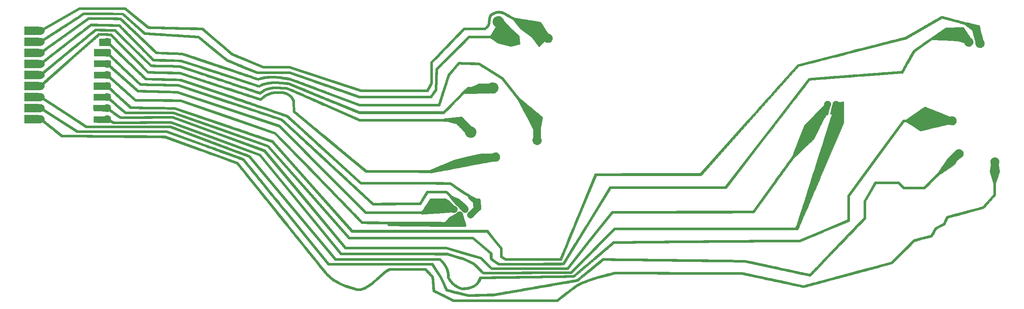
<source format=gbr>
%TF.GenerationSoftware,KiCad,Pcbnew,(5.1.6)-1*%
%TF.CreationDate,2020-06-22T12:01:02-04:00*%
%TF.ProjectId,Aligned mobo,416c6967-6e65-4642-906d-6f626f2e6b69,rev?*%
%TF.SameCoordinates,Original*%
%TF.FileFunction,Copper,L1,Top*%
%TF.FilePolarity,Positive*%
%FSLAX46Y46*%
G04 Gerber Fmt 4.6, Leading zero omitted, Abs format (unit mm)*
G04 Created by KiCad (PCBNEW (5.1.6)-1) date 2020-06-22 12:01:02*
%MOMM*%
%LPD*%
G01*
G04 APERTURE LIST*
%TA.AperFunction,EtchedComponent*%
%ADD10C,0.010000*%
%TD*%
%TA.AperFunction,ComponentPad*%
%ADD11C,0.838240*%
%TD*%
G04 APERTURE END LIST*
D10*
%TO.C,G\u002A\u002A\u002A*%
G36*
X-89727425Y33484976D02*
G01*
X-84402083Y33484286D01*
X-81756985Y31304810D01*
X-79111886Y29125334D01*
X-78941818Y29125443D01*
X-78888476Y29124880D01*
X-78797387Y29123223D01*
X-78673125Y29120581D01*
X-78520257Y29117063D01*
X-78343357Y29112779D01*
X-78146994Y29107838D01*
X-77935738Y29102350D01*
X-77714161Y29096425D01*
X-77597000Y29093224D01*
X-77414938Y29088224D01*
X-77216095Y29082781D01*
X-76999129Y29076860D01*
X-76762694Y29070424D01*
X-76505446Y29063437D01*
X-76226041Y29055864D01*
X-75923135Y29047667D01*
X-75595383Y29038811D01*
X-75241443Y29029259D01*
X-74859968Y29018976D01*
X-74449615Y29007924D01*
X-74009040Y28996068D01*
X-73536899Y28983371D01*
X-73031847Y28969797D01*
X-72492541Y28955311D01*
X-71917635Y28939875D01*
X-71305786Y28923454D01*
X-70655650Y28906012D01*
X-69965882Y28887511D01*
X-69236167Y28867944D01*
X-66664417Y28798991D01*
X-63330667Y25963535D01*
X-63003567Y25685327D01*
X-62684192Y25413693D01*
X-62374109Y25149963D01*
X-62074886Y24895473D01*
X-61788089Y24651553D01*
X-61515286Y24419537D01*
X-61258045Y24200759D01*
X-61017931Y23996550D01*
X-60796514Y23808243D01*
X-60595359Y23637173D01*
X-60416034Y23484671D01*
X-60260106Y23352070D01*
X-60129143Y23240703D01*
X-60024712Y23151903D01*
X-59948379Y23087003D01*
X-59901713Y23047336D01*
X-59888068Y23035746D01*
X-59871652Y23023057D01*
X-59849632Y23008567D01*
X-59820300Y22991551D01*
X-59781946Y22971282D01*
X-59732864Y22947033D01*
X-59671344Y22918081D01*
X-59595680Y22883697D01*
X-59504164Y22843157D01*
X-59395086Y22795733D01*
X-59266739Y22740702D01*
X-59117415Y22677335D01*
X-58945407Y22604908D01*
X-58749005Y22522694D01*
X-58526502Y22429968D01*
X-58276190Y22326003D01*
X-57996361Y22210074D01*
X-57685307Y22081454D01*
X-57341320Y21939417D01*
X-56962692Y21783238D01*
X-56547714Y21612191D01*
X-56257984Y21492819D01*
X-52736750Y20042225D01*
X-49731083Y20021180D01*
X-46725417Y20000136D01*
X-38500093Y17281401D01*
X-30274769Y14562667D01*
X-22752093Y14562859D01*
X-15229417Y14563050D01*
X-14821958Y15352893D01*
X-14414500Y16142736D01*
X-14414142Y18522410D01*
X-14413783Y20902083D01*
X-10591351Y24865542D01*
X-6768918Y28829000D01*
X-4363417Y28828924D01*
X-1957917Y28828848D01*
X-1681011Y29109382D01*
X-1558771Y29235197D01*
X-1463946Y29337926D01*
X-1392479Y29422793D01*
X-1340311Y29495024D01*
X-1303384Y29559843D01*
X-1277639Y29622476D01*
X-1274066Y29633333D01*
X-1264622Y29677040D01*
X-1252251Y29755042D01*
X-1238016Y29859491D01*
X-1222981Y29982537D01*
X-1208208Y30116331D01*
X-1206709Y30130750D01*
X-1192895Y30261664D01*
X-1179943Y30379337D01*
X-1168661Y30476838D01*
X-1159855Y30547230D01*
X-1154331Y30583582D01*
X-1153789Y30585833D01*
X-1147947Y30619285D01*
X-1139430Y30684456D01*
X-1129528Y30770921D01*
X-1122352Y30839656D01*
X-1098282Y31030892D01*
X-1065953Y31193422D01*
X-1021983Y31340593D01*
X-962992Y31485752D01*
X-953384Y31506583D01*
X-828573Y31728931D01*
X-675809Y31920323D01*
X-493602Y32082131D01*
X-280463Y32215727D01*
X-90000Y32301925D01*
X10309Y32342574D01*
X126436Y32392044D01*
X236058Y32440787D01*
X254000Y32449035D01*
X469595Y32540993D01*
X667932Y32607137D01*
X862711Y32650533D01*
X1067630Y32674244D01*
X1292754Y32681334D01*
X1588028Y32665341D01*
X1882396Y32616545D01*
X2179677Y32533720D01*
X2483689Y32415639D01*
X2798250Y32261077D01*
X3048000Y32117680D01*
X3136399Y32064748D01*
X3248439Y31998852D01*
X3379658Y31922518D01*
X3525593Y31838275D01*
X3681782Y31748649D01*
X3843764Y31656167D01*
X4007075Y31563357D01*
X4167253Y31472746D01*
X4319837Y31386860D01*
X4460363Y31308228D01*
X4584369Y31239375D01*
X4687394Y31182830D01*
X4764974Y31141120D01*
X4812648Y31116771D01*
X4824033Y31111845D01*
X4858060Y31104085D01*
X4928339Y31090728D01*
X5029299Y31072739D01*
X5155369Y31051085D01*
X5300980Y31026729D01*
X5460562Y31000638D01*
X5535083Y30988645D01*
X5646024Y30970835D01*
X5795041Y30946840D01*
X5978422Y30917260D01*
X6192457Y30882695D01*
X6433434Y30843746D01*
X6697644Y30801013D01*
X6981375Y30755097D01*
X7280917Y30706598D01*
X7592559Y30656116D01*
X7912590Y30604251D01*
X8237299Y30551604D01*
X8543884Y30501874D01*
X8854088Y30451571D01*
X9152671Y30403207D01*
X9436965Y30357210D01*
X9704307Y30314009D01*
X9952031Y30274032D01*
X10177474Y30237709D01*
X10377968Y30205468D01*
X10550851Y30177738D01*
X10693457Y30154949D01*
X10803121Y30137528D01*
X10877177Y30125905D01*
X10912963Y30120509D01*
X10915891Y30120167D01*
X10929952Y30102627D01*
X10964429Y30051906D01*
X11017512Y29970852D01*
X11087393Y29862314D01*
X11172262Y29729141D01*
X11270310Y29574181D01*
X11379726Y29400283D01*
X11498702Y29210294D01*
X11625429Y29007065D01*
X11736232Y28828708D01*
X11894308Y28574148D01*
X12031874Y28353383D01*
X12150467Y28164067D01*
X12251625Y28003857D01*
X12336886Y27870407D01*
X12407785Y27761374D01*
X12465861Y27674412D01*
X12512651Y27607176D01*
X12549693Y27557324D01*
X12578522Y27522509D01*
X12600678Y27500386D01*
X12613307Y27491034D01*
X12663161Y27459027D01*
X12695554Y27435021D01*
X12700000Y27430520D01*
X12725098Y27418444D01*
X12778193Y27402778D01*
X12821988Y27392524D01*
X12995040Y27335386D01*
X13159718Y27242665D01*
X13307499Y27121110D01*
X13429859Y26977474D01*
X13502620Y26853507D01*
X13572067Y26663230D01*
X13602334Y26472001D01*
X13596055Y26284022D01*
X13555866Y26103493D01*
X13484401Y25934615D01*
X13384295Y25781588D01*
X13258182Y25648615D01*
X13108698Y25539894D01*
X12938477Y25459627D01*
X12750154Y25412016D01*
X12591111Y25400251D01*
X12396327Y25419831D01*
X12208863Y25475521D01*
X12038572Y25563839D01*
X11956552Y25624435D01*
X11904289Y25665017D01*
X11863628Y25691088D01*
X11849496Y25696333D01*
X11830330Y25682023D01*
X11784182Y25641128D01*
X11714294Y25576705D01*
X11623910Y25491813D01*
X11516273Y25389507D01*
X11394624Y25272844D01*
X11262206Y25144882D01*
X11187115Y25071917D01*
X11050210Y24939106D01*
X10922306Y24815940D01*
X10806649Y24705475D01*
X10706482Y24610768D01*
X10625049Y24534876D01*
X10565595Y24480857D01*
X10531363Y24451767D01*
X10524500Y24447500D01*
X10508520Y24464059D01*
X10469589Y24511828D01*
X10409882Y24587952D01*
X10331576Y24689573D01*
X10236845Y24813832D01*
X10127867Y24957873D01*
X10006817Y25118837D01*
X9875871Y25293867D01*
X9737206Y25480105D01*
X9698310Y25532500D01*
X8893353Y26617499D01*
X6212417Y28561373D01*
X5418667Y29583011D01*
X4624917Y30604650D01*
X3778250Y31086914D01*
X3598509Y31189462D01*
X3424643Y31288974D01*
X3261261Y31382789D01*
X3112973Y31468246D01*
X2984391Y31542686D01*
X2880122Y31603446D01*
X2804778Y31647868D01*
X2771294Y31668076D01*
X2460402Y31844035D01*
X2161281Y31980632D01*
X1871922Y32078531D01*
X1590314Y32138397D01*
X1314448Y32160895D01*
X1280583Y32161113D01*
X1125114Y32156883D01*
X989486Y32142873D01*
X861558Y32116163D01*
X729193Y32073834D01*
X580249Y32012967D01*
X485536Y31969911D01*
X390853Y31926700D01*
X308836Y31890999D01*
X247698Y31866260D01*
X215654Y31855940D01*
X214274Y31855833D01*
X183469Y31847381D01*
X125797Y31824988D01*
X52524Y31793100D01*
X35654Y31785355D01*
X-110047Y31701467D01*
X-248900Y31591619D01*
X-367242Y31467529D01*
X-421201Y31393490D01*
X-452092Y31344142D01*
X-478719Y31297183D01*
X-501878Y31248614D01*
X-522365Y31194438D01*
X-540974Y31130655D01*
X-558503Y31053269D01*
X-575746Y30958279D01*
X-593500Y30841689D01*
X-612560Y30699501D01*
X-633722Y30527714D01*
X-657782Y30322332D01*
X-685535Y30079357D01*
X-689244Y30046666D01*
X-706200Y29904310D01*
X-723668Y29770278D01*
X-740514Y29652370D01*
X-755607Y29558382D01*
X-767812Y29496113D01*
X-771031Y29483792D01*
X-802032Y29392580D01*
X-841101Y29305291D01*
X-891705Y29217356D01*
X-957309Y29124205D01*
X-1041380Y29021269D01*
X-1147382Y28903979D01*
X-1278782Y28767767D01*
X-1424254Y28622625D01*
X-1751797Y28299833D01*
X-6551083Y28298117D01*
X-13884599Y20690417D01*
X-13885326Y18351500D01*
X-13886054Y16012583D01*
X-14391040Y15038917D01*
X-14896027Y14065250D01*
X-30427083Y14057104D01*
X-46810083Y19479872D01*
X-52837033Y19519290D01*
X-56452572Y21006383D01*
X-56894964Y21188359D01*
X-57299914Y21354990D01*
X-57669141Y21507006D01*
X-58004364Y21645141D01*
X-58307304Y21770127D01*
X-58579677Y21882697D01*
X-58823205Y21983583D01*
X-59039605Y22073518D01*
X-59230598Y22153234D01*
X-59397902Y22223463D01*
X-59543235Y22284939D01*
X-59668319Y22338393D01*
X-59774871Y22384559D01*
X-59864610Y22424169D01*
X-59939257Y22457954D01*
X-60000529Y22486649D01*
X-60050146Y22510984D01*
X-60089828Y22531694D01*
X-60121293Y22549510D01*
X-60146260Y22565164D01*
X-60166449Y22579390D01*
X-60183578Y22592920D01*
X-60191264Y22599421D01*
X-60219439Y22623504D01*
X-60278271Y22673659D01*
X-60366171Y22748533D01*
X-60481546Y22846773D01*
X-60622807Y22967025D01*
X-60788363Y23107935D01*
X-60976624Y23268151D01*
X-61185998Y23446318D01*
X-61414896Y23641084D01*
X-61661726Y23851095D01*
X-61924898Y24074998D01*
X-62202822Y24311438D01*
X-62493907Y24559063D01*
X-62796562Y24816519D01*
X-63109196Y25082453D01*
X-63430220Y25355511D01*
X-63593010Y25493973D01*
X-66871603Y28282580D01*
X-69106926Y28343519D01*
X-69431745Y28352357D01*
X-69792929Y28362155D01*
X-70184529Y28372752D01*
X-70600590Y28383989D01*
X-71035163Y28395704D01*
X-71482294Y28407739D01*
X-71936031Y28419933D01*
X-72390423Y28432126D01*
X-72839517Y28444158D01*
X-73277361Y28455868D01*
X-73698004Y28467098D01*
X-74095494Y28477686D01*
X-74136250Y28478770D01*
X-74659575Y28492699D01*
X-75142655Y28505579D01*
X-75587564Y28517466D01*
X-75996375Y28528419D01*
X-76371163Y28538492D01*
X-76714001Y28547744D01*
X-77026963Y28556231D01*
X-77312123Y28564010D01*
X-77571554Y28571138D01*
X-77807332Y28577671D01*
X-78021528Y28583667D01*
X-78216218Y28589182D01*
X-78393474Y28594274D01*
X-78555372Y28598999D01*
X-78703984Y28603413D01*
X-78841384Y28607574D01*
X-78892869Y28609156D01*
X-79331488Y28622685D01*
X-81962036Y30789341D01*
X-84592583Y32955997D01*
X-89754956Y32956249D01*
X-94917329Y32956500D01*
X-103073433Y28316136D01*
X-103064713Y28195587D01*
X-103069006Y28065197D01*
X-103095812Y27923015D01*
X-103140459Y27789153D01*
X-103175570Y27718272D01*
X-103268687Y27593366D01*
X-103389130Y27482232D01*
X-103526056Y27392610D01*
X-103668621Y27332244D01*
X-103740068Y27315206D01*
X-103797367Y27298375D01*
X-103822121Y27274823D01*
X-103822500Y27271390D01*
X-103827281Y27266163D01*
X-103843246Y27261566D01*
X-103872834Y27257559D01*
X-103918480Y27254106D01*
X-103982622Y27251166D01*
X-104067695Y27248702D01*
X-104176136Y27246676D01*
X-104310383Y27245048D01*
X-104472871Y27243780D01*
X-104666037Y27242835D01*
X-104892318Y27242173D01*
X-105154150Y27241756D01*
X-105453971Y27241546D01*
X-105716917Y27241500D01*
X-107611333Y27241500D01*
X-107611333Y29040667D01*
X-105716917Y29040667D01*
X-105384249Y29040584D01*
X-105091523Y29040310D01*
X-104836347Y29039809D01*
X-104616330Y29039044D01*
X-104429080Y29037978D01*
X-104272206Y29036576D01*
X-104143316Y29034800D01*
X-104040020Y29032614D01*
X-103959926Y29029982D01*
X-103900641Y29026866D01*
X-103859776Y29023230D01*
X-103834938Y29019038D01*
X-103823736Y29014254D01*
X-103822500Y29011704D01*
X-103802872Y28988939D01*
X-103749985Y28973140D01*
X-103741155Y28971830D01*
X-103642517Y28946506D01*
X-103524677Y28896601D01*
X-103398924Y28826899D01*
X-103398169Y28826431D01*
X-103323089Y28779869D01*
X-99187927Y31132768D01*
X-95052766Y33485667D01*
X-89727425Y33484976D01*
G37*
X-89727425Y33484976D02*
X-84402083Y33484286D01*
X-81756985Y31304810D01*
X-79111886Y29125334D01*
X-78941818Y29125443D01*
X-78888476Y29124880D01*
X-78797387Y29123223D01*
X-78673125Y29120581D01*
X-78520257Y29117063D01*
X-78343357Y29112779D01*
X-78146994Y29107838D01*
X-77935738Y29102350D01*
X-77714161Y29096425D01*
X-77597000Y29093224D01*
X-77414938Y29088224D01*
X-77216095Y29082781D01*
X-76999129Y29076860D01*
X-76762694Y29070424D01*
X-76505446Y29063437D01*
X-76226041Y29055864D01*
X-75923135Y29047667D01*
X-75595383Y29038811D01*
X-75241443Y29029259D01*
X-74859968Y29018976D01*
X-74449615Y29007924D01*
X-74009040Y28996068D01*
X-73536899Y28983371D01*
X-73031847Y28969797D01*
X-72492541Y28955311D01*
X-71917635Y28939875D01*
X-71305786Y28923454D01*
X-70655650Y28906012D01*
X-69965882Y28887511D01*
X-69236167Y28867944D01*
X-66664417Y28798991D01*
X-63330667Y25963535D01*
X-63003567Y25685327D01*
X-62684192Y25413693D01*
X-62374109Y25149963D01*
X-62074886Y24895473D01*
X-61788089Y24651553D01*
X-61515286Y24419537D01*
X-61258045Y24200759D01*
X-61017931Y23996550D01*
X-60796514Y23808243D01*
X-60595359Y23637173D01*
X-60416034Y23484671D01*
X-60260106Y23352070D01*
X-60129143Y23240703D01*
X-60024712Y23151903D01*
X-59948379Y23087003D01*
X-59901713Y23047336D01*
X-59888068Y23035746D01*
X-59871652Y23023057D01*
X-59849632Y23008567D01*
X-59820300Y22991551D01*
X-59781946Y22971282D01*
X-59732864Y22947033D01*
X-59671344Y22918081D01*
X-59595680Y22883697D01*
X-59504164Y22843157D01*
X-59395086Y22795733D01*
X-59266739Y22740702D01*
X-59117415Y22677335D01*
X-58945407Y22604908D01*
X-58749005Y22522694D01*
X-58526502Y22429968D01*
X-58276190Y22326003D01*
X-57996361Y22210074D01*
X-57685307Y22081454D01*
X-57341320Y21939417D01*
X-56962692Y21783238D01*
X-56547714Y21612191D01*
X-56257984Y21492819D01*
X-52736750Y20042225D01*
X-49731083Y20021180D01*
X-46725417Y20000136D01*
X-38500093Y17281401D01*
X-30274769Y14562667D01*
X-22752093Y14562859D01*
X-15229417Y14563050D01*
X-14821958Y15352893D01*
X-14414500Y16142736D01*
X-14414142Y18522410D01*
X-14413783Y20902083D01*
X-10591351Y24865542D01*
X-6768918Y28829000D01*
X-4363417Y28828924D01*
X-1957917Y28828848D01*
X-1681011Y29109382D01*
X-1558771Y29235197D01*
X-1463946Y29337926D01*
X-1392479Y29422793D01*
X-1340311Y29495024D01*
X-1303384Y29559843D01*
X-1277639Y29622476D01*
X-1274066Y29633333D01*
X-1264622Y29677040D01*
X-1252251Y29755042D01*
X-1238016Y29859491D01*
X-1222981Y29982537D01*
X-1208208Y30116331D01*
X-1206709Y30130750D01*
X-1192895Y30261664D01*
X-1179943Y30379337D01*
X-1168661Y30476838D01*
X-1159855Y30547230D01*
X-1154331Y30583582D01*
X-1153789Y30585833D01*
X-1147947Y30619285D01*
X-1139430Y30684456D01*
X-1129528Y30770921D01*
X-1122352Y30839656D01*
X-1098282Y31030892D01*
X-1065953Y31193422D01*
X-1021983Y31340593D01*
X-962992Y31485752D01*
X-953384Y31506583D01*
X-828573Y31728931D01*
X-675809Y31920323D01*
X-493602Y32082131D01*
X-280463Y32215727D01*
X-90000Y32301925D01*
X10309Y32342574D01*
X126436Y32392044D01*
X236058Y32440787D01*
X254000Y32449035D01*
X469595Y32540993D01*
X667932Y32607137D01*
X862711Y32650533D01*
X1067630Y32674244D01*
X1292754Y32681334D01*
X1588028Y32665341D01*
X1882396Y32616545D01*
X2179677Y32533720D01*
X2483689Y32415639D01*
X2798250Y32261077D01*
X3048000Y32117680D01*
X3136399Y32064748D01*
X3248439Y31998852D01*
X3379658Y31922518D01*
X3525593Y31838275D01*
X3681782Y31748649D01*
X3843764Y31656167D01*
X4007075Y31563357D01*
X4167253Y31472746D01*
X4319837Y31386860D01*
X4460363Y31308228D01*
X4584369Y31239375D01*
X4687394Y31182830D01*
X4764974Y31141120D01*
X4812648Y31116771D01*
X4824033Y31111845D01*
X4858060Y31104085D01*
X4928339Y31090728D01*
X5029299Y31072739D01*
X5155369Y31051085D01*
X5300980Y31026729D01*
X5460562Y31000638D01*
X5535083Y30988645D01*
X5646024Y30970835D01*
X5795041Y30946840D01*
X5978422Y30917260D01*
X6192457Y30882695D01*
X6433434Y30843746D01*
X6697644Y30801013D01*
X6981375Y30755097D01*
X7280917Y30706598D01*
X7592559Y30656116D01*
X7912590Y30604251D01*
X8237299Y30551604D01*
X8543884Y30501874D01*
X8854088Y30451571D01*
X9152671Y30403207D01*
X9436965Y30357210D01*
X9704307Y30314009D01*
X9952031Y30274032D01*
X10177474Y30237709D01*
X10377968Y30205468D01*
X10550851Y30177738D01*
X10693457Y30154949D01*
X10803121Y30137528D01*
X10877177Y30125905D01*
X10912963Y30120509D01*
X10915891Y30120167D01*
X10929952Y30102627D01*
X10964429Y30051906D01*
X11017512Y29970852D01*
X11087393Y29862314D01*
X11172262Y29729141D01*
X11270310Y29574181D01*
X11379726Y29400283D01*
X11498702Y29210294D01*
X11625429Y29007065D01*
X11736232Y28828708D01*
X11894308Y28574148D01*
X12031874Y28353383D01*
X12150467Y28164067D01*
X12251625Y28003857D01*
X12336886Y27870407D01*
X12407785Y27761374D01*
X12465861Y27674412D01*
X12512651Y27607176D01*
X12549693Y27557324D01*
X12578522Y27522509D01*
X12600678Y27500386D01*
X12613307Y27491034D01*
X12663161Y27459027D01*
X12695554Y27435021D01*
X12700000Y27430520D01*
X12725098Y27418444D01*
X12778193Y27402778D01*
X12821988Y27392524D01*
X12995040Y27335386D01*
X13159718Y27242665D01*
X13307499Y27121110D01*
X13429859Y26977474D01*
X13502620Y26853507D01*
X13572067Y26663230D01*
X13602334Y26472001D01*
X13596055Y26284022D01*
X13555866Y26103493D01*
X13484401Y25934615D01*
X13384295Y25781588D01*
X13258182Y25648615D01*
X13108698Y25539894D01*
X12938477Y25459627D01*
X12750154Y25412016D01*
X12591111Y25400251D01*
X12396327Y25419831D01*
X12208863Y25475521D01*
X12038572Y25563839D01*
X11956552Y25624435D01*
X11904289Y25665017D01*
X11863628Y25691088D01*
X11849496Y25696333D01*
X11830330Y25682023D01*
X11784182Y25641128D01*
X11714294Y25576705D01*
X11623910Y25491813D01*
X11516273Y25389507D01*
X11394624Y25272844D01*
X11262206Y25144882D01*
X11187115Y25071917D01*
X11050210Y24939106D01*
X10922306Y24815940D01*
X10806649Y24705475D01*
X10706482Y24610768D01*
X10625049Y24534876D01*
X10565595Y24480857D01*
X10531363Y24451767D01*
X10524500Y24447500D01*
X10508520Y24464059D01*
X10469589Y24511828D01*
X10409882Y24587952D01*
X10331576Y24689573D01*
X10236845Y24813832D01*
X10127867Y24957873D01*
X10006817Y25118837D01*
X9875871Y25293867D01*
X9737206Y25480105D01*
X9698310Y25532500D01*
X8893353Y26617499D01*
X6212417Y28561373D01*
X5418667Y29583011D01*
X4624917Y30604650D01*
X3778250Y31086914D01*
X3598509Y31189462D01*
X3424643Y31288974D01*
X3261261Y31382789D01*
X3112973Y31468246D01*
X2984391Y31542686D01*
X2880122Y31603446D01*
X2804778Y31647868D01*
X2771294Y31668076D01*
X2460402Y31844035D01*
X2161281Y31980632D01*
X1871922Y32078531D01*
X1590314Y32138397D01*
X1314448Y32160895D01*
X1280583Y32161113D01*
X1125114Y32156883D01*
X989486Y32142873D01*
X861558Y32116163D01*
X729193Y32073834D01*
X580249Y32012967D01*
X485536Y31969911D01*
X390853Y31926700D01*
X308836Y31890999D01*
X247698Y31866260D01*
X215654Y31855940D01*
X214274Y31855833D01*
X183469Y31847381D01*
X125797Y31824988D01*
X52524Y31793100D01*
X35654Y31785355D01*
X-110047Y31701467D01*
X-248900Y31591619D01*
X-367242Y31467529D01*
X-421201Y31393490D01*
X-452092Y31344142D01*
X-478719Y31297183D01*
X-501878Y31248614D01*
X-522365Y31194438D01*
X-540974Y31130655D01*
X-558503Y31053269D01*
X-575746Y30958279D01*
X-593500Y30841689D01*
X-612560Y30699501D01*
X-633722Y30527714D01*
X-657782Y30322332D01*
X-685535Y30079357D01*
X-689244Y30046666D01*
X-706200Y29904310D01*
X-723668Y29770278D01*
X-740514Y29652370D01*
X-755607Y29558382D01*
X-767812Y29496113D01*
X-771031Y29483792D01*
X-802032Y29392580D01*
X-841101Y29305291D01*
X-891705Y29217356D01*
X-957309Y29124205D01*
X-1041380Y29021269D01*
X-1147382Y28903979D01*
X-1278782Y28767767D01*
X-1424254Y28622625D01*
X-1751797Y28299833D01*
X-6551083Y28298117D01*
X-13884599Y20690417D01*
X-13885326Y18351500D01*
X-13886054Y16012583D01*
X-14391040Y15038917D01*
X-14896027Y14065250D01*
X-30427083Y14057104D01*
X-46810083Y19479872D01*
X-52837033Y19519290D01*
X-56452572Y21006383D01*
X-56894964Y21188359D01*
X-57299914Y21354990D01*
X-57669141Y21507006D01*
X-58004364Y21645141D01*
X-58307304Y21770127D01*
X-58579677Y21882697D01*
X-58823205Y21983583D01*
X-59039605Y22073518D01*
X-59230598Y22153234D01*
X-59397902Y22223463D01*
X-59543235Y22284939D01*
X-59668319Y22338393D01*
X-59774871Y22384559D01*
X-59864610Y22424169D01*
X-59939257Y22457954D01*
X-60000529Y22486649D01*
X-60050146Y22510984D01*
X-60089828Y22531694D01*
X-60121293Y22549510D01*
X-60146260Y22565164D01*
X-60166449Y22579390D01*
X-60183578Y22592920D01*
X-60191264Y22599421D01*
X-60219439Y22623504D01*
X-60278271Y22673659D01*
X-60366171Y22748533D01*
X-60481546Y22846773D01*
X-60622807Y22967025D01*
X-60788363Y23107935D01*
X-60976624Y23268151D01*
X-61185998Y23446318D01*
X-61414896Y23641084D01*
X-61661726Y23851095D01*
X-61924898Y24074998D01*
X-62202822Y24311438D01*
X-62493907Y24559063D01*
X-62796562Y24816519D01*
X-63109196Y25082453D01*
X-63430220Y25355511D01*
X-63593010Y25493973D01*
X-66871603Y28282580D01*
X-69106926Y28343519D01*
X-69431745Y28352357D01*
X-69792929Y28362155D01*
X-70184529Y28372752D01*
X-70600590Y28383989D01*
X-71035163Y28395704D01*
X-71482294Y28407739D01*
X-71936031Y28419933D01*
X-72390423Y28432126D01*
X-72839517Y28444158D01*
X-73277361Y28455868D01*
X-73698004Y28467098D01*
X-74095494Y28477686D01*
X-74136250Y28478770D01*
X-74659575Y28492699D01*
X-75142655Y28505579D01*
X-75587564Y28517466D01*
X-75996375Y28528419D01*
X-76371163Y28538492D01*
X-76714001Y28547744D01*
X-77026963Y28556231D01*
X-77312123Y28564010D01*
X-77571554Y28571138D01*
X-77807332Y28577671D01*
X-78021528Y28583667D01*
X-78216218Y28589182D01*
X-78393474Y28594274D01*
X-78555372Y28598999D01*
X-78703984Y28603413D01*
X-78841384Y28607574D01*
X-78892869Y28609156D01*
X-79331488Y28622685D01*
X-81962036Y30789341D01*
X-84592583Y32955997D01*
X-89754956Y32956249D01*
X-94917329Y32956500D01*
X-103073433Y28316136D01*
X-103064713Y28195587D01*
X-103069006Y28065197D01*
X-103095812Y27923015D01*
X-103140459Y27789153D01*
X-103175570Y27718272D01*
X-103268687Y27593366D01*
X-103389130Y27482232D01*
X-103526056Y27392610D01*
X-103668621Y27332244D01*
X-103740068Y27315206D01*
X-103797367Y27298375D01*
X-103822121Y27274823D01*
X-103822500Y27271390D01*
X-103827281Y27266163D01*
X-103843246Y27261566D01*
X-103872834Y27257559D01*
X-103918480Y27254106D01*
X-103982622Y27251166D01*
X-104067695Y27248702D01*
X-104176136Y27246676D01*
X-104310383Y27245048D01*
X-104472871Y27243780D01*
X-104666037Y27242835D01*
X-104892318Y27242173D01*
X-105154150Y27241756D01*
X-105453971Y27241546D01*
X-105716917Y27241500D01*
X-107611333Y27241500D01*
X-107611333Y29040667D01*
X-105716917Y29040667D01*
X-105384249Y29040584D01*
X-105091523Y29040310D01*
X-104836347Y29039809D01*
X-104616330Y29039044D01*
X-104429080Y29037978D01*
X-104272206Y29036576D01*
X-104143316Y29034800D01*
X-104040020Y29032614D01*
X-103959926Y29029982D01*
X-103900641Y29026866D01*
X-103859776Y29023230D01*
X-103834938Y29019038D01*
X-103823736Y29014254D01*
X-103822500Y29011704D01*
X-103802872Y28988939D01*
X-103749985Y28973140D01*
X-103741155Y28971830D01*
X-103642517Y28946506D01*
X-103524677Y28896601D01*
X-103398924Y28826899D01*
X-103398169Y28826431D01*
X-103323089Y28779869D01*
X-99187927Y31132768D01*
X-95052766Y33485667D01*
X-89727425Y33484976D01*
G36*
X-89497825Y32258000D02*
G01*
X-84941566Y32247417D01*
X-82452568Y30014333D01*
X-82093049Y29691965D01*
X-81764045Y29397354D01*
X-81464746Y29129788D01*
X-81194339Y28888551D01*
X-80952012Y28672930D01*
X-80736954Y28482211D01*
X-80548352Y28315678D01*
X-80385396Y28172618D01*
X-80247273Y28052317D01*
X-80133171Y27954060D01*
X-80042279Y27877132D01*
X-79973784Y27820821D01*
X-79926876Y27784411D01*
X-79900742Y27767188D01*
X-79896827Y27765654D01*
X-79868777Y27762611D01*
X-79800709Y27756993D01*
X-79694851Y27748953D01*
X-79553429Y27738642D01*
X-79378672Y27726214D01*
X-79172807Y27711820D01*
X-78938061Y27695612D01*
X-78676662Y27677743D01*
X-78390837Y27658365D01*
X-78082813Y27637629D01*
X-77754819Y27615690D01*
X-77409081Y27592697D01*
X-77047828Y27568805D01*
X-76673285Y27544164D01*
X-76287682Y27518927D01*
X-76252917Y27516659D01*
X-75510779Y27468220D01*
X-74809823Y27422434D01*
X-74148986Y27379229D01*
X-73527205Y27338532D01*
X-72943417Y27300273D01*
X-72396558Y27264379D01*
X-71885565Y27230777D01*
X-71409375Y27199397D01*
X-70966925Y27170166D01*
X-70557152Y27143012D01*
X-70178991Y27117864D01*
X-69831381Y27094649D01*
X-69513257Y27073295D01*
X-69223557Y27053730D01*
X-68961218Y27035884D01*
X-68725175Y27019683D01*
X-68514366Y27005055D01*
X-68327728Y26991929D01*
X-68164197Y26980233D01*
X-68022711Y26969895D01*
X-67902205Y26960843D01*
X-67801617Y26953004D01*
X-67719884Y26946308D01*
X-67655941Y26940682D01*
X-67608727Y26936054D01*
X-67577177Y26932352D01*
X-67560229Y26929504D01*
X-67556729Y26928263D01*
X-67538104Y26913214D01*
X-67488227Y26872722D01*
X-67408677Y26808071D01*
X-67301030Y26720544D01*
X-67166864Y26611426D01*
X-67007758Y26482000D01*
X-66825288Y26333550D01*
X-66621033Y26167360D01*
X-66396571Y25984713D01*
X-66153479Y25786894D01*
X-65893335Y25575186D01*
X-65617717Y25350873D01*
X-65328203Y25115239D01*
X-65026370Y24869568D01*
X-64713796Y24615143D01*
X-64392059Y24353249D01*
X-64283167Y24264608D01*
X-63958130Y24000046D01*
X-63641377Y23742283D01*
X-63334512Y23492622D01*
X-63039136Y23252363D01*
X-62756852Y23022808D01*
X-62489264Y22805260D01*
X-62237973Y22601020D01*
X-62004583Y22411390D01*
X-61790695Y22237672D01*
X-61597913Y22081168D01*
X-61427839Y21943178D01*
X-61282076Y21825007D01*
X-61162226Y21727954D01*
X-61069892Y21653322D01*
X-61006677Y21602413D01*
X-60974183Y21576529D01*
X-60970583Y21573779D01*
X-60944477Y21560942D01*
X-60881228Y21532925D01*
X-60782878Y21490576D01*
X-60651466Y21434745D01*
X-60489031Y21366281D01*
X-60297614Y21286032D01*
X-60079253Y21194847D01*
X-59835990Y21093574D01*
X-59569863Y20983064D01*
X-59282913Y20864164D01*
X-58977179Y20737723D01*
X-58654700Y20604591D01*
X-58317518Y20465616D01*
X-57967670Y20321646D01*
X-57607198Y20173532D01*
X-57503774Y20131077D01*
X-54100464Y18734351D01*
X-50381190Y18746358D01*
X-46661917Y18758365D01*
X-38661576Y15962016D01*
X-30661234Y13165667D01*
X-14443896Y13165667D01*
X-14252959Y13424958D01*
X-14186685Y13515007D01*
X-14101314Y13631076D01*
X-14002802Y13765064D01*
X-13897106Y13908868D01*
X-13790182Y14054386D01*
X-13712234Y14160500D01*
X-13362445Y14636750D01*
X-13305170Y16922750D01*
X-13297295Y17232784D01*
X-13289472Y17532618D01*
X-13281786Y17819334D01*
X-13274327Y18090013D01*
X-13267181Y18341737D01*
X-13260435Y18571588D01*
X-13254176Y18776647D01*
X-13248492Y18953995D01*
X-13243471Y19100715D01*
X-13239199Y19213886D01*
X-13235763Y19290592D01*
X-13233252Y19327914D01*
X-13233239Y19328017D01*
X-13218583Y19447285D01*
X-9410264Y23196139D01*
X-5601944Y26944993D01*
X-3124502Y26950371D01*
X-647061Y26955750D01*
X-9846Y28003312D01*
X627368Y29050873D01*
X501776Y29125145D01*
X335522Y29247055D01*
X189962Y29400728D01*
X69113Y29579017D01*
X-23008Y29774775D01*
X-82384Y29980856D01*
X-104996Y30190111D01*
X-105098Y30204833D01*
X-84639Y30422879D01*
X-25688Y30632115D01*
X68114Y30827856D01*
X193127Y31005418D01*
X345710Y31160114D01*
X522224Y31287260D01*
X719027Y31382170D01*
X839138Y31420114D01*
X964625Y31442021D01*
X1112647Y31451826D01*
X1265503Y31449493D01*
X1405492Y31434984D01*
X1471928Y31421459D01*
X1656398Y31356046D01*
X1832696Y31258927D01*
X1994538Y31135974D01*
X2135642Y30993057D01*
X2249724Y30836047D01*
X2330500Y30670815D01*
X2353724Y30597583D01*
X2360574Y30575831D01*
X2371149Y30552157D01*
X2387491Y30524277D01*
X2411642Y30489902D01*
X2445644Y30446748D01*
X2491539Y30392528D01*
X2551370Y30324955D01*
X2627178Y30241745D01*
X2721006Y30140610D01*
X2834895Y30019264D01*
X2970888Y29875421D01*
X3131027Y29706795D01*
X3317354Y29511100D01*
X3426220Y29396886D01*
X3633606Y29179563D01*
X3815622Y28989402D01*
X3975955Y28822777D01*
X4118292Y28676063D01*
X4246318Y28545635D01*
X4363720Y28427866D01*
X4474185Y28319133D01*
X4581399Y28215809D01*
X4689049Y28114268D01*
X4800820Y28010886D01*
X4920400Y27902036D01*
X5051474Y27784094D01*
X5197730Y27653434D01*
X5211231Y27641402D01*
X5361864Y27506574D01*
X5502974Y27379117D01*
X5631347Y27262018D01*
X5743768Y27158263D01*
X5837023Y27070836D01*
X5907898Y27002724D01*
X5953178Y26956912D01*
X5969440Y26937099D01*
X5975563Y26907081D01*
X5985182Y26841175D01*
X5997735Y26744586D01*
X6012657Y26622523D01*
X6029387Y26480194D01*
X6047360Y26322807D01*
X6066014Y26155568D01*
X6084785Y25983687D01*
X6103111Y25812370D01*
X6120428Y25646826D01*
X6136173Y25492262D01*
X6149783Y25353886D01*
X6160695Y25236906D01*
X6168346Y25146530D01*
X6172172Y25087964D01*
X6171711Y25066489D01*
X6149869Y25058896D01*
X6091114Y25041052D01*
X5999313Y25014068D01*
X5878333Y24979056D01*
X5732040Y24937126D01*
X5564301Y24889392D01*
X5378982Y24836963D01*
X5179951Y24780953D01*
X5117279Y24763374D01*
X4073396Y24470809D01*
X1111250Y25243115D01*
X-572136Y26437167D01*
X-5365750Y26436899D01*
X-8625417Y23228979D01*
X-8943217Y22916197D01*
X-9256475Y22607834D01*
X-9563573Y22305485D01*
X-9862891Y22010746D01*
X-10152810Y21725214D01*
X-10431711Y21450484D01*
X-10697973Y21188152D01*
X-10949979Y20939816D01*
X-11186108Y20707069D01*
X-11404741Y20491510D01*
X-11604259Y20294733D01*
X-11783043Y20118335D01*
X-11939473Y19963912D01*
X-12071931Y19833060D01*
X-12178796Y19727375D01*
X-12258449Y19648453D01*
X-12302831Y19604321D01*
X-12720579Y19187583D01*
X-12785491Y16811339D01*
X-12850403Y14435094D01*
X-13507551Y13546381D01*
X-14164698Y12657667D01*
X-22496974Y12660258D01*
X-30829250Y12662850D01*
X-31506583Y12901910D01*
X-31614937Y12940103D01*
X-31744519Y12985686D01*
X-31896132Y13038941D01*
X-32070579Y13100147D01*
X-32268662Y13169586D01*
X-32491184Y13247538D01*
X-32738949Y13334283D01*
X-33012759Y13430103D01*
X-33313416Y13535277D01*
X-33641724Y13650086D01*
X-33998486Y13774811D01*
X-34384504Y13909732D01*
X-34800581Y14055130D01*
X-35247519Y14211285D01*
X-35726123Y14378479D01*
X-36237194Y14556991D01*
X-36781535Y14747102D01*
X-37359949Y14949092D01*
X-37973240Y15163243D01*
X-38622209Y15389835D01*
X-39307659Y15629147D01*
X-40030394Y15881462D01*
X-40791216Y16147059D01*
X-41590928Y16426220D01*
X-41878250Y16526514D01*
X-46788917Y18240648D01*
X-54239583Y18220626D01*
X-57467500Y19547136D01*
X-57824548Y19693864D01*
X-58173692Y19837343D01*
X-58512663Y19976641D01*
X-58839196Y20110827D01*
X-59151023Y20238968D01*
X-59445876Y20360134D01*
X-59721490Y20473392D01*
X-59975595Y20577812D01*
X-60205927Y20672460D01*
X-60410217Y20756407D01*
X-60586198Y20828719D01*
X-60731603Y20888466D01*
X-60844166Y20934716D01*
X-60921618Y20966538D01*
X-60956333Y20980797D01*
X-61217249Y21087949D01*
X-64498227Y23760237D01*
X-67779206Y26432525D01*
X-67930895Y26445903D01*
X-67974166Y26449245D01*
X-68056411Y26455120D01*
X-68174361Y26463308D01*
X-68324747Y26473591D01*
X-68504299Y26485748D01*
X-68709748Y26499559D01*
X-68937824Y26514806D01*
X-69185258Y26531267D01*
X-69448781Y26548723D01*
X-69725123Y26566954D01*
X-70011015Y26585741D01*
X-70019333Y26586287D01*
X-70328504Y26606566D01*
X-70644727Y26627316D01*
X-70962822Y26648197D01*
X-71277607Y26668869D01*
X-71583903Y26688990D01*
X-71876527Y26708221D01*
X-72150299Y26726222D01*
X-72400039Y26742650D01*
X-72620565Y26757167D01*
X-72806696Y26769432D01*
X-72887417Y26774756D01*
X-73020763Y26783542D01*
X-73192996Y26794868D01*
X-73400760Y26808513D01*
X-73640697Y26824258D01*
X-73909452Y26841883D01*
X-74203668Y26861168D01*
X-74519989Y26881893D01*
X-74855058Y26903838D01*
X-75205518Y26926783D01*
X-75568013Y26950509D01*
X-75939188Y26974795D01*
X-76315684Y26999422D01*
X-76694147Y27024169D01*
X-76930250Y27039604D01*
X-77290520Y27063193D01*
X-77639872Y27086147D01*
X-77975908Y27108305D01*
X-78296231Y27129504D01*
X-78598445Y27149584D01*
X-78880151Y27168383D01*
X-79138954Y27185740D01*
X-79372457Y27201494D01*
X-79578261Y27215484D01*
X-79753970Y27227548D01*
X-79897186Y27237525D01*
X-80005514Y27245254D01*
X-80076555Y27250573D01*
X-80107913Y27253322D01*
X-80108547Y27253412D01*
X-80123966Y27260449D01*
X-80151870Y27279287D01*
X-80193489Y27311005D01*
X-80250052Y27356682D01*
X-80322789Y27417398D01*
X-80412930Y27494230D01*
X-80521703Y27588259D01*
X-80650339Y27700562D01*
X-80800067Y27832219D01*
X-80972117Y27984310D01*
X-81167717Y28157912D01*
X-81388098Y28354105D01*
X-81634489Y28573969D01*
X-81908120Y28818581D01*
X-82210220Y29089021D01*
X-82542018Y29386368D01*
X-82676456Y29506918D01*
X-85177568Y31750000D01*
X-93885651Y31750000D01*
X-97599951Y29356003D01*
X-97974897Y29114334D01*
X-98348169Y28873741D01*
X-98717557Y28635648D01*
X-99080849Y28401479D01*
X-99435837Y28172660D01*
X-99780308Y27950616D01*
X-100112054Y27736771D01*
X-100428863Y27532550D01*
X-100728525Y27339378D01*
X-101008830Y27158680D01*
X-101267567Y26991881D01*
X-101502527Y26840405D01*
X-101711498Y26705679D01*
X-101892271Y26589125D01*
X-102042635Y26492170D01*
X-102160379Y26416237D01*
X-102192667Y26395412D01*
X-103071083Y25828820D01*
X-103063751Y25681100D01*
X-103069553Y25525164D01*
X-103099395Y25368614D01*
X-103149582Y25228072D01*
X-103175570Y25178272D01*
X-103268687Y25053366D01*
X-103389130Y24942232D01*
X-103526056Y24852610D01*
X-103668621Y24792244D01*
X-103740068Y24775206D01*
X-103797367Y24758375D01*
X-103822121Y24734823D01*
X-103822500Y24731390D01*
X-103827281Y24726163D01*
X-103843246Y24721566D01*
X-103872834Y24717559D01*
X-103918480Y24714106D01*
X-103982622Y24711166D01*
X-104067695Y24708702D01*
X-104176136Y24706676D01*
X-104310383Y24705048D01*
X-104472871Y24703780D01*
X-104666037Y24702835D01*
X-104892318Y24702173D01*
X-105154150Y24701756D01*
X-105453971Y24701546D01*
X-105716917Y24701500D01*
X-107611333Y24701500D01*
X-107611333Y26500667D01*
X-105716917Y26500667D01*
X-105381316Y26500569D01*
X-105085758Y26500255D01*
X-104827952Y26499691D01*
X-104605610Y26498843D01*
X-104416440Y26497679D01*
X-104258154Y26496164D01*
X-104128460Y26494267D01*
X-104025069Y26491953D01*
X-103945691Y26489189D01*
X-103888036Y26485942D01*
X-103849814Y26482180D01*
X-103828734Y26477867D01*
X-103822500Y26473152D01*
X-103802762Y26453015D01*
X-103748881Y26432319D01*
X-103699705Y26420274D01*
X-103608796Y26393234D01*
X-103515387Y26352921D01*
X-103474565Y26330005D01*
X-103372219Y26265100D01*
X-103274568Y26326390D01*
X-103247174Y26343884D01*
X-103185960Y26383186D01*
X-103092683Y26443165D01*
X-102969101Y26522686D01*
X-102816974Y26620619D01*
X-102638057Y26735829D01*
X-102434110Y26867186D01*
X-102206891Y27013555D01*
X-101958157Y27173805D01*
X-101689667Y27346803D01*
X-101403178Y27531417D01*
X-101100448Y27726513D01*
X-100783236Y27930960D01*
X-100453298Y28143625D01*
X-100112395Y28363375D01*
X-99762282Y28589077D01*
X-99663250Y28652922D01*
X-99294781Y28890471D01*
X-98925855Y29128311D01*
X-98558912Y29364871D01*
X-98196388Y29598578D01*
X-97840724Y29827862D01*
X-97494356Y30051149D01*
X-97159724Y30266869D01*
X-96839266Y30473449D01*
X-96535420Y30669317D01*
X-96250624Y30852902D01*
X-95987318Y31022631D01*
X-95747939Y31176933D01*
X-95534926Y31314237D01*
X-95350717Y31432969D01*
X-95197751Y31531558D01*
X-95101833Y31593374D01*
X-94054083Y32268583D01*
X-89497825Y32258000D01*
G37*
X-89497825Y32258000D02*
X-84941566Y32247417D01*
X-82452568Y30014333D01*
X-82093049Y29691965D01*
X-81764045Y29397354D01*
X-81464746Y29129788D01*
X-81194339Y28888551D01*
X-80952012Y28672930D01*
X-80736954Y28482211D01*
X-80548352Y28315678D01*
X-80385396Y28172618D01*
X-80247273Y28052317D01*
X-80133171Y27954060D01*
X-80042279Y27877132D01*
X-79973784Y27820821D01*
X-79926876Y27784411D01*
X-79900742Y27767188D01*
X-79896827Y27765654D01*
X-79868777Y27762611D01*
X-79800709Y27756993D01*
X-79694851Y27748953D01*
X-79553429Y27738642D01*
X-79378672Y27726214D01*
X-79172807Y27711820D01*
X-78938061Y27695612D01*
X-78676662Y27677743D01*
X-78390837Y27658365D01*
X-78082813Y27637629D01*
X-77754819Y27615690D01*
X-77409081Y27592697D01*
X-77047828Y27568805D01*
X-76673285Y27544164D01*
X-76287682Y27518927D01*
X-76252917Y27516659D01*
X-75510779Y27468220D01*
X-74809823Y27422434D01*
X-74148986Y27379229D01*
X-73527205Y27338532D01*
X-72943417Y27300273D01*
X-72396558Y27264379D01*
X-71885565Y27230777D01*
X-71409375Y27199397D01*
X-70966925Y27170166D01*
X-70557152Y27143012D01*
X-70178991Y27117864D01*
X-69831381Y27094649D01*
X-69513257Y27073295D01*
X-69223557Y27053730D01*
X-68961218Y27035884D01*
X-68725175Y27019683D01*
X-68514366Y27005055D01*
X-68327728Y26991929D01*
X-68164197Y26980233D01*
X-68022711Y26969895D01*
X-67902205Y26960843D01*
X-67801617Y26953004D01*
X-67719884Y26946308D01*
X-67655941Y26940682D01*
X-67608727Y26936054D01*
X-67577177Y26932352D01*
X-67560229Y26929504D01*
X-67556729Y26928263D01*
X-67538104Y26913214D01*
X-67488227Y26872722D01*
X-67408677Y26808071D01*
X-67301030Y26720544D01*
X-67166864Y26611426D01*
X-67007758Y26482000D01*
X-66825288Y26333550D01*
X-66621033Y26167360D01*
X-66396571Y25984713D01*
X-66153479Y25786894D01*
X-65893335Y25575186D01*
X-65617717Y25350873D01*
X-65328203Y25115239D01*
X-65026370Y24869568D01*
X-64713796Y24615143D01*
X-64392059Y24353249D01*
X-64283167Y24264608D01*
X-63958130Y24000046D01*
X-63641377Y23742283D01*
X-63334512Y23492622D01*
X-63039136Y23252363D01*
X-62756852Y23022808D01*
X-62489264Y22805260D01*
X-62237973Y22601020D01*
X-62004583Y22411390D01*
X-61790695Y22237672D01*
X-61597913Y22081168D01*
X-61427839Y21943178D01*
X-61282076Y21825007D01*
X-61162226Y21727954D01*
X-61069892Y21653322D01*
X-61006677Y21602413D01*
X-60974183Y21576529D01*
X-60970583Y21573779D01*
X-60944477Y21560942D01*
X-60881228Y21532925D01*
X-60782878Y21490576D01*
X-60651466Y21434745D01*
X-60489031Y21366281D01*
X-60297614Y21286032D01*
X-60079253Y21194847D01*
X-59835990Y21093574D01*
X-59569863Y20983064D01*
X-59282913Y20864164D01*
X-58977179Y20737723D01*
X-58654700Y20604591D01*
X-58317518Y20465616D01*
X-57967670Y20321646D01*
X-57607198Y20173532D01*
X-57503774Y20131077D01*
X-54100464Y18734351D01*
X-50381190Y18746358D01*
X-46661917Y18758365D01*
X-38661576Y15962016D01*
X-30661234Y13165667D01*
X-14443896Y13165667D01*
X-14252959Y13424958D01*
X-14186685Y13515007D01*
X-14101314Y13631076D01*
X-14002802Y13765064D01*
X-13897106Y13908868D01*
X-13790182Y14054386D01*
X-13712234Y14160500D01*
X-13362445Y14636750D01*
X-13305170Y16922750D01*
X-13297295Y17232784D01*
X-13289472Y17532618D01*
X-13281786Y17819334D01*
X-13274327Y18090013D01*
X-13267181Y18341737D01*
X-13260435Y18571588D01*
X-13254176Y18776647D01*
X-13248492Y18953995D01*
X-13243471Y19100715D01*
X-13239199Y19213886D01*
X-13235763Y19290592D01*
X-13233252Y19327914D01*
X-13233239Y19328017D01*
X-13218583Y19447285D01*
X-9410264Y23196139D01*
X-5601944Y26944993D01*
X-3124502Y26950371D01*
X-647061Y26955750D01*
X-9846Y28003312D01*
X627368Y29050873D01*
X501776Y29125145D01*
X335522Y29247055D01*
X189962Y29400728D01*
X69113Y29579017D01*
X-23008Y29774775D01*
X-82384Y29980856D01*
X-104996Y30190111D01*
X-105098Y30204833D01*
X-84639Y30422879D01*
X-25688Y30632115D01*
X68114Y30827856D01*
X193127Y31005418D01*
X345710Y31160114D01*
X522224Y31287260D01*
X719027Y31382170D01*
X839138Y31420114D01*
X964625Y31442021D01*
X1112647Y31451826D01*
X1265503Y31449493D01*
X1405492Y31434984D01*
X1471928Y31421459D01*
X1656398Y31356046D01*
X1832696Y31258927D01*
X1994538Y31135974D01*
X2135642Y30993057D01*
X2249724Y30836047D01*
X2330500Y30670815D01*
X2353724Y30597583D01*
X2360574Y30575831D01*
X2371149Y30552157D01*
X2387491Y30524277D01*
X2411642Y30489902D01*
X2445644Y30446748D01*
X2491539Y30392528D01*
X2551370Y30324955D01*
X2627178Y30241745D01*
X2721006Y30140610D01*
X2834895Y30019264D01*
X2970888Y29875421D01*
X3131027Y29706795D01*
X3317354Y29511100D01*
X3426220Y29396886D01*
X3633606Y29179563D01*
X3815622Y28989402D01*
X3975955Y28822777D01*
X4118292Y28676063D01*
X4246318Y28545635D01*
X4363720Y28427866D01*
X4474185Y28319133D01*
X4581399Y28215809D01*
X4689049Y28114268D01*
X4800820Y28010886D01*
X4920400Y27902036D01*
X5051474Y27784094D01*
X5197730Y27653434D01*
X5211231Y27641402D01*
X5361864Y27506574D01*
X5502974Y27379117D01*
X5631347Y27262018D01*
X5743768Y27158263D01*
X5837023Y27070836D01*
X5907898Y27002724D01*
X5953178Y26956912D01*
X5969440Y26937099D01*
X5975563Y26907081D01*
X5985182Y26841175D01*
X5997735Y26744586D01*
X6012657Y26622523D01*
X6029387Y26480194D01*
X6047360Y26322807D01*
X6066014Y26155568D01*
X6084785Y25983687D01*
X6103111Y25812370D01*
X6120428Y25646826D01*
X6136173Y25492262D01*
X6149783Y25353886D01*
X6160695Y25236906D01*
X6168346Y25146530D01*
X6172172Y25087964D01*
X6171711Y25066489D01*
X6149869Y25058896D01*
X6091114Y25041052D01*
X5999313Y25014068D01*
X5878333Y24979056D01*
X5732040Y24937126D01*
X5564301Y24889392D01*
X5378982Y24836963D01*
X5179951Y24780953D01*
X5117279Y24763374D01*
X4073396Y24470809D01*
X1111250Y25243115D01*
X-572136Y26437167D01*
X-5365750Y26436899D01*
X-8625417Y23228979D01*
X-8943217Y22916197D01*
X-9256475Y22607834D01*
X-9563573Y22305485D01*
X-9862891Y22010746D01*
X-10152810Y21725214D01*
X-10431711Y21450484D01*
X-10697973Y21188152D01*
X-10949979Y20939816D01*
X-11186108Y20707069D01*
X-11404741Y20491510D01*
X-11604259Y20294733D01*
X-11783043Y20118335D01*
X-11939473Y19963912D01*
X-12071931Y19833060D01*
X-12178796Y19727375D01*
X-12258449Y19648453D01*
X-12302831Y19604321D01*
X-12720579Y19187583D01*
X-12785491Y16811339D01*
X-12850403Y14435094D01*
X-13507551Y13546381D01*
X-14164698Y12657667D01*
X-22496974Y12660258D01*
X-30829250Y12662850D01*
X-31506583Y12901910D01*
X-31614937Y12940103D01*
X-31744519Y12985686D01*
X-31896132Y13038941D01*
X-32070579Y13100147D01*
X-32268662Y13169586D01*
X-32491184Y13247538D01*
X-32738949Y13334283D01*
X-33012759Y13430103D01*
X-33313416Y13535277D01*
X-33641724Y13650086D01*
X-33998486Y13774811D01*
X-34384504Y13909732D01*
X-34800581Y14055130D01*
X-35247519Y14211285D01*
X-35726123Y14378479D01*
X-36237194Y14556991D01*
X-36781535Y14747102D01*
X-37359949Y14949092D01*
X-37973240Y15163243D01*
X-38622209Y15389835D01*
X-39307659Y15629147D01*
X-40030394Y15881462D01*
X-40791216Y16147059D01*
X-41590928Y16426220D01*
X-41878250Y16526514D01*
X-46788917Y18240648D01*
X-54239583Y18220626D01*
X-57467500Y19547136D01*
X-57824548Y19693864D01*
X-58173692Y19837343D01*
X-58512663Y19976641D01*
X-58839196Y20110827D01*
X-59151023Y20238968D01*
X-59445876Y20360134D01*
X-59721490Y20473392D01*
X-59975595Y20577812D01*
X-60205927Y20672460D01*
X-60410217Y20756407D01*
X-60586198Y20828719D01*
X-60731603Y20888466D01*
X-60844166Y20934716D01*
X-60921618Y20966538D01*
X-60956333Y20980797D01*
X-61217249Y21087949D01*
X-64498227Y23760237D01*
X-67779206Y26432525D01*
X-67930895Y26445903D01*
X-67974166Y26449245D01*
X-68056411Y26455120D01*
X-68174361Y26463308D01*
X-68324747Y26473591D01*
X-68504299Y26485748D01*
X-68709748Y26499559D01*
X-68937824Y26514806D01*
X-69185258Y26531267D01*
X-69448781Y26548723D01*
X-69725123Y26566954D01*
X-70011015Y26585741D01*
X-70019333Y26586287D01*
X-70328504Y26606566D01*
X-70644727Y26627316D01*
X-70962822Y26648197D01*
X-71277607Y26668869D01*
X-71583903Y26688990D01*
X-71876527Y26708221D01*
X-72150299Y26726222D01*
X-72400039Y26742650D01*
X-72620565Y26757167D01*
X-72806696Y26769432D01*
X-72887417Y26774756D01*
X-73020763Y26783542D01*
X-73192996Y26794868D01*
X-73400760Y26808513D01*
X-73640697Y26824258D01*
X-73909452Y26841883D01*
X-74203668Y26861168D01*
X-74519989Y26881893D01*
X-74855058Y26903838D01*
X-75205518Y26926783D01*
X-75568013Y26950509D01*
X-75939188Y26974795D01*
X-76315684Y26999422D01*
X-76694147Y27024169D01*
X-76930250Y27039604D01*
X-77290520Y27063193D01*
X-77639872Y27086147D01*
X-77975908Y27108305D01*
X-78296231Y27129504D01*
X-78598445Y27149584D01*
X-78880151Y27168383D01*
X-79138954Y27185740D01*
X-79372457Y27201494D01*
X-79578261Y27215484D01*
X-79753970Y27227548D01*
X-79897186Y27237525D01*
X-80005514Y27245254D01*
X-80076555Y27250573D01*
X-80107913Y27253322D01*
X-80108547Y27253412D01*
X-80123966Y27260449D01*
X-80151870Y27279287D01*
X-80193489Y27311005D01*
X-80250052Y27356682D01*
X-80322789Y27417398D01*
X-80412930Y27494230D01*
X-80521703Y27588259D01*
X-80650339Y27700562D01*
X-80800067Y27832219D01*
X-80972117Y27984310D01*
X-81167717Y28157912D01*
X-81388098Y28354105D01*
X-81634489Y28573969D01*
X-81908120Y28818581D01*
X-82210220Y29089021D01*
X-82542018Y29386368D01*
X-82676456Y29506918D01*
X-85177568Y31750000D01*
X-93885651Y31750000D01*
X-97599951Y29356003D01*
X-97974897Y29114334D01*
X-98348169Y28873741D01*
X-98717557Y28635648D01*
X-99080849Y28401479D01*
X-99435837Y28172660D01*
X-99780308Y27950616D01*
X-100112054Y27736771D01*
X-100428863Y27532550D01*
X-100728525Y27339378D01*
X-101008830Y27158680D01*
X-101267567Y26991881D01*
X-101502527Y26840405D01*
X-101711498Y26705679D01*
X-101892271Y26589125D01*
X-102042635Y26492170D01*
X-102160379Y26416237D01*
X-102192667Y26395412D01*
X-103071083Y25828820D01*
X-103063751Y25681100D01*
X-103069553Y25525164D01*
X-103099395Y25368614D01*
X-103149582Y25228072D01*
X-103175570Y25178272D01*
X-103268687Y25053366D01*
X-103389130Y24942232D01*
X-103526056Y24852610D01*
X-103668621Y24792244D01*
X-103740068Y24775206D01*
X-103797367Y24758375D01*
X-103822121Y24734823D01*
X-103822500Y24731390D01*
X-103827281Y24726163D01*
X-103843246Y24721566D01*
X-103872834Y24717559D01*
X-103918480Y24714106D01*
X-103982622Y24711166D01*
X-104067695Y24708702D01*
X-104176136Y24706676D01*
X-104310383Y24705048D01*
X-104472871Y24703780D01*
X-104666037Y24702835D01*
X-104892318Y24702173D01*
X-105154150Y24701756D01*
X-105453971Y24701546D01*
X-105716917Y24701500D01*
X-107611333Y24701500D01*
X-107611333Y26500667D01*
X-105716917Y26500667D01*
X-105381316Y26500569D01*
X-105085758Y26500255D01*
X-104827952Y26499691D01*
X-104605610Y26498843D01*
X-104416440Y26497679D01*
X-104258154Y26496164D01*
X-104128460Y26494267D01*
X-104025069Y26491953D01*
X-103945691Y26489189D01*
X-103888036Y26485942D01*
X-103849814Y26482180D01*
X-103828734Y26477867D01*
X-103822500Y26473152D01*
X-103802762Y26453015D01*
X-103748881Y26432319D01*
X-103699705Y26420274D01*
X-103608796Y26393234D01*
X-103515387Y26352921D01*
X-103474565Y26330005D01*
X-103372219Y26265100D01*
X-103274568Y26326390D01*
X-103247174Y26343884D01*
X-103185960Y26383186D01*
X-103092683Y26443165D01*
X-102969101Y26522686D01*
X-102816974Y26620619D01*
X-102638057Y26735829D01*
X-102434110Y26867186D01*
X-102206891Y27013555D01*
X-101958157Y27173805D01*
X-101689667Y27346803D01*
X-101403178Y27531417D01*
X-101100448Y27726513D01*
X-100783236Y27930960D01*
X-100453298Y28143625D01*
X-100112395Y28363375D01*
X-99762282Y28589077D01*
X-99663250Y28652922D01*
X-99294781Y28890471D01*
X-98925855Y29128311D01*
X-98558912Y29364871D01*
X-98196388Y29598578D01*
X-97840724Y29827862D01*
X-97494356Y30051149D01*
X-97159724Y30266869D01*
X-96839266Y30473449D01*
X-96535420Y30669317D01*
X-96250624Y30852902D01*
X-95987318Y31022631D01*
X-95747939Y31176933D01*
X-95534926Y31314237D01*
X-95350717Y31432969D01*
X-95197751Y31531558D01*
X-95101833Y31593374D01*
X-94054083Y32268583D01*
X-89497825Y32258000D01*
G36*
X-89131384Y29663925D02*
G01*
X-88758466Y29657763D01*
X-88396687Y29651616D01*
X-88048347Y29645530D01*
X-87715746Y29639553D01*
X-87401187Y29633730D01*
X-87106969Y29628110D01*
X-86835393Y29622739D01*
X-86588761Y29617663D01*
X-86369371Y29612930D01*
X-86179527Y29608587D01*
X-86021527Y29604681D01*
X-85897673Y29601258D01*
X-85810265Y29598365D01*
X-85761605Y29596050D01*
X-85752156Y29595029D01*
X-85733439Y29578824D01*
X-85686364Y29533616D01*
X-85612174Y29460664D01*
X-85512112Y29361226D01*
X-85387424Y29236560D01*
X-85239351Y29087926D01*
X-85069139Y28916581D01*
X-84878032Y28723786D01*
X-84667272Y28510797D01*
X-84438105Y28278875D01*
X-84191773Y28029277D01*
X-83929522Y27763263D01*
X-83652593Y27482091D01*
X-83362233Y27187019D01*
X-83059684Y26879306D01*
X-82746190Y26560211D01*
X-82422996Y26230993D01*
X-82091344Y25892910D01*
X-81826006Y25622250D01*
X-81425287Y25213385D01*
X-81053112Y24833681D01*
X-80708403Y24482057D01*
X-80390078Y24157434D01*
X-80097057Y23858731D01*
X-79828261Y23584870D01*
X-79582610Y23334770D01*
X-79359022Y23107351D01*
X-79156418Y22901534D01*
X-78973718Y22716238D01*
X-78809842Y22550385D01*
X-78663709Y22402894D01*
X-78534239Y22272685D01*
X-78420352Y22158679D01*
X-78320969Y22059796D01*
X-78235008Y21974956D01*
X-78161390Y21903079D01*
X-78099035Y21843085D01*
X-78046861Y21793896D01*
X-78003790Y21754429D01*
X-77968742Y21723607D01*
X-77940635Y21700349D01*
X-77918389Y21683576D01*
X-77900926Y21672207D01*
X-77887163Y21665162D01*
X-77876022Y21661363D01*
X-77866423Y21659729D01*
X-77861851Y21659386D01*
X-77831060Y21658313D01*
X-77760386Y21656247D01*
X-77652267Y21653251D01*
X-77509142Y21649388D01*
X-77333446Y21644722D01*
X-77127618Y21639316D01*
X-76894096Y21633233D01*
X-76635318Y21626536D01*
X-76353719Y21619289D01*
X-76051740Y21611555D01*
X-75731816Y21603398D01*
X-75396386Y21594880D01*
X-75047887Y21586065D01*
X-74702578Y21577364D01*
X-71628240Y21500039D01*
X-62701078Y18575275D01*
X-53773917Y15650511D01*
X-53646917Y15722445D01*
X-53450392Y15824817D01*
X-53224729Y15927154D01*
X-52982799Y16024183D01*
X-52737471Y16110632D01*
X-52581930Y16158754D01*
X-52253321Y16245354D01*
X-51911997Y16317403D01*
X-51555460Y16374948D01*
X-51181209Y16418034D01*
X-50786746Y16446709D01*
X-50369569Y16461018D01*
X-49927181Y16461008D01*
X-49457081Y16446725D01*
X-48956769Y16418215D01*
X-48423747Y16375525D01*
X-47855513Y16318701D01*
X-47318083Y16256270D01*
X-46831250Y16196401D01*
X-45000333Y15445120D01*
X-44830573Y15375467D01*
X-44623745Y15290612D01*
X-44381948Y15191416D01*
X-44107280Y15078740D01*
X-43801843Y14953445D01*
X-43467733Y14816393D01*
X-43107052Y14668444D01*
X-42721897Y14510459D01*
X-42314368Y14343299D01*
X-41886565Y14167826D01*
X-41440587Y13984901D01*
X-40978532Y13795384D01*
X-40502501Y13600136D01*
X-40014591Y13400019D01*
X-39516904Y13195893D01*
X-39011536Y12988621D01*
X-38500589Y12779061D01*
X-37986161Y12568077D01*
X-37470351Y12356528D01*
X-36955259Y12145275D01*
X-36919444Y12130587D01*
X-30669470Y9567333D01*
X-11396405Y9567333D01*
X-9228841Y11795125D01*
X-8966536Y12064712D01*
X-8705037Y12333457D01*
X-8446612Y12599029D01*
X-8193532Y12859097D01*
X-7948065Y13111329D01*
X-7712481Y13353394D01*
X-7489049Y13582960D01*
X-7280039Y13797695D01*
X-7087719Y13995267D01*
X-6914360Y14173346D01*
X-6762230Y14329600D01*
X-6633598Y14461697D01*
X-6530735Y14567305D01*
X-6478539Y14620875D01*
X-5895801Y15218833D01*
X-5397942Y15218377D01*
X-4900083Y15217920D01*
X-4143375Y15540304D01*
X-3950437Y15622698D01*
X-3793013Y15690501D01*
X-3667562Y15745452D01*
X-3570538Y15789287D01*
X-3498399Y15823743D01*
X-3447602Y15850555D01*
X-3414603Y15871462D01*
X-3395858Y15888199D01*
X-3387824Y15902503D01*
X-3386667Y15911178D01*
X-3386667Y15959667D01*
X-928509Y15959667D01*
X-860588Y16011473D01*
X-805833Y16047379D01*
X-729415Y16090363D01*
X-653634Y16128340D01*
X-441316Y16206039D01*
X-226181Y16244398D01*
X-12499Y16245404D01*
X195460Y16211042D01*
X393424Y16143299D01*
X577125Y16044160D01*
X742290Y15915611D01*
X884651Y15759639D01*
X999936Y15578229D01*
X1083876Y15373367D01*
X1101129Y15312275D01*
X1139660Y15084097D01*
X1136609Y14861229D01*
X1091731Y14641285D01*
X1011477Y14435667D01*
X898830Y14248146D01*
X753841Y14082894D01*
X582462Y13944714D01*
X390647Y13838409D01*
X185284Y13769002D01*
X2249Y13741381D01*
X-190827Y13739566D01*
X-379776Y13762550D01*
X-550431Y13809326D01*
X-586760Y13823838D01*
X-677333Y13862662D01*
X-677333Y13764576D01*
X-1529292Y13750052D01*
X-1688284Y13747341D01*
X-1884252Y13743999D01*
X-2111848Y13740118D01*
X-2365721Y13735788D01*
X-2640521Y13731102D01*
X-2930898Y13726149D01*
X-3231502Y13721022D01*
X-3536982Y13715811D01*
X-3841989Y13710609D01*
X-4141174Y13705505D01*
X-4180417Y13704835D01*
X-4462189Y13700096D01*
X-4738628Y13695574D01*
X-5005831Y13691326D01*
X-5259900Y13687410D01*
X-5496934Y13683880D01*
X-5713032Y13680794D01*
X-5904296Y13678208D01*
X-6066823Y13676177D01*
X-6196715Y13674760D01*
X-6290070Y13674011D01*
X-6321009Y13673905D01*
X-6662435Y13673667D01*
X-8913926Y11357623D01*
X-11165417Y9041578D01*
X-30786917Y9042294D01*
X-31337250Y9270125D01*
X-31396730Y9294675D01*
X-31493909Y9334684D01*
X-31627317Y9389552D01*
X-31795487Y9458675D01*
X-31996949Y9541449D01*
X-32230236Y9637273D01*
X-32493877Y9745544D01*
X-32786405Y9865659D01*
X-33106351Y9997014D01*
X-33452246Y10139007D01*
X-33822621Y10291036D01*
X-34216008Y10452498D01*
X-34630938Y10622788D01*
X-35065943Y10801306D01*
X-35519554Y10987448D01*
X-35990301Y11180611D01*
X-36476717Y11380193D01*
X-36977333Y11585590D01*
X-37490679Y11796200D01*
X-38015288Y12011420D01*
X-38549691Y12230647D01*
X-39092419Y12453278D01*
X-39433250Y12593085D01*
X-46978916Y15688213D01*
X-47381333Y15737935D01*
X-47658204Y15770767D01*
X-47962691Y15804455D01*
X-48280144Y15837481D01*
X-48595913Y15868331D01*
X-48895347Y15895489D01*
X-48947917Y15899999D01*
X-49090428Y15909620D01*
X-49263611Y15917274D01*
X-49460889Y15922985D01*
X-49675685Y15926783D01*
X-49901420Y15928694D01*
X-50131518Y15928745D01*
X-50359401Y15926964D01*
X-50578492Y15923378D01*
X-50782213Y15918015D01*
X-50963987Y15910902D01*
X-51117238Y15902067D01*
X-51235387Y15891535D01*
X-51244500Y15890453D01*
X-51712230Y15821158D01*
X-52144986Y15731413D01*
X-52545281Y15620440D01*
X-52915626Y15487459D01*
X-53258534Y15331692D01*
X-53527572Y15182449D01*
X-53704561Y15075371D01*
X-53950905Y15156799D01*
X-53993158Y15170704D01*
X-54073808Y15197181D01*
X-54191022Y15235631D01*
X-54342964Y15285451D01*
X-54527801Y15346041D01*
X-54743699Y15416800D01*
X-54988824Y15497127D01*
X-55261341Y15586422D01*
X-55559416Y15684082D01*
X-55881215Y15789508D01*
X-56224905Y15902099D01*
X-56588650Y16021253D01*
X-56970617Y16146370D01*
X-57368972Y16276848D01*
X-57781881Y16412088D01*
X-58207508Y16551487D01*
X-58644021Y16694445D01*
X-59089585Y16840362D01*
X-59139667Y16856762D01*
X-59644224Y17021997D01*
X-60171404Y17194645D01*
X-60717170Y17373385D01*
X-61277489Y17556896D01*
X-61848326Y17743855D01*
X-62425647Y17932942D01*
X-63005416Y18122835D01*
X-63583599Y18312212D01*
X-64156161Y18499753D01*
X-64719069Y18684134D01*
X-65268287Y18864036D01*
X-65799780Y19038136D01*
X-66309514Y19205112D01*
X-66793455Y19363644D01*
X-67247568Y19512410D01*
X-67667817Y19650088D01*
X-67893882Y19724152D01*
X-71705680Y20973006D01*
X-71979049Y20985855D01*
X-72032905Y20987923D01*
X-72126385Y20990962D01*
X-72256791Y20994901D01*
X-72421426Y20999666D01*
X-72617592Y21005184D01*
X-72842592Y21011383D01*
X-73093728Y21018189D01*
X-73368305Y21025531D01*
X-73663624Y21033335D01*
X-73976987Y21041528D01*
X-74305699Y21050038D01*
X-74647061Y21058792D01*
X-74998376Y21067717D01*
X-75215750Y21073197D01*
X-78179083Y21147692D01*
X-78414199Y21384721D01*
X-78450199Y21421199D01*
X-78514451Y21486516D01*
X-78605581Y21579271D01*
X-78722215Y21698064D01*
X-78862980Y21841494D01*
X-79026502Y22008160D01*
X-79211408Y22196661D01*
X-79416324Y22405597D01*
X-79639876Y22633566D01*
X-79880690Y22879167D01*
X-80137394Y23141001D01*
X-80408614Y23417665D01*
X-80692976Y23707760D01*
X-80989106Y24009884D01*
X-81295631Y24322637D01*
X-81611177Y24644618D01*
X-81934370Y24974425D01*
X-82263838Y25310658D01*
X-82301670Y25349268D01*
X-85954026Y29076786D01*
X-86416305Y29090291D01*
X-86496218Y29092360D01*
X-86615344Y29095066D01*
X-86770568Y29098351D01*
X-86958775Y29102157D01*
X-87176852Y29106424D01*
X-87421682Y29111095D01*
X-87690152Y29116112D01*
X-87979146Y29121417D01*
X-88285549Y29126950D01*
X-88606248Y29132654D01*
X-88938127Y29138470D01*
X-89278072Y29144341D01*
X-89577819Y29149445D01*
X-92277055Y29195094D01*
X-97684652Y25008746D01*
X-98108023Y24680988D01*
X-98522740Y24359928D01*
X-98927556Y24046532D01*
X-99321221Y23741767D01*
X-99702488Y23446599D01*
X-100070107Y23161995D01*
X-100422831Y22888920D01*
X-100759411Y22628343D01*
X-101078599Y22381229D01*
X-101379146Y22148545D01*
X-101659803Y21931257D01*
X-101919323Y21730332D01*
X-102156457Y21546737D01*
X-102369957Y21381438D01*
X-102558574Y21235401D01*
X-102721059Y21109593D01*
X-102856165Y21004981D01*
X-102962642Y20922532D01*
X-103039243Y20863211D01*
X-103084719Y20827985D01*
X-103098001Y20817685D01*
X-103097515Y20796159D01*
X-103090877Y20743823D01*
X-103079485Y20671521D01*
X-103078092Y20663337D01*
X-103066593Y20475849D01*
X-103095803Y20294568D01*
X-103164110Y20124622D01*
X-103269902Y19971138D01*
X-103308912Y19928863D01*
X-103412152Y19842694D01*
X-103535347Y19768436D01*
X-103662234Y19714901D01*
X-103740068Y19695206D01*
X-103797367Y19678375D01*
X-103822121Y19654823D01*
X-103822500Y19651390D01*
X-103827281Y19646163D01*
X-103843246Y19641566D01*
X-103872834Y19637559D01*
X-103918480Y19634106D01*
X-103982622Y19631166D01*
X-104067695Y19628702D01*
X-104176136Y19626676D01*
X-104310383Y19625048D01*
X-104472871Y19623780D01*
X-104666037Y19622835D01*
X-104892318Y19622173D01*
X-105154150Y19621756D01*
X-105453971Y19621546D01*
X-105716917Y19621500D01*
X-107611333Y19621500D01*
X-107611333Y21420667D01*
X-105716917Y21420667D01*
X-105384864Y21420587D01*
X-105092732Y21420323D01*
X-104838110Y21419836D01*
X-104618586Y21419090D01*
X-104431749Y21418048D01*
X-104275187Y21416671D01*
X-104146488Y21414923D01*
X-104043240Y21412767D01*
X-103963033Y21410164D01*
X-103903455Y21407078D01*
X-103862093Y21403470D01*
X-103836536Y21399305D01*
X-103824373Y21394544D01*
X-103822500Y21391320D01*
X-103802329Y21368256D01*
X-103745589Y21350759D01*
X-103728707Y21347908D01*
X-103651645Y21329059D01*
X-103566623Y21297912D01*
X-103534536Y21283025D01*
X-103474101Y21256828D01*
X-103427498Y21244518D01*
X-103411370Y21245899D01*
X-103393652Y21259401D01*
X-103343981Y21297639D01*
X-103263879Y21359436D01*
X-103154868Y21443613D01*
X-103018470Y21548992D01*
X-102856207Y21674397D01*
X-102669602Y21818649D01*
X-102460175Y21980570D01*
X-102229449Y22158982D01*
X-101978947Y22352709D01*
X-101710190Y22560571D01*
X-101424699Y22781391D01*
X-101123999Y23013992D01*
X-100809609Y23257196D01*
X-100483053Y23509824D01*
X-100145852Y23770700D01*
X-99799529Y24038644D01*
X-99445605Y24312480D01*
X-99085602Y24591030D01*
X-98721043Y24873116D01*
X-98353450Y25157560D01*
X-97984344Y25443184D01*
X-97615247Y25728810D01*
X-97247683Y26013262D01*
X-96883171Y26295360D01*
X-96523236Y26573928D01*
X-96169398Y26847787D01*
X-95823180Y27115759D01*
X-95486104Y27376667D01*
X-95159691Y27629334D01*
X-94845465Y27872580D01*
X-94544946Y28105229D01*
X-94259657Y28326103D01*
X-93991120Y28534023D01*
X-93740857Y28727813D01*
X-93510390Y28906294D01*
X-93301241Y29068288D01*
X-93114932Y29212618D01*
X-92952985Y29338106D01*
X-92816922Y29443575D01*
X-92708266Y29527845D01*
X-92628537Y29589740D01*
X-92581551Y29626295D01*
X-92463684Y29718208D01*
X-89131384Y29663925D01*
G37*
X-89131384Y29663925D02*
X-88758466Y29657763D01*
X-88396687Y29651616D01*
X-88048347Y29645530D01*
X-87715746Y29639553D01*
X-87401187Y29633730D01*
X-87106969Y29628110D01*
X-86835393Y29622739D01*
X-86588761Y29617663D01*
X-86369371Y29612930D01*
X-86179527Y29608587D01*
X-86021527Y29604681D01*
X-85897673Y29601258D01*
X-85810265Y29598365D01*
X-85761605Y29596050D01*
X-85752156Y29595029D01*
X-85733439Y29578824D01*
X-85686364Y29533616D01*
X-85612174Y29460664D01*
X-85512112Y29361226D01*
X-85387424Y29236560D01*
X-85239351Y29087926D01*
X-85069139Y28916581D01*
X-84878032Y28723786D01*
X-84667272Y28510797D01*
X-84438105Y28278875D01*
X-84191773Y28029277D01*
X-83929522Y27763263D01*
X-83652593Y27482091D01*
X-83362233Y27187019D01*
X-83059684Y26879306D01*
X-82746190Y26560211D01*
X-82422996Y26230993D01*
X-82091344Y25892910D01*
X-81826006Y25622250D01*
X-81425287Y25213385D01*
X-81053112Y24833681D01*
X-80708403Y24482057D01*
X-80390078Y24157434D01*
X-80097057Y23858731D01*
X-79828261Y23584870D01*
X-79582610Y23334770D01*
X-79359022Y23107351D01*
X-79156418Y22901534D01*
X-78973718Y22716238D01*
X-78809842Y22550385D01*
X-78663709Y22402894D01*
X-78534239Y22272685D01*
X-78420352Y22158679D01*
X-78320969Y22059796D01*
X-78235008Y21974956D01*
X-78161390Y21903079D01*
X-78099035Y21843085D01*
X-78046861Y21793896D01*
X-78003790Y21754429D01*
X-77968742Y21723607D01*
X-77940635Y21700349D01*
X-77918389Y21683576D01*
X-77900926Y21672207D01*
X-77887163Y21665162D01*
X-77876022Y21661363D01*
X-77866423Y21659729D01*
X-77861851Y21659386D01*
X-77831060Y21658313D01*
X-77760386Y21656247D01*
X-77652267Y21653251D01*
X-77509142Y21649388D01*
X-77333446Y21644722D01*
X-77127618Y21639316D01*
X-76894096Y21633233D01*
X-76635318Y21626536D01*
X-76353719Y21619289D01*
X-76051740Y21611555D01*
X-75731816Y21603398D01*
X-75396386Y21594880D01*
X-75047887Y21586065D01*
X-74702578Y21577364D01*
X-71628240Y21500039D01*
X-62701078Y18575275D01*
X-53773917Y15650511D01*
X-53646917Y15722445D01*
X-53450392Y15824817D01*
X-53224729Y15927154D01*
X-52982799Y16024183D01*
X-52737471Y16110632D01*
X-52581930Y16158754D01*
X-52253321Y16245354D01*
X-51911997Y16317403D01*
X-51555460Y16374948D01*
X-51181209Y16418034D01*
X-50786746Y16446709D01*
X-50369569Y16461018D01*
X-49927181Y16461008D01*
X-49457081Y16446725D01*
X-48956769Y16418215D01*
X-48423747Y16375525D01*
X-47855513Y16318701D01*
X-47318083Y16256270D01*
X-46831250Y16196401D01*
X-45000333Y15445120D01*
X-44830573Y15375467D01*
X-44623745Y15290612D01*
X-44381948Y15191416D01*
X-44107280Y15078740D01*
X-43801843Y14953445D01*
X-43467733Y14816393D01*
X-43107052Y14668444D01*
X-42721897Y14510459D01*
X-42314368Y14343299D01*
X-41886565Y14167826D01*
X-41440587Y13984901D01*
X-40978532Y13795384D01*
X-40502501Y13600136D01*
X-40014591Y13400019D01*
X-39516904Y13195893D01*
X-39011536Y12988621D01*
X-38500589Y12779061D01*
X-37986161Y12568077D01*
X-37470351Y12356528D01*
X-36955259Y12145275D01*
X-36919444Y12130587D01*
X-30669470Y9567333D01*
X-11396405Y9567333D01*
X-9228841Y11795125D01*
X-8966536Y12064712D01*
X-8705037Y12333457D01*
X-8446612Y12599029D01*
X-8193532Y12859097D01*
X-7948065Y13111329D01*
X-7712481Y13353394D01*
X-7489049Y13582960D01*
X-7280039Y13797695D01*
X-7087719Y13995267D01*
X-6914360Y14173346D01*
X-6762230Y14329600D01*
X-6633598Y14461697D01*
X-6530735Y14567305D01*
X-6478539Y14620875D01*
X-5895801Y15218833D01*
X-5397942Y15218377D01*
X-4900083Y15217920D01*
X-4143375Y15540304D01*
X-3950437Y15622698D01*
X-3793013Y15690501D01*
X-3667562Y15745452D01*
X-3570538Y15789287D01*
X-3498399Y15823743D01*
X-3447602Y15850555D01*
X-3414603Y15871462D01*
X-3395858Y15888199D01*
X-3387824Y15902503D01*
X-3386667Y15911178D01*
X-3386667Y15959667D01*
X-928509Y15959667D01*
X-860588Y16011473D01*
X-805833Y16047379D01*
X-729415Y16090363D01*
X-653634Y16128340D01*
X-441316Y16206039D01*
X-226181Y16244398D01*
X-12499Y16245404D01*
X195460Y16211042D01*
X393424Y16143299D01*
X577125Y16044160D01*
X742290Y15915611D01*
X884651Y15759639D01*
X999936Y15578229D01*
X1083876Y15373367D01*
X1101129Y15312275D01*
X1139660Y15084097D01*
X1136609Y14861229D01*
X1091731Y14641285D01*
X1011477Y14435667D01*
X898830Y14248146D01*
X753841Y14082894D01*
X582462Y13944714D01*
X390647Y13838409D01*
X185284Y13769002D01*
X2249Y13741381D01*
X-190827Y13739566D01*
X-379776Y13762550D01*
X-550431Y13809326D01*
X-586760Y13823838D01*
X-677333Y13862662D01*
X-677333Y13764576D01*
X-1529292Y13750052D01*
X-1688284Y13747341D01*
X-1884252Y13743999D01*
X-2111848Y13740118D01*
X-2365721Y13735788D01*
X-2640521Y13731102D01*
X-2930898Y13726149D01*
X-3231502Y13721022D01*
X-3536982Y13715811D01*
X-3841989Y13710609D01*
X-4141174Y13705505D01*
X-4180417Y13704835D01*
X-4462189Y13700096D01*
X-4738628Y13695574D01*
X-5005831Y13691326D01*
X-5259900Y13687410D01*
X-5496934Y13683880D01*
X-5713032Y13680794D01*
X-5904296Y13678208D01*
X-6066823Y13676177D01*
X-6196715Y13674760D01*
X-6290070Y13674011D01*
X-6321009Y13673905D01*
X-6662435Y13673667D01*
X-8913926Y11357623D01*
X-11165417Y9041578D01*
X-30786917Y9042294D01*
X-31337250Y9270125D01*
X-31396730Y9294675D01*
X-31493909Y9334684D01*
X-31627317Y9389552D01*
X-31795487Y9458675D01*
X-31996949Y9541449D01*
X-32230236Y9637273D01*
X-32493877Y9745544D01*
X-32786405Y9865659D01*
X-33106351Y9997014D01*
X-33452246Y10139007D01*
X-33822621Y10291036D01*
X-34216008Y10452498D01*
X-34630938Y10622788D01*
X-35065943Y10801306D01*
X-35519554Y10987448D01*
X-35990301Y11180611D01*
X-36476717Y11380193D01*
X-36977333Y11585590D01*
X-37490679Y11796200D01*
X-38015288Y12011420D01*
X-38549691Y12230647D01*
X-39092419Y12453278D01*
X-39433250Y12593085D01*
X-46978916Y15688213D01*
X-47381333Y15737935D01*
X-47658204Y15770767D01*
X-47962691Y15804455D01*
X-48280144Y15837481D01*
X-48595913Y15868331D01*
X-48895347Y15895489D01*
X-48947917Y15899999D01*
X-49090428Y15909620D01*
X-49263611Y15917274D01*
X-49460889Y15922985D01*
X-49675685Y15926783D01*
X-49901420Y15928694D01*
X-50131518Y15928745D01*
X-50359401Y15926964D01*
X-50578492Y15923378D01*
X-50782213Y15918015D01*
X-50963987Y15910902D01*
X-51117238Y15902067D01*
X-51235387Y15891535D01*
X-51244500Y15890453D01*
X-51712230Y15821158D01*
X-52144986Y15731413D01*
X-52545281Y15620440D01*
X-52915626Y15487459D01*
X-53258534Y15331692D01*
X-53527572Y15182449D01*
X-53704561Y15075371D01*
X-53950905Y15156799D01*
X-53993158Y15170704D01*
X-54073808Y15197181D01*
X-54191022Y15235631D01*
X-54342964Y15285451D01*
X-54527801Y15346041D01*
X-54743699Y15416800D01*
X-54988824Y15497127D01*
X-55261341Y15586422D01*
X-55559416Y15684082D01*
X-55881215Y15789508D01*
X-56224905Y15902099D01*
X-56588650Y16021253D01*
X-56970617Y16146370D01*
X-57368972Y16276848D01*
X-57781881Y16412088D01*
X-58207508Y16551487D01*
X-58644021Y16694445D01*
X-59089585Y16840362D01*
X-59139667Y16856762D01*
X-59644224Y17021997D01*
X-60171404Y17194645D01*
X-60717170Y17373385D01*
X-61277489Y17556896D01*
X-61848326Y17743855D01*
X-62425647Y17932942D01*
X-63005416Y18122835D01*
X-63583599Y18312212D01*
X-64156161Y18499753D01*
X-64719069Y18684134D01*
X-65268287Y18864036D01*
X-65799780Y19038136D01*
X-66309514Y19205112D01*
X-66793455Y19363644D01*
X-67247568Y19512410D01*
X-67667817Y19650088D01*
X-67893882Y19724152D01*
X-71705680Y20973006D01*
X-71979049Y20985855D01*
X-72032905Y20987923D01*
X-72126385Y20990962D01*
X-72256791Y20994901D01*
X-72421426Y20999666D01*
X-72617592Y21005184D01*
X-72842592Y21011383D01*
X-73093728Y21018189D01*
X-73368305Y21025531D01*
X-73663624Y21033335D01*
X-73976987Y21041528D01*
X-74305699Y21050038D01*
X-74647061Y21058792D01*
X-74998376Y21067717D01*
X-75215750Y21073197D01*
X-78179083Y21147692D01*
X-78414199Y21384721D01*
X-78450199Y21421199D01*
X-78514451Y21486516D01*
X-78605581Y21579271D01*
X-78722215Y21698064D01*
X-78862980Y21841494D01*
X-79026502Y22008160D01*
X-79211408Y22196661D01*
X-79416324Y22405597D01*
X-79639876Y22633566D01*
X-79880690Y22879167D01*
X-80137394Y23141001D01*
X-80408614Y23417665D01*
X-80692976Y23707760D01*
X-80989106Y24009884D01*
X-81295631Y24322637D01*
X-81611177Y24644618D01*
X-81934370Y24974425D01*
X-82263838Y25310658D01*
X-82301670Y25349268D01*
X-85954026Y29076786D01*
X-86416305Y29090291D01*
X-86496218Y29092360D01*
X-86615344Y29095066D01*
X-86770568Y29098351D01*
X-86958775Y29102157D01*
X-87176852Y29106424D01*
X-87421682Y29111095D01*
X-87690152Y29116112D01*
X-87979146Y29121417D01*
X-88285549Y29126950D01*
X-88606248Y29132654D01*
X-88938127Y29138470D01*
X-89278072Y29144341D01*
X-89577819Y29149445D01*
X-92277055Y29195094D01*
X-97684652Y25008746D01*
X-98108023Y24680988D01*
X-98522740Y24359928D01*
X-98927556Y24046532D01*
X-99321221Y23741767D01*
X-99702488Y23446599D01*
X-100070107Y23161995D01*
X-100422831Y22888920D01*
X-100759411Y22628343D01*
X-101078599Y22381229D01*
X-101379146Y22148545D01*
X-101659803Y21931257D01*
X-101919323Y21730332D01*
X-102156457Y21546737D01*
X-102369957Y21381438D01*
X-102558574Y21235401D01*
X-102721059Y21109593D01*
X-102856165Y21004981D01*
X-102962642Y20922532D01*
X-103039243Y20863211D01*
X-103084719Y20827985D01*
X-103098001Y20817685D01*
X-103097515Y20796159D01*
X-103090877Y20743823D01*
X-103079485Y20671521D01*
X-103078092Y20663337D01*
X-103066593Y20475849D01*
X-103095803Y20294568D01*
X-103164110Y20124622D01*
X-103269902Y19971138D01*
X-103308912Y19928863D01*
X-103412152Y19842694D01*
X-103535347Y19768436D01*
X-103662234Y19714901D01*
X-103740068Y19695206D01*
X-103797367Y19678375D01*
X-103822121Y19654823D01*
X-103822500Y19651390D01*
X-103827281Y19646163D01*
X-103843246Y19641566D01*
X-103872834Y19637559D01*
X-103918480Y19634106D01*
X-103982622Y19631166D01*
X-104067695Y19628702D01*
X-104176136Y19626676D01*
X-104310383Y19625048D01*
X-104472871Y19623780D01*
X-104666037Y19622835D01*
X-104892318Y19622173D01*
X-105154150Y19621756D01*
X-105453971Y19621546D01*
X-105716917Y19621500D01*
X-107611333Y19621500D01*
X-107611333Y21420667D01*
X-105716917Y21420667D01*
X-105384864Y21420587D01*
X-105092732Y21420323D01*
X-104838110Y21419836D01*
X-104618586Y21419090D01*
X-104431749Y21418048D01*
X-104275187Y21416671D01*
X-104146488Y21414923D01*
X-104043240Y21412767D01*
X-103963033Y21410164D01*
X-103903455Y21407078D01*
X-103862093Y21403470D01*
X-103836536Y21399305D01*
X-103824373Y21394544D01*
X-103822500Y21391320D01*
X-103802329Y21368256D01*
X-103745589Y21350759D01*
X-103728707Y21347908D01*
X-103651645Y21329059D01*
X-103566623Y21297912D01*
X-103534536Y21283025D01*
X-103474101Y21256828D01*
X-103427498Y21244518D01*
X-103411370Y21245899D01*
X-103393652Y21259401D01*
X-103343981Y21297639D01*
X-103263879Y21359436D01*
X-103154868Y21443613D01*
X-103018470Y21548992D01*
X-102856207Y21674397D01*
X-102669602Y21818649D01*
X-102460175Y21980570D01*
X-102229449Y22158982D01*
X-101978947Y22352709D01*
X-101710190Y22560571D01*
X-101424699Y22781391D01*
X-101123999Y23013992D01*
X-100809609Y23257196D01*
X-100483053Y23509824D01*
X-100145852Y23770700D01*
X-99799529Y24038644D01*
X-99445605Y24312480D01*
X-99085602Y24591030D01*
X-98721043Y24873116D01*
X-98353450Y25157560D01*
X-97984344Y25443184D01*
X-97615247Y25728810D01*
X-97247683Y26013262D01*
X-96883171Y26295360D01*
X-96523236Y26573928D01*
X-96169398Y26847787D01*
X-95823180Y27115759D01*
X-95486104Y27376667D01*
X-95159691Y27629334D01*
X-94845465Y27872580D01*
X-94544946Y28105229D01*
X-94259657Y28326103D01*
X-93991120Y28534023D01*
X-93740857Y28727813D01*
X-93510390Y28906294D01*
X-93301241Y29068288D01*
X-93114932Y29212618D01*
X-92952985Y29338106D01*
X-92816922Y29443575D01*
X-92708266Y29527845D01*
X-92628537Y29589740D01*
X-92581551Y29626295D01*
X-92463684Y29718208D01*
X-89131384Y29663925D01*
G36*
X-86751800Y28481634D02*
G01*
X-82867608Y24662177D01*
X-82523839Y24324134D01*
X-82186225Y23992138D01*
X-81856139Y23667539D01*
X-81534954Y23351688D01*
X-81224043Y23045935D01*
X-80924780Y22751631D01*
X-80638536Y22470125D01*
X-80366686Y22202768D01*
X-80110602Y21950911D01*
X-79871657Y21715904D01*
X-79651224Y21499097D01*
X-79450676Y21301840D01*
X-79271387Y21125484D01*
X-79114728Y20971379D01*
X-78982073Y20840876D01*
X-78874796Y20735325D01*
X-78794268Y20656077D01*
X-78741864Y20604480D01*
X-78726589Y20589428D01*
X-78469762Y20336135D01*
X-76525256Y20296286D01*
X-76201475Y20289629D01*
X-75860661Y20282579D01*
X-75509234Y20275273D01*
X-75153612Y20267845D01*
X-74800215Y20260430D01*
X-74455464Y20253164D01*
X-74125776Y20246182D01*
X-73817572Y20239618D01*
X-73537271Y20233608D01*
X-73291293Y20228287D01*
X-73236667Y20227096D01*
X-71892583Y20197755D01*
X-62739913Y17136794D01*
X-62135703Y16934741D01*
X-61541592Y16736094D01*
X-60958843Y16541274D01*
X-60388717Y16350703D01*
X-59832477Y16164802D01*
X-59291384Y15983992D01*
X-58766702Y15808694D01*
X-58259692Y15639329D01*
X-57771617Y15476319D01*
X-57303739Y15320085D01*
X-56857320Y15171048D01*
X-56433622Y15029630D01*
X-56033908Y14896250D01*
X-55659439Y14771332D01*
X-55311478Y14655295D01*
X-54991288Y14548561D01*
X-54700130Y14451551D01*
X-54439267Y14364687D01*
X-54209960Y14288390D01*
X-54013473Y14223080D01*
X-53851067Y14169179D01*
X-53724005Y14127109D01*
X-53633548Y14097290D01*
X-53580960Y14080143D01*
X-53566996Y14075833D01*
X-53541686Y14088041D01*
X-53492995Y14120364D01*
X-53430504Y14166354D01*
X-53416917Y14176840D01*
X-53034456Y14449466D01*
X-52638908Y14682090D01*
X-52228645Y14875466D01*
X-51802035Y15030346D01*
X-51357451Y15147482D01*
X-51279803Y15163729D01*
X-51135160Y15191864D01*
X-51003551Y15214743D01*
X-50878144Y15232876D01*
X-50752107Y15246772D01*
X-50618609Y15256940D01*
X-50470816Y15263890D01*
X-50301898Y15268130D01*
X-50105022Y15270171D01*
X-49873356Y15270520D01*
X-49847500Y15270480D01*
X-49576375Y15268910D01*
X-49336072Y15264931D01*
X-49115128Y15258126D01*
X-48902078Y15248076D01*
X-48685460Y15234365D01*
X-48524583Y15222287D01*
X-48347158Y15208791D01*
X-48162411Y15195712D01*
X-47980781Y15183723D01*
X-47812705Y15173491D01*
X-47668620Y15165689D01*
X-47583312Y15161861D01*
X-47234708Y15148360D01*
X-46450896Y14804623D01*
X-46374605Y14771153D01*
X-46261061Y14721319D01*
X-46111770Y14655784D01*
X-45928238Y14575208D01*
X-45711972Y14480253D01*
X-45464477Y14371581D01*
X-45187260Y14249853D01*
X-44881827Y14115730D01*
X-44549684Y13969874D01*
X-44192337Y13812946D01*
X-43811293Y13645608D01*
X-43408056Y13468521D01*
X-42984135Y13282347D01*
X-42541034Y13087747D01*
X-42080259Y12885383D01*
X-41603318Y12675915D01*
X-41111716Y12460006D01*
X-40606959Y12238316D01*
X-40090554Y12011508D01*
X-39564006Y11780242D01*
X-39028822Y11545181D01*
X-38486508Y11306985D01*
X-38144712Y11156860D01*
X-30622341Y7852833D01*
X-11305944Y7852833D01*
X-11299181Y7900099D01*
X-11297488Y7908049D01*
X-11293143Y7915336D01*
X-11283647Y7922262D01*
X-11266501Y7929127D01*
X-11239208Y7936230D01*
X-11199268Y7943872D01*
X-11144185Y7952353D01*
X-11071458Y7961973D01*
X-10978590Y7973032D01*
X-10863082Y7985830D01*
X-10722436Y8000668D01*
X-10554154Y8017845D01*
X-10355737Y8037661D01*
X-10124686Y8060417D01*
X-9858504Y8086413D01*
X-9554692Y8115948D01*
X-9281583Y8142452D01*
X-8992807Y8170416D01*
X-8715121Y8197202D01*
X-8451538Y8222527D01*
X-8205068Y8246106D01*
X-7978720Y8267654D01*
X-7775506Y8286887D01*
X-7598435Y8303519D01*
X-7450519Y8317267D01*
X-7334766Y8327846D01*
X-7254189Y8334970D01*
X-7211796Y8338357D01*
X-7206865Y8338603D01*
X-7181420Y8335725D01*
X-7153823Y8323446D01*
X-7119529Y8297595D01*
X-7073992Y8253998D01*
X-7012666Y8188482D01*
X-6931005Y8096875D01*
X-6879432Y8038042D01*
X-6812646Y7963761D01*
X-6719868Y7863768D01*
X-6605100Y7742222D01*
X-6472345Y7603288D01*
X-6325602Y7451126D01*
X-6168875Y7289899D01*
X-6006164Y7123769D01*
X-5841471Y6956898D01*
X-5793964Y6909015D01*
X-5616358Y6730307D01*
X-5465908Y6579260D01*
X-5339977Y6453462D01*
X-5235927Y6350500D01*
X-5151121Y6267960D01*
X-5082923Y6203430D01*
X-5028694Y6154496D01*
X-4985799Y6118745D01*
X-4951599Y6093765D01*
X-4923457Y6077143D01*
X-4898737Y6066465D01*
X-4874802Y6059318D01*
X-4861980Y6056240D01*
X-4678618Y5994205D01*
X-4499739Y5896822D01*
X-4334211Y5770846D01*
X-4190902Y5623035D01*
X-4078680Y5460146D01*
X-4077963Y5458858D01*
X-3986464Y5253665D01*
X-3933332Y5041641D01*
X-3917118Y4827509D01*
X-3936375Y4615991D01*
X-3989655Y4411811D01*
X-4075511Y4219691D01*
X-4192494Y4044354D01*
X-4339157Y3890523D01*
X-4514051Y3762921D01*
X-4614333Y3709139D01*
X-4709254Y3667260D01*
X-4805176Y3630558D01*
X-4885614Y3605179D01*
X-4906417Y3600240D01*
X-5008196Y3586663D01*
X-5133162Y3580552D01*
X-5262960Y3581957D01*
X-5379235Y3590929D01*
X-5429250Y3598799D01*
X-5633516Y3660032D01*
X-5824563Y3756514D01*
X-5997440Y3883404D01*
X-6147192Y4035864D01*
X-6268867Y4209054D01*
X-6357512Y4398134D01*
X-6399127Y4546412D01*
X-6425992Y4679573D01*
X-7415544Y5669293D01*
X-7644042Y5898481D01*
X-7842259Y6098684D01*
X-8010156Y6269860D01*
X-8147690Y6411966D01*
X-8254822Y6524960D01*
X-8331512Y6608800D01*
X-8377718Y6663443D01*
X-8393400Y6688847D01*
X-8393264Y6689844D01*
X-8397685Y6698469D01*
X-8418461Y6710037D01*
X-8458338Y6725316D01*
X-8520057Y6745074D01*
X-8606363Y6770079D01*
X-8719999Y6801098D01*
X-8863708Y6838900D01*
X-9040234Y6884252D01*
X-9252319Y6937921D01*
X-9502708Y7000676D01*
X-9514179Y7003541D01*
X-10646926Y7286407D01*
X-10874421Y7262645D01*
X-11006424Y7249306D01*
X-11102167Y7241363D01*
X-11167433Y7239280D01*
X-11208008Y7243519D01*
X-11229676Y7254547D01*
X-11238222Y7272825D01*
X-11239500Y7291917D01*
X-11239500Y7344833D01*
X-30774412Y7344833D01*
X-38538248Y10754890D01*
X-39089969Y10997218D01*
X-39634178Y11236245D01*
X-40169459Y11471349D01*
X-40694396Y11701910D01*
X-41207576Y11927305D01*
X-41707583Y12146913D01*
X-42193001Y12360113D01*
X-42662417Y12566282D01*
X-43114414Y12764801D01*
X-43547578Y12955046D01*
X-43960493Y13136397D01*
X-44351745Y13308232D01*
X-44719919Y13469929D01*
X-45063599Y13620868D01*
X-45381370Y13760427D01*
X-45671818Y13887983D01*
X-45933527Y14002916D01*
X-46165082Y14104605D01*
X-46365069Y14192427D01*
X-46532071Y14265762D01*
X-46664675Y14323987D01*
X-46761464Y14366481D01*
X-46821025Y14392624D01*
X-46824192Y14394013D01*
X-47346300Y14623081D01*
X-47755525Y14646395D01*
X-47919798Y14656273D01*
X-48104269Y14668217D01*
X-48291354Y14681034D01*
X-48463466Y14693537D01*
X-48545750Y14699877D01*
X-48684997Y14710177D01*
X-48853392Y14721485D01*
X-49037790Y14732989D01*
X-49225045Y14743873D01*
X-49402013Y14753325D01*
X-49439248Y14755180D01*
X-49936219Y14766728D01*
X-50403151Y14750545D01*
X-50842655Y14705853D01*
X-51257339Y14631870D01*
X-51649812Y14527818D01*
X-52022683Y14392916D01*
X-52378560Y14226385D01*
X-52720054Y14027444D01*
X-53049771Y13795314D01*
X-53282335Y13606338D01*
X-53347955Y13551526D01*
X-53401980Y13509259D01*
X-53436171Y13485858D01*
X-53442859Y13483167D01*
X-53464168Y13489780D01*
X-53523948Y13509247D01*
X-53620517Y13541008D01*
X-53752193Y13584504D01*
X-53917293Y13639175D01*
X-54114138Y13704462D01*
X-54341044Y13779804D01*
X-54596330Y13864643D01*
X-54878314Y13958419D01*
X-55185315Y14060572D01*
X-55515651Y14170543D01*
X-55867639Y14287772D01*
X-56239599Y14411700D01*
X-56629849Y14541768D01*
X-57036706Y14677415D01*
X-57458490Y14818082D01*
X-57893518Y14963210D01*
X-58340108Y15112239D01*
X-58633440Y15210148D01*
X-59151165Y15382971D01*
X-59692816Y15563777D01*
X-60254370Y15751225D01*
X-60831802Y15943970D01*
X-61421087Y16140669D01*
X-62018201Y16339980D01*
X-62619120Y16540558D01*
X-63219818Y16741060D01*
X-63816271Y16940144D01*
X-64404456Y17136465D01*
X-64980347Y17328681D01*
X-65539919Y17515448D01*
X-66079149Y17695423D01*
X-66594012Y17867263D01*
X-67080483Y18029624D01*
X-67534538Y18181163D01*
X-67921338Y18310253D01*
X-72035758Y19683377D01*
X-75139171Y19747710D01*
X-75502413Y19755208D01*
X-75856641Y19762458D01*
X-76199284Y19769410D01*
X-76527770Y19776014D01*
X-76839531Y19782222D01*
X-77131993Y19787982D01*
X-77402587Y19793247D01*
X-77648742Y19797964D01*
X-77867887Y19802087D01*
X-78057451Y19805563D01*
X-78214863Y19808344D01*
X-78337553Y19810381D01*
X-78422949Y19811623D01*
X-78467372Y19812021D01*
X-78692160Y19812000D01*
X-86971396Y27954920D01*
X-87274240Y27968107D01*
X-87342118Y27970555D01*
X-87448541Y27973720D01*
X-87589730Y27977512D01*
X-87761904Y27981845D01*
X-87961281Y27986629D01*
X-88184083Y27991777D01*
X-88426529Y27997200D01*
X-88684839Y28002812D01*
X-88955231Y28008522D01*
X-89233927Y28014245D01*
X-89390568Y28017389D01*
X-91204052Y28053486D01*
X-91306056Y27970285D01*
X-91364359Y27922663D01*
X-91452143Y27850867D01*
X-91567994Y27756055D01*
X-91710501Y27639385D01*
X-91878252Y27502013D01*
X-92069836Y27345098D01*
X-92283838Y27169796D01*
X-92518849Y26977265D01*
X-92773456Y26768664D01*
X-93046246Y26545149D01*
X-93335807Y26307877D01*
X-93640729Y26058007D01*
X-93959598Y25796695D01*
X-94291002Y25525100D01*
X-94633530Y25244379D01*
X-94985769Y24955690D01*
X-95346308Y24660189D01*
X-95713734Y24359034D01*
X-96086636Y24053383D01*
X-96463600Y23744394D01*
X-96843216Y23433224D01*
X-97224071Y23121030D01*
X-97604753Y22808970D01*
X-97983850Y22498201D01*
X-98359951Y22189881D01*
X-98731642Y21885168D01*
X-99097512Y21585219D01*
X-99456149Y21291191D01*
X-99806141Y21004242D01*
X-100146076Y20725530D01*
X-100474542Y20456211D01*
X-100790126Y20197444D01*
X-101091417Y19950386D01*
X-101377003Y19716195D01*
X-101645471Y19496028D01*
X-101895410Y19291042D01*
X-102125407Y19102395D01*
X-102334051Y18931244D01*
X-102519929Y18778748D01*
X-102681630Y18646063D01*
X-102817741Y18534348D01*
X-102926850Y18444759D01*
X-103007545Y18378454D01*
X-103058415Y18336590D01*
X-103078047Y18320326D01*
X-103078210Y18320181D01*
X-103091845Y18299073D01*
X-103096015Y18264079D01*
X-103090790Y18205471D01*
X-103079560Y18133057D01*
X-103067062Y17940364D01*
X-103094922Y17757385D01*
X-103162136Y17587377D01*
X-103267701Y17433599D01*
X-103308912Y17388863D01*
X-103412152Y17302694D01*
X-103535347Y17228436D01*
X-103662234Y17174901D01*
X-103740068Y17155206D01*
X-103797367Y17138375D01*
X-103822121Y17114823D01*
X-103822500Y17111390D01*
X-103827281Y17106163D01*
X-103843246Y17101566D01*
X-103872834Y17097559D01*
X-103918480Y17094106D01*
X-103982622Y17091166D01*
X-104067695Y17088702D01*
X-104176136Y17086676D01*
X-104310383Y17085048D01*
X-104472871Y17083780D01*
X-104666037Y17082835D01*
X-104892318Y17082173D01*
X-105154150Y17081756D01*
X-105453971Y17081546D01*
X-105716917Y17081500D01*
X-107611333Y17081500D01*
X-107611333Y18880667D01*
X-105716917Y18880667D01*
X-105384864Y18880587D01*
X-105092732Y18880323D01*
X-104838110Y18879836D01*
X-104618586Y18879090D01*
X-104431749Y18878048D01*
X-104275187Y18876671D01*
X-104146488Y18874923D01*
X-104043240Y18872767D01*
X-103963033Y18870164D01*
X-103903455Y18867078D01*
X-103862093Y18863470D01*
X-103836536Y18859305D01*
X-103824373Y18854544D01*
X-103822500Y18851320D01*
X-103802329Y18828256D01*
X-103745589Y18810759D01*
X-103728707Y18807908D01*
X-103649139Y18788601D01*
X-103564844Y18757545D01*
X-103542060Y18746834D01*
X-103449205Y18699825D01*
X-98741061Y22559427D01*
X-98333259Y22893729D01*
X-97925263Y23228186D01*
X-97518897Y23561305D01*
X-97115980Y23891592D01*
X-96718334Y24217555D01*
X-96327780Y24537701D01*
X-95946138Y24850537D01*
X-95575232Y25154571D01*
X-95216880Y25448310D01*
X-94872905Y25730261D01*
X-94545128Y25998931D01*
X-94235370Y26252827D01*
X-93945452Y26490457D01*
X-93677194Y26710329D01*
X-93432420Y26910948D01*
X-93212949Y27090823D01*
X-93020602Y27248460D01*
X-92857201Y27382367D01*
X-92724568Y27491052D01*
X-92715064Y27498839D01*
X-91397210Y28578650D01*
X-86751800Y28481634D01*
G37*
X-86751800Y28481634D02*
X-82867608Y24662177D01*
X-82523839Y24324134D01*
X-82186225Y23992138D01*
X-81856139Y23667539D01*
X-81534954Y23351688D01*
X-81224043Y23045935D01*
X-80924780Y22751631D01*
X-80638536Y22470125D01*
X-80366686Y22202768D01*
X-80110602Y21950911D01*
X-79871657Y21715904D01*
X-79651224Y21499097D01*
X-79450676Y21301840D01*
X-79271387Y21125484D01*
X-79114728Y20971379D01*
X-78982073Y20840876D01*
X-78874796Y20735325D01*
X-78794268Y20656077D01*
X-78741864Y20604480D01*
X-78726589Y20589428D01*
X-78469762Y20336135D01*
X-76525256Y20296286D01*
X-76201475Y20289629D01*
X-75860661Y20282579D01*
X-75509234Y20275273D01*
X-75153612Y20267845D01*
X-74800215Y20260430D01*
X-74455464Y20253164D01*
X-74125776Y20246182D01*
X-73817572Y20239618D01*
X-73537271Y20233608D01*
X-73291293Y20228287D01*
X-73236667Y20227096D01*
X-71892583Y20197755D01*
X-62739913Y17136794D01*
X-62135703Y16934741D01*
X-61541592Y16736094D01*
X-60958843Y16541274D01*
X-60388717Y16350703D01*
X-59832477Y16164802D01*
X-59291384Y15983992D01*
X-58766702Y15808694D01*
X-58259692Y15639329D01*
X-57771617Y15476319D01*
X-57303739Y15320085D01*
X-56857320Y15171048D01*
X-56433622Y15029630D01*
X-56033908Y14896250D01*
X-55659439Y14771332D01*
X-55311478Y14655295D01*
X-54991288Y14548561D01*
X-54700130Y14451551D01*
X-54439267Y14364687D01*
X-54209960Y14288390D01*
X-54013473Y14223080D01*
X-53851067Y14169179D01*
X-53724005Y14127109D01*
X-53633548Y14097290D01*
X-53580960Y14080143D01*
X-53566996Y14075833D01*
X-53541686Y14088041D01*
X-53492995Y14120364D01*
X-53430504Y14166354D01*
X-53416917Y14176840D01*
X-53034456Y14449466D01*
X-52638908Y14682090D01*
X-52228645Y14875466D01*
X-51802035Y15030346D01*
X-51357451Y15147482D01*
X-51279803Y15163729D01*
X-51135160Y15191864D01*
X-51003551Y15214743D01*
X-50878144Y15232876D01*
X-50752107Y15246772D01*
X-50618609Y15256940D01*
X-50470816Y15263890D01*
X-50301898Y15268130D01*
X-50105022Y15270171D01*
X-49873356Y15270520D01*
X-49847500Y15270480D01*
X-49576375Y15268910D01*
X-49336072Y15264931D01*
X-49115128Y15258126D01*
X-48902078Y15248076D01*
X-48685460Y15234365D01*
X-48524583Y15222287D01*
X-48347158Y15208791D01*
X-48162411Y15195712D01*
X-47980781Y15183723D01*
X-47812705Y15173491D01*
X-47668620Y15165689D01*
X-47583312Y15161861D01*
X-47234708Y15148360D01*
X-46450896Y14804623D01*
X-46374605Y14771153D01*
X-46261061Y14721319D01*
X-46111770Y14655784D01*
X-45928238Y14575208D01*
X-45711972Y14480253D01*
X-45464477Y14371581D01*
X-45187260Y14249853D01*
X-44881827Y14115730D01*
X-44549684Y13969874D01*
X-44192337Y13812946D01*
X-43811293Y13645608D01*
X-43408056Y13468521D01*
X-42984135Y13282347D01*
X-42541034Y13087747D01*
X-42080259Y12885383D01*
X-41603318Y12675915D01*
X-41111716Y12460006D01*
X-40606959Y12238316D01*
X-40090554Y12011508D01*
X-39564006Y11780242D01*
X-39028822Y11545181D01*
X-38486508Y11306985D01*
X-38144712Y11156860D01*
X-30622341Y7852833D01*
X-11305944Y7852833D01*
X-11299181Y7900099D01*
X-11297488Y7908049D01*
X-11293143Y7915336D01*
X-11283647Y7922262D01*
X-11266501Y7929127D01*
X-11239208Y7936230D01*
X-11199268Y7943872D01*
X-11144185Y7952353D01*
X-11071458Y7961973D01*
X-10978590Y7973032D01*
X-10863082Y7985830D01*
X-10722436Y8000668D01*
X-10554154Y8017845D01*
X-10355737Y8037661D01*
X-10124686Y8060417D01*
X-9858504Y8086413D01*
X-9554692Y8115948D01*
X-9281583Y8142452D01*
X-8992807Y8170416D01*
X-8715121Y8197202D01*
X-8451538Y8222527D01*
X-8205068Y8246106D01*
X-7978720Y8267654D01*
X-7775506Y8286887D01*
X-7598435Y8303519D01*
X-7450519Y8317267D01*
X-7334766Y8327846D01*
X-7254189Y8334970D01*
X-7211796Y8338357D01*
X-7206865Y8338603D01*
X-7181420Y8335725D01*
X-7153823Y8323446D01*
X-7119529Y8297595D01*
X-7073992Y8253998D01*
X-7012666Y8188482D01*
X-6931005Y8096875D01*
X-6879432Y8038042D01*
X-6812646Y7963761D01*
X-6719868Y7863768D01*
X-6605100Y7742222D01*
X-6472345Y7603288D01*
X-6325602Y7451126D01*
X-6168875Y7289899D01*
X-6006164Y7123769D01*
X-5841471Y6956898D01*
X-5793964Y6909015D01*
X-5616358Y6730307D01*
X-5465908Y6579260D01*
X-5339977Y6453462D01*
X-5235927Y6350500D01*
X-5151121Y6267960D01*
X-5082923Y6203430D01*
X-5028694Y6154496D01*
X-4985799Y6118745D01*
X-4951599Y6093765D01*
X-4923457Y6077143D01*
X-4898737Y6066465D01*
X-4874802Y6059318D01*
X-4861980Y6056240D01*
X-4678618Y5994205D01*
X-4499739Y5896822D01*
X-4334211Y5770846D01*
X-4190902Y5623035D01*
X-4078680Y5460146D01*
X-4077963Y5458858D01*
X-3986464Y5253665D01*
X-3933332Y5041641D01*
X-3917118Y4827509D01*
X-3936375Y4615991D01*
X-3989655Y4411811D01*
X-4075511Y4219691D01*
X-4192494Y4044354D01*
X-4339157Y3890523D01*
X-4514051Y3762921D01*
X-4614333Y3709139D01*
X-4709254Y3667260D01*
X-4805176Y3630558D01*
X-4885614Y3605179D01*
X-4906417Y3600240D01*
X-5008196Y3586663D01*
X-5133162Y3580552D01*
X-5262960Y3581957D01*
X-5379235Y3590929D01*
X-5429250Y3598799D01*
X-5633516Y3660032D01*
X-5824563Y3756514D01*
X-5997440Y3883404D01*
X-6147192Y4035864D01*
X-6268867Y4209054D01*
X-6357512Y4398134D01*
X-6399127Y4546412D01*
X-6425992Y4679573D01*
X-7415544Y5669293D01*
X-7644042Y5898481D01*
X-7842259Y6098684D01*
X-8010156Y6269860D01*
X-8147690Y6411966D01*
X-8254822Y6524960D01*
X-8331512Y6608800D01*
X-8377718Y6663443D01*
X-8393400Y6688847D01*
X-8393264Y6689844D01*
X-8397685Y6698469D01*
X-8418461Y6710037D01*
X-8458338Y6725316D01*
X-8520057Y6745074D01*
X-8606363Y6770079D01*
X-8719999Y6801098D01*
X-8863708Y6838900D01*
X-9040234Y6884252D01*
X-9252319Y6937921D01*
X-9502708Y7000676D01*
X-9514179Y7003541D01*
X-10646926Y7286407D01*
X-10874421Y7262645D01*
X-11006424Y7249306D01*
X-11102167Y7241363D01*
X-11167433Y7239280D01*
X-11208008Y7243519D01*
X-11229676Y7254547D01*
X-11238222Y7272825D01*
X-11239500Y7291917D01*
X-11239500Y7344833D01*
X-30774412Y7344833D01*
X-38538248Y10754890D01*
X-39089969Y10997218D01*
X-39634178Y11236245D01*
X-40169459Y11471349D01*
X-40694396Y11701910D01*
X-41207576Y11927305D01*
X-41707583Y12146913D01*
X-42193001Y12360113D01*
X-42662417Y12566282D01*
X-43114414Y12764801D01*
X-43547578Y12955046D01*
X-43960493Y13136397D01*
X-44351745Y13308232D01*
X-44719919Y13469929D01*
X-45063599Y13620868D01*
X-45381370Y13760427D01*
X-45671818Y13887983D01*
X-45933527Y14002916D01*
X-46165082Y14104605D01*
X-46365069Y14192427D01*
X-46532071Y14265762D01*
X-46664675Y14323987D01*
X-46761464Y14366481D01*
X-46821025Y14392624D01*
X-46824192Y14394013D01*
X-47346300Y14623081D01*
X-47755525Y14646395D01*
X-47919798Y14656273D01*
X-48104269Y14668217D01*
X-48291354Y14681034D01*
X-48463466Y14693537D01*
X-48545750Y14699877D01*
X-48684997Y14710177D01*
X-48853392Y14721485D01*
X-49037790Y14732989D01*
X-49225045Y14743873D01*
X-49402013Y14753325D01*
X-49439248Y14755180D01*
X-49936219Y14766728D01*
X-50403151Y14750545D01*
X-50842655Y14705853D01*
X-51257339Y14631870D01*
X-51649812Y14527818D01*
X-52022683Y14392916D01*
X-52378560Y14226385D01*
X-52720054Y14027444D01*
X-53049771Y13795314D01*
X-53282335Y13606338D01*
X-53347955Y13551526D01*
X-53401980Y13509259D01*
X-53436171Y13485858D01*
X-53442859Y13483167D01*
X-53464168Y13489780D01*
X-53523948Y13509247D01*
X-53620517Y13541008D01*
X-53752193Y13584504D01*
X-53917293Y13639175D01*
X-54114138Y13704462D01*
X-54341044Y13779804D01*
X-54596330Y13864643D01*
X-54878314Y13958419D01*
X-55185315Y14060572D01*
X-55515651Y14170543D01*
X-55867639Y14287772D01*
X-56239599Y14411700D01*
X-56629849Y14541768D01*
X-57036706Y14677415D01*
X-57458490Y14818082D01*
X-57893518Y14963210D01*
X-58340108Y15112239D01*
X-58633440Y15210148D01*
X-59151165Y15382971D01*
X-59692816Y15563777D01*
X-60254370Y15751225D01*
X-60831802Y15943970D01*
X-61421087Y16140669D01*
X-62018201Y16339980D01*
X-62619120Y16540558D01*
X-63219818Y16741060D01*
X-63816271Y16940144D01*
X-64404456Y17136465D01*
X-64980347Y17328681D01*
X-65539919Y17515448D01*
X-66079149Y17695423D01*
X-66594012Y17867263D01*
X-67080483Y18029624D01*
X-67534538Y18181163D01*
X-67921338Y18310253D01*
X-72035758Y19683377D01*
X-75139171Y19747710D01*
X-75502413Y19755208D01*
X-75856641Y19762458D01*
X-76199284Y19769410D01*
X-76527770Y19776014D01*
X-76839531Y19782222D01*
X-77131993Y19787982D01*
X-77402587Y19793247D01*
X-77648742Y19797964D01*
X-77867887Y19802087D01*
X-78057451Y19805563D01*
X-78214863Y19808344D01*
X-78337553Y19810381D01*
X-78422949Y19811623D01*
X-78467372Y19812021D01*
X-78692160Y19812000D01*
X-86971396Y27954920D01*
X-87274240Y27968107D01*
X-87342118Y27970555D01*
X-87448541Y27973720D01*
X-87589730Y27977512D01*
X-87761904Y27981845D01*
X-87961281Y27986629D01*
X-88184083Y27991777D01*
X-88426529Y27997200D01*
X-88684839Y28002812D01*
X-88955231Y28008522D01*
X-89233927Y28014245D01*
X-89390568Y28017389D01*
X-91204052Y28053486D01*
X-91306056Y27970285D01*
X-91364359Y27922663D01*
X-91452143Y27850867D01*
X-91567994Y27756055D01*
X-91710501Y27639385D01*
X-91878252Y27502013D01*
X-92069836Y27345098D01*
X-92283838Y27169796D01*
X-92518849Y26977265D01*
X-92773456Y26768664D01*
X-93046246Y26545149D01*
X-93335807Y26307877D01*
X-93640729Y26058007D01*
X-93959598Y25796695D01*
X-94291002Y25525100D01*
X-94633530Y25244379D01*
X-94985769Y24955690D01*
X-95346308Y24660189D01*
X-95713734Y24359034D01*
X-96086636Y24053383D01*
X-96463600Y23744394D01*
X-96843216Y23433224D01*
X-97224071Y23121030D01*
X-97604753Y22808970D01*
X-97983850Y22498201D01*
X-98359951Y22189881D01*
X-98731642Y21885168D01*
X-99097512Y21585219D01*
X-99456149Y21291191D01*
X-99806141Y21004242D01*
X-100146076Y20725530D01*
X-100474542Y20456211D01*
X-100790126Y20197444D01*
X-101091417Y19950386D01*
X-101377003Y19716195D01*
X-101645471Y19496028D01*
X-101895410Y19291042D01*
X-102125407Y19102395D01*
X-102334051Y18931244D01*
X-102519929Y18778748D01*
X-102681630Y18646063D01*
X-102817741Y18534348D01*
X-102926850Y18444759D01*
X-103007545Y18378454D01*
X-103058415Y18336590D01*
X-103078047Y18320326D01*
X-103078210Y18320181D01*
X-103091845Y18299073D01*
X-103096015Y18264079D01*
X-103090790Y18205471D01*
X-103079560Y18133057D01*
X-103067062Y17940364D01*
X-103094922Y17757385D01*
X-103162136Y17587377D01*
X-103267701Y17433599D01*
X-103308912Y17388863D01*
X-103412152Y17302694D01*
X-103535347Y17228436D01*
X-103662234Y17174901D01*
X-103740068Y17155206D01*
X-103797367Y17138375D01*
X-103822121Y17114823D01*
X-103822500Y17111390D01*
X-103827281Y17106163D01*
X-103843246Y17101566D01*
X-103872834Y17097559D01*
X-103918480Y17094106D01*
X-103982622Y17091166D01*
X-104067695Y17088702D01*
X-104176136Y17086676D01*
X-104310383Y17085048D01*
X-104472871Y17083780D01*
X-104666037Y17082835D01*
X-104892318Y17082173D01*
X-105154150Y17081756D01*
X-105453971Y17081546D01*
X-105716917Y17081500D01*
X-107611333Y17081500D01*
X-107611333Y18880667D01*
X-105716917Y18880667D01*
X-105384864Y18880587D01*
X-105092732Y18880323D01*
X-104838110Y18879836D01*
X-104618586Y18879090D01*
X-104431749Y18878048D01*
X-104275187Y18876671D01*
X-104146488Y18874923D01*
X-104043240Y18872767D01*
X-103963033Y18870164D01*
X-103903455Y18867078D01*
X-103862093Y18863470D01*
X-103836536Y18859305D01*
X-103824373Y18854544D01*
X-103822500Y18851320D01*
X-103802329Y18828256D01*
X-103745589Y18810759D01*
X-103728707Y18807908D01*
X-103649139Y18788601D01*
X-103564844Y18757545D01*
X-103542060Y18746834D01*
X-103449205Y18699825D01*
X-98741061Y22559427D01*
X-98333259Y22893729D01*
X-97925263Y23228186D01*
X-97518897Y23561305D01*
X-97115980Y23891592D01*
X-96718334Y24217555D01*
X-96327780Y24537701D01*
X-95946138Y24850537D01*
X-95575232Y25154571D01*
X-95216880Y25448310D01*
X-94872905Y25730261D01*
X-94545128Y25998931D01*
X-94235370Y26252827D01*
X-93945452Y26490457D01*
X-93677194Y26710329D01*
X-93432420Y26910948D01*
X-93212949Y27090823D01*
X-93020602Y27248460D01*
X-92857201Y27382367D01*
X-92724568Y27491052D01*
X-92715064Y27498839D01*
X-91397210Y28578650D01*
X-86751800Y28481634D01*
G36*
X-90591584Y31208364D02*
G01*
X-90243089Y31203986D01*
X-89881913Y31199436D01*
X-89513331Y31194781D01*
X-89142614Y31190089D01*
X-88775038Y31185426D01*
X-88415875Y31180860D01*
X-88070399Y31176458D01*
X-87743883Y31172286D01*
X-87441601Y31168411D01*
X-87168826Y31164902D01*
X-86930833Y31161824D01*
X-86840198Y31160647D01*
X-85447145Y31142511D01*
X-85347948Y31047152D01*
X-85324132Y31024357D01*
X-85271006Y30973577D01*
X-85189876Y30896062D01*
X-85082051Y30793061D01*
X-84948839Y30665821D01*
X-84791548Y30515594D01*
X-84611485Y30343626D01*
X-84409959Y30151168D01*
X-84188278Y29939469D01*
X-83947748Y29709777D01*
X-83689679Y29463341D01*
X-83415378Y29201411D01*
X-83126153Y28925235D01*
X-82823312Y28636063D01*
X-82508163Y28335142D01*
X-82182014Y28023723D01*
X-81846173Y27703055D01*
X-81501947Y27374386D01*
X-81235104Y27119605D01*
X-77221458Y23287417D01*
X-76197437Y23253310D01*
X-76013944Y23247204D01*
X-75793692Y23239884D01*
X-75542232Y23231533D01*
X-75265114Y23222336D01*
X-74967889Y23212477D01*
X-74656109Y23202140D01*
X-74335325Y23191509D01*
X-74011087Y23180768D01*
X-73688946Y23170101D01*
X-73374454Y23159693D01*
X-73267473Y23156154D01*
X-71361529Y23093104D01*
X-70261806Y22724926D01*
X-70151923Y22688096D01*
X-70003819Y22638387D01*
X-69819389Y22576438D01*
X-69600530Y22502886D01*
X-69349138Y22418370D01*
X-69067108Y22323527D01*
X-68756338Y22218997D01*
X-68418722Y22105416D01*
X-68056158Y21983424D01*
X-67670540Y21853657D01*
X-67263766Y21716755D01*
X-66837731Y21573356D01*
X-66394331Y21424096D01*
X-65935463Y21269615D01*
X-65463022Y21110551D01*
X-64978904Y20947542D01*
X-64485006Y20781225D01*
X-63983224Y20612240D01*
X-63475453Y20441223D01*
X-62963590Y20268814D01*
X-62896750Y20246299D01*
X-62381650Y20072792D01*
X-61869004Y19900114D01*
X-61360787Y19728933D01*
X-60858978Y19559912D01*
X-60365555Y19393720D01*
X-59882494Y19231021D01*
X-59411774Y19072482D01*
X-58955371Y18918768D01*
X-58515263Y18770545D01*
X-58093427Y18628480D01*
X-57691842Y18493238D01*
X-57312484Y18365486D01*
X-56957331Y18245888D01*
X-56628360Y18135112D01*
X-56327548Y18033823D01*
X-56056874Y17942688D01*
X-55818315Y17862371D01*
X-55613848Y17793539D01*
X-55445450Y17736858D01*
X-55315099Y17692994D01*
X-55309895Y17691243D01*
X-53988373Y17246637D01*
X-53690645Y17332663D01*
X-53276388Y17445465D01*
X-52882237Y17537698D01*
X-52498487Y17610700D01*
X-52115431Y17665813D01*
X-51723365Y17704377D01*
X-51312583Y17727732D01*
X-50873379Y17737219D01*
X-50758727Y17737581D01*
X-50452863Y17734488D01*
X-50147216Y17724989D01*
X-49837540Y17708608D01*
X-49519591Y17684870D01*
X-49189124Y17653300D01*
X-48841893Y17613423D01*
X-48473654Y17564765D01*
X-48080162Y17506850D01*
X-47657172Y17439203D01*
X-47200438Y17361349D01*
X-46868053Y17302271D01*
X-46460355Y17228754D01*
X-45418136Y16839580D01*
X-45317705Y16802048D01*
X-45179364Y16750302D01*
X-45004843Y16684989D01*
X-44795869Y16606757D01*
X-44554172Y16516254D01*
X-44281481Y16414128D01*
X-43979525Y16301026D01*
X-43650032Y16177596D01*
X-43294732Y16044487D01*
X-42915352Y15902346D01*
X-42513623Y15751820D01*
X-42091273Y15593559D01*
X-41650031Y15428208D01*
X-41191625Y15256417D01*
X-40717785Y15078832D01*
X-40230240Y14896103D01*
X-39730718Y14708876D01*
X-39220948Y14517799D01*
X-38702660Y14323521D01*
X-38177581Y14126688D01*
X-37647442Y13927950D01*
X-37510744Y13876703D01*
X-30645571Y11303000D01*
X-12596128Y11303000D01*
X-12535112Y11498792D01*
X-12521921Y11540823D01*
X-12496697Y11620891D01*
X-12460176Y11736673D01*
X-12413091Y11885842D01*
X-12356178Y12066074D01*
X-12290171Y12275044D01*
X-12215805Y12510428D01*
X-12133813Y12769901D01*
X-12044932Y13051137D01*
X-11949894Y13351812D01*
X-11849436Y13669601D01*
X-11744292Y14002180D01*
X-11635195Y14347223D01*
X-11522881Y14702406D01*
X-11462576Y14893103D01*
X-10451057Y18091622D01*
X-9198893Y19507436D01*
X-7946730Y20923250D01*
X-7545240Y20917309D01*
X-7464968Y20915556D01*
X-7346122Y20912159D01*
X-7192426Y20907253D01*
X-7007603Y20900973D01*
X-6795375Y20893457D01*
X-6559465Y20884840D01*
X-6303595Y20875259D01*
X-6031490Y20864849D01*
X-5746870Y20853747D01*
X-5453460Y20842089D01*
X-5154981Y20830011D01*
X-5128567Y20828931D01*
X-3113384Y20746495D01*
X-430027Y19055300D01*
X2253331Y17364105D01*
X4224600Y14910344D01*
X4492609Y14576791D01*
X4735434Y14274727D01*
X4954359Y14002605D01*
X5150667Y13758875D01*
X5325644Y13541989D01*
X5480574Y13350398D01*
X5616740Y13182554D01*
X5735426Y13036908D01*
X5837918Y12911912D01*
X5925498Y12806016D01*
X5999452Y12717673D01*
X6061063Y12645333D01*
X6111615Y12587448D01*
X6152393Y12542469D01*
X6184681Y12508848D01*
X6209763Y12485036D01*
X6228924Y12469485D01*
X6243446Y12460645D01*
X6254615Y12456969D01*
X6259334Y12456583D01*
X6272026Y12453149D01*
X6293060Y12442065D01*
X6323872Y12422158D01*
X6365893Y12392256D01*
X6420559Y12351187D01*
X6489303Y12297778D01*
X6573559Y12230857D01*
X6674760Y12149252D01*
X6794341Y12051790D01*
X6933736Y11937299D01*
X7094378Y11804606D01*
X7277702Y11652539D01*
X7485140Y11479926D01*
X7718128Y11285595D01*
X7978098Y11068372D01*
X8266485Y10827086D01*
X8584723Y10560564D01*
X8844649Y10342739D01*
X9128001Y10105210D01*
X9402400Y9875143D01*
X9666104Y9654003D01*
X9917370Y9443252D01*
X10154457Y9244353D01*
X10375623Y9058768D01*
X10579125Y8887960D01*
X10763220Y8733391D01*
X10926167Y8596525D01*
X11066224Y8478823D01*
X11181648Y8381749D01*
X11270697Y8306765D01*
X11331629Y8255334D01*
X11362702Y8228918D01*
X11366500Y8225551D01*
X11362464Y8204783D01*
X11350842Y8146150D01*
X11332360Y8053294D01*
X11307746Y7929860D01*
X11277727Y7779490D01*
X11243031Y7605828D01*
X11204384Y7412517D01*
X11162515Y7203201D01*
X11123083Y7006167D01*
X10879667Y5790127D01*
X10879746Y4657189D01*
X10879835Y4408385D01*
X10880141Y4198392D01*
X10880779Y4023686D01*
X10881862Y3880742D01*
X10883507Y3766039D01*
X10885826Y3676053D01*
X10888934Y3607260D01*
X10892947Y3556138D01*
X10897978Y3519163D01*
X10904141Y3492811D01*
X10911552Y3473560D01*
X10918624Y3460628D01*
X10997244Y3294008D01*
X11045105Y3108664D01*
X11060982Y2915969D01*
X11043649Y2727298D01*
X11011024Y2603500D01*
X10927179Y2423844D01*
X10809503Y2262822D01*
X10664056Y2126752D01*
X10496898Y2021947D01*
X10420863Y1988457D01*
X10303504Y1956056D01*
X10162177Y1936749D01*
X10013416Y1931309D01*
X9873755Y1940511D01*
X9781215Y1958505D01*
X9594117Y2031890D01*
X9428377Y2139593D01*
X9287593Y2277503D01*
X9175365Y2441510D01*
X9095291Y2627501D01*
X9057478Y2785145D01*
X9047115Y2980368D01*
X9078706Y3178483D01*
X9152063Y3378353D01*
X9156312Y3387305D01*
X9228667Y3538283D01*
X9228667Y5498624D01*
X7484249Y8765937D01*
X7264268Y9178039D01*
X7063442Y9554439D01*
X6880933Y9896754D01*
X6715905Y10206597D01*
X6567520Y10485583D01*
X6434941Y10735325D01*
X6317330Y10957439D01*
X6213850Y11153539D01*
X6123663Y11325239D01*
X6045933Y11474153D01*
X5979821Y11601897D01*
X5924491Y11710084D01*
X5879105Y11800328D01*
X5842825Y11874245D01*
X5814814Y11933448D01*
X5794236Y11979552D01*
X5780251Y12014172D01*
X5772024Y12038921D01*
X5768716Y12055414D01*
X5769491Y12065266D01*
X5771276Y12068354D01*
X5773842Y12075315D01*
X5771706Y12087166D01*
X5763649Y12105472D01*
X5748454Y12131796D01*
X5724902Y12167700D01*
X5691776Y12214748D01*
X5647856Y12274502D01*
X5591925Y12348526D01*
X5522765Y12438384D01*
X5439157Y12545637D01*
X5339883Y12671849D01*
X5223726Y12818583D01*
X5089466Y12987403D01*
X4935886Y13179870D01*
X4761767Y13397549D01*
X4565892Y13642003D01*
X4347042Y13914794D01*
X4103998Y14217486D01*
X3848568Y14535433D01*
X1894417Y16967407D01*
X-219806Y18299745D01*
X-502933Y18478155D01*
X-783294Y18654802D01*
X-1057967Y18827844D01*
X-1324026Y18995440D01*
X-1578549Y19155751D01*
X-1818612Y19306934D01*
X-2041291Y19447148D01*
X-2243663Y19574553D01*
X-2422804Y19687308D01*
X-2575790Y19783571D01*
X-2699699Y19861502D01*
X-2791605Y19919259D01*
X-2812723Y19932517D01*
X-3291417Y20232951D01*
X-5132917Y20307776D01*
X-5418244Y20319363D01*
X-5698526Y20330732D01*
X-5969882Y20341728D01*
X-6228434Y20352192D01*
X-6470304Y20361968D01*
X-6691610Y20370901D01*
X-6888476Y20378833D01*
X-7057021Y20385607D01*
X-7193367Y20391067D01*
X-7293633Y20395057D01*
X-7335052Y20396687D01*
X-7695687Y20410773D01*
X-8806969Y19153595D01*
X-8981972Y18955505D01*
X-9149468Y18765696D01*
X-9307247Y18586685D01*
X-9453098Y18420991D01*
X-9584812Y18271130D01*
X-9700177Y18139622D01*
X-9796984Y18028983D01*
X-9873023Y17941731D01*
X-9926083Y17880384D01*
X-9953955Y17847459D01*
X-9957074Y17843500D01*
X-9967514Y17817936D01*
X-9989987Y17754088D01*
X-10023815Y17654052D01*
X-10068323Y17519927D01*
X-10122835Y17353809D01*
X-10186676Y17157795D01*
X-10259169Y16933982D01*
X-10339637Y16684467D01*
X-10427407Y16411348D01*
X-10521800Y16116720D01*
X-10622142Y15802681D01*
X-10727756Y15471328D01*
X-10837967Y15124758D01*
X-10952098Y14765069D01*
X-11069474Y14394356D01*
X-11099915Y14298083D01*
X-12203932Y10805583D01*
X-21496089Y10800268D01*
X-30788245Y10794952D01*
X-46598417Y16722006D01*
X-47127583Y16816237D01*
X-47677730Y16911063D01*
X-48190634Y16992812D01*
X-48669226Y17061764D01*
X-49116435Y17118201D01*
X-49535190Y17162401D01*
X-49928420Y17194645D01*
X-50299054Y17215213D01*
X-50650023Y17224385D01*
X-50984254Y17222440D01*
X-51265449Y17211832D01*
X-51711391Y17180747D01*
X-52127523Y17135604D01*
X-52524583Y17074518D01*
X-52913306Y16995604D01*
X-53304429Y16896977D01*
X-53665453Y16790398D01*
X-53980323Y16691644D01*
X-54903703Y17000674D01*
X-54990795Y17029865D01*
X-55116423Y17072037D01*
X-55279004Y17126659D01*
X-55476956Y17193197D01*
X-55708696Y17271119D01*
X-55972642Y17359893D01*
X-56267211Y17458985D01*
X-56590821Y17567863D01*
X-56941889Y17685994D01*
X-57318833Y17812846D01*
X-57720071Y17947886D01*
X-58144020Y18090582D01*
X-58589097Y18240400D01*
X-59053720Y18396809D01*
X-59536306Y18559275D01*
X-60035274Y18727266D01*
X-60549040Y18900250D01*
X-61076022Y19077693D01*
X-61614637Y19259063D01*
X-62163304Y19443827D01*
X-62720440Y19631453D01*
X-63284461Y19821408D01*
X-63648167Y19943905D01*
X-71469250Y22578106D01*
X-71934917Y22592391D01*
X-72017349Y22594975D01*
X-72138821Y22598863D01*
X-72296062Y22603946D01*
X-72485801Y22610118D01*
X-72704769Y22617271D01*
X-72949694Y22625299D01*
X-73217307Y22634092D01*
X-73504338Y22643545D01*
X-73807514Y22653549D01*
X-74123568Y22663998D01*
X-74449227Y22674784D01*
X-74781222Y22685799D01*
X-74924555Y22690561D01*
X-77448527Y22774446D01*
X-81555989Y26698124D01*
X-85663451Y30621803D01*
X-86588517Y30635904D01*
X-86731789Y30638026D01*
X-86913509Y30640619D01*
X-87129793Y30643629D01*
X-87376759Y30647006D01*
X-87650523Y30650699D01*
X-87947203Y30654655D01*
X-88262917Y30658823D01*
X-88593780Y30663153D01*
X-88935911Y30667592D01*
X-89285426Y30672089D01*
X-89638444Y30676593D01*
X-89991079Y30681053D01*
X-90143115Y30682962D01*
X-92772646Y30715921D01*
X-97921865Y27028480D01*
X-98340734Y26728510D01*
X-98750705Y26434893D01*
X-99150441Y26148585D01*
X-99538606Y25870547D01*
X-99913861Y25601734D01*
X-100274871Y25343107D01*
X-100620298Y25095622D01*
X-100948807Y24860238D01*
X-101259059Y24637913D01*
X-101549718Y24429606D01*
X-101819448Y24236273D01*
X-102066912Y24058874D01*
X-102290772Y23898367D01*
X-102489691Y23755709D01*
X-102662334Y23631859D01*
X-102807363Y23527775D01*
X-102923442Y23444416D01*
X-103009233Y23382738D01*
X-103063400Y23343701D01*
X-103084606Y23328262D01*
X-103084854Y23328061D01*
X-103088630Y23301907D01*
X-103084369Y23247327D01*
X-103075632Y23191219D01*
X-103064870Y23021384D01*
X-103092403Y22849686D01*
X-103155482Y22684635D01*
X-103251358Y22534738D01*
X-103308522Y22470364D01*
X-103411126Y22384550D01*
X-103533051Y22310323D01*
X-103658376Y22256358D01*
X-103740068Y22235206D01*
X-103797367Y22218375D01*
X-103822121Y22194823D01*
X-103822500Y22191390D01*
X-103827281Y22186163D01*
X-103843246Y22181566D01*
X-103872834Y22177559D01*
X-103918480Y22174106D01*
X-103982622Y22171166D01*
X-104067695Y22168702D01*
X-104176136Y22166676D01*
X-104310383Y22165048D01*
X-104472871Y22163780D01*
X-104666037Y22162835D01*
X-104892318Y22162173D01*
X-105154150Y22161756D01*
X-105453971Y22161546D01*
X-105716917Y22161500D01*
X-107611333Y22161500D01*
X-107611333Y23960667D01*
X-105716917Y23960667D01*
X-105384864Y23960587D01*
X-105092732Y23960323D01*
X-104838110Y23959836D01*
X-104618586Y23959090D01*
X-104431749Y23958048D01*
X-104275187Y23956671D01*
X-104146488Y23954923D01*
X-104043240Y23952767D01*
X-103963033Y23950164D01*
X-103903455Y23947078D01*
X-103862093Y23943470D01*
X-103836536Y23939305D01*
X-103824373Y23934544D01*
X-103822500Y23931320D01*
X-103802257Y23908299D01*
X-103745003Y23890704D01*
X-103726808Y23887624D01*
X-103653215Y23869075D01*
X-103567213Y23836895D01*
X-103515577Y23812497D01*
X-103400039Y23751720D01*
X-98174978Y27494833D01*
X-92949918Y31237946D01*
X-90591584Y31208364D01*
G37*
X-90591584Y31208364D02*
X-90243089Y31203986D01*
X-89881913Y31199436D01*
X-89513331Y31194781D01*
X-89142614Y31190089D01*
X-88775038Y31185426D01*
X-88415875Y31180860D01*
X-88070399Y31176458D01*
X-87743883Y31172286D01*
X-87441601Y31168411D01*
X-87168826Y31164902D01*
X-86930833Y31161824D01*
X-86840198Y31160647D01*
X-85447145Y31142511D01*
X-85347948Y31047152D01*
X-85324132Y31024357D01*
X-85271006Y30973577D01*
X-85189876Y30896062D01*
X-85082051Y30793061D01*
X-84948839Y30665821D01*
X-84791548Y30515594D01*
X-84611485Y30343626D01*
X-84409959Y30151168D01*
X-84188278Y29939469D01*
X-83947748Y29709777D01*
X-83689679Y29463341D01*
X-83415378Y29201411D01*
X-83126153Y28925235D01*
X-82823312Y28636063D01*
X-82508163Y28335142D01*
X-82182014Y28023723D01*
X-81846173Y27703055D01*
X-81501947Y27374386D01*
X-81235104Y27119605D01*
X-77221458Y23287417D01*
X-76197437Y23253310D01*
X-76013944Y23247204D01*
X-75793692Y23239884D01*
X-75542232Y23231533D01*
X-75265114Y23222336D01*
X-74967889Y23212477D01*
X-74656109Y23202140D01*
X-74335325Y23191509D01*
X-74011087Y23180768D01*
X-73688946Y23170101D01*
X-73374454Y23159693D01*
X-73267473Y23156154D01*
X-71361529Y23093104D01*
X-70261806Y22724926D01*
X-70151923Y22688096D01*
X-70003819Y22638387D01*
X-69819389Y22576438D01*
X-69600530Y22502886D01*
X-69349138Y22418370D01*
X-69067108Y22323527D01*
X-68756338Y22218997D01*
X-68418722Y22105416D01*
X-68056158Y21983424D01*
X-67670540Y21853657D01*
X-67263766Y21716755D01*
X-66837731Y21573356D01*
X-66394331Y21424096D01*
X-65935463Y21269615D01*
X-65463022Y21110551D01*
X-64978904Y20947542D01*
X-64485006Y20781225D01*
X-63983224Y20612240D01*
X-63475453Y20441223D01*
X-62963590Y20268814D01*
X-62896750Y20246299D01*
X-62381650Y20072792D01*
X-61869004Y19900114D01*
X-61360787Y19728933D01*
X-60858978Y19559912D01*
X-60365555Y19393720D01*
X-59882494Y19231021D01*
X-59411774Y19072482D01*
X-58955371Y18918768D01*
X-58515263Y18770545D01*
X-58093427Y18628480D01*
X-57691842Y18493238D01*
X-57312484Y18365486D01*
X-56957331Y18245888D01*
X-56628360Y18135112D01*
X-56327548Y18033823D01*
X-56056874Y17942688D01*
X-55818315Y17862371D01*
X-55613848Y17793539D01*
X-55445450Y17736858D01*
X-55315099Y17692994D01*
X-55309895Y17691243D01*
X-53988373Y17246637D01*
X-53690645Y17332663D01*
X-53276388Y17445465D01*
X-52882237Y17537698D01*
X-52498487Y17610700D01*
X-52115431Y17665813D01*
X-51723365Y17704377D01*
X-51312583Y17727732D01*
X-50873379Y17737219D01*
X-50758727Y17737581D01*
X-50452863Y17734488D01*
X-50147216Y17724989D01*
X-49837540Y17708608D01*
X-49519591Y17684870D01*
X-49189124Y17653300D01*
X-48841893Y17613423D01*
X-48473654Y17564765D01*
X-48080162Y17506850D01*
X-47657172Y17439203D01*
X-47200438Y17361349D01*
X-46868053Y17302271D01*
X-46460355Y17228754D01*
X-45418136Y16839580D01*
X-45317705Y16802048D01*
X-45179364Y16750302D01*
X-45004843Y16684989D01*
X-44795869Y16606757D01*
X-44554172Y16516254D01*
X-44281481Y16414128D01*
X-43979525Y16301026D01*
X-43650032Y16177596D01*
X-43294732Y16044487D01*
X-42915352Y15902346D01*
X-42513623Y15751820D01*
X-42091273Y15593559D01*
X-41650031Y15428208D01*
X-41191625Y15256417D01*
X-40717785Y15078832D01*
X-40230240Y14896103D01*
X-39730718Y14708876D01*
X-39220948Y14517799D01*
X-38702660Y14323521D01*
X-38177581Y14126688D01*
X-37647442Y13927950D01*
X-37510744Y13876703D01*
X-30645571Y11303000D01*
X-12596128Y11303000D01*
X-12535112Y11498792D01*
X-12521921Y11540823D01*
X-12496697Y11620891D01*
X-12460176Y11736673D01*
X-12413091Y11885842D01*
X-12356178Y12066074D01*
X-12290171Y12275044D01*
X-12215805Y12510428D01*
X-12133813Y12769901D01*
X-12044932Y13051137D01*
X-11949894Y13351812D01*
X-11849436Y13669601D01*
X-11744292Y14002180D01*
X-11635195Y14347223D01*
X-11522881Y14702406D01*
X-11462576Y14893103D01*
X-10451057Y18091622D01*
X-9198893Y19507436D01*
X-7946730Y20923250D01*
X-7545240Y20917309D01*
X-7464968Y20915556D01*
X-7346122Y20912159D01*
X-7192426Y20907253D01*
X-7007603Y20900973D01*
X-6795375Y20893457D01*
X-6559465Y20884840D01*
X-6303595Y20875259D01*
X-6031490Y20864849D01*
X-5746870Y20853747D01*
X-5453460Y20842089D01*
X-5154981Y20830011D01*
X-5128567Y20828931D01*
X-3113384Y20746495D01*
X-430027Y19055300D01*
X2253331Y17364105D01*
X4224600Y14910344D01*
X4492609Y14576791D01*
X4735434Y14274727D01*
X4954359Y14002605D01*
X5150667Y13758875D01*
X5325644Y13541989D01*
X5480574Y13350398D01*
X5616740Y13182554D01*
X5735426Y13036908D01*
X5837918Y12911912D01*
X5925498Y12806016D01*
X5999452Y12717673D01*
X6061063Y12645333D01*
X6111615Y12587448D01*
X6152393Y12542469D01*
X6184681Y12508848D01*
X6209763Y12485036D01*
X6228924Y12469485D01*
X6243446Y12460645D01*
X6254615Y12456969D01*
X6259334Y12456583D01*
X6272026Y12453149D01*
X6293060Y12442065D01*
X6323872Y12422158D01*
X6365893Y12392256D01*
X6420559Y12351187D01*
X6489303Y12297778D01*
X6573559Y12230857D01*
X6674760Y12149252D01*
X6794341Y12051790D01*
X6933736Y11937299D01*
X7094378Y11804606D01*
X7277702Y11652539D01*
X7485140Y11479926D01*
X7718128Y11285595D01*
X7978098Y11068372D01*
X8266485Y10827086D01*
X8584723Y10560564D01*
X8844649Y10342739D01*
X9128001Y10105210D01*
X9402400Y9875143D01*
X9666104Y9654003D01*
X9917370Y9443252D01*
X10154457Y9244353D01*
X10375623Y9058768D01*
X10579125Y8887960D01*
X10763220Y8733391D01*
X10926167Y8596525D01*
X11066224Y8478823D01*
X11181648Y8381749D01*
X11270697Y8306765D01*
X11331629Y8255334D01*
X11362702Y8228918D01*
X11366500Y8225551D01*
X11362464Y8204783D01*
X11350842Y8146150D01*
X11332360Y8053294D01*
X11307746Y7929860D01*
X11277727Y7779490D01*
X11243031Y7605828D01*
X11204384Y7412517D01*
X11162515Y7203201D01*
X11123083Y7006167D01*
X10879667Y5790127D01*
X10879746Y4657189D01*
X10879835Y4408385D01*
X10880141Y4198392D01*
X10880779Y4023686D01*
X10881862Y3880742D01*
X10883507Y3766039D01*
X10885826Y3676053D01*
X10888934Y3607260D01*
X10892947Y3556138D01*
X10897978Y3519163D01*
X10904141Y3492811D01*
X10911552Y3473560D01*
X10918624Y3460628D01*
X10997244Y3294008D01*
X11045105Y3108664D01*
X11060982Y2915969D01*
X11043649Y2727298D01*
X11011024Y2603500D01*
X10927179Y2423844D01*
X10809503Y2262822D01*
X10664056Y2126752D01*
X10496898Y2021947D01*
X10420863Y1988457D01*
X10303504Y1956056D01*
X10162177Y1936749D01*
X10013416Y1931309D01*
X9873755Y1940511D01*
X9781215Y1958505D01*
X9594117Y2031890D01*
X9428377Y2139593D01*
X9287593Y2277503D01*
X9175365Y2441510D01*
X9095291Y2627501D01*
X9057478Y2785145D01*
X9047115Y2980368D01*
X9078706Y3178483D01*
X9152063Y3378353D01*
X9156312Y3387305D01*
X9228667Y3538283D01*
X9228667Y5498624D01*
X7484249Y8765937D01*
X7264268Y9178039D01*
X7063442Y9554439D01*
X6880933Y9896754D01*
X6715905Y10206597D01*
X6567520Y10485583D01*
X6434941Y10735325D01*
X6317330Y10957439D01*
X6213850Y11153539D01*
X6123663Y11325239D01*
X6045933Y11474153D01*
X5979821Y11601897D01*
X5924491Y11710084D01*
X5879105Y11800328D01*
X5842825Y11874245D01*
X5814814Y11933448D01*
X5794236Y11979552D01*
X5780251Y12014172D01*
X5772024Y12038921D01*
X5768716Y12055414D01*
X5769491Y12065266D01*
X5771276Y12068354D01*
X5773842Y12075315D01*
X5771706Y12087166D01*
X5763649Y12105472D01*
X5748454Y12131796D01*
X5724902Y12167700D01*
X5691776Y12214748D01*
X5647856Y12274502D01*
X5591925Y12348526D01*
X5522765Y12438384D01*
X5439157Y12545637D01*
X5339883Y12671849D01*
X5223726Y12818583D01*
X5089466Y12987403D01*
X4935886Y13179870D01*
X4761767Y13397549D01*
X4565892Y13642003D01*
X4347042Y13914794D01*
X4103998Y14217486D01*
X3848568Y14535433D01*
X1894417Y16967407D01*
X-219806Y18299745D01*
X-502933Y18478155D01*
X-783294Y18654802D01*
X-1057967Y18827844D01*
X-1324026Y18995440D01*
X-1578549Y19155751D01*
X-1818612Y19306934D01*
X-2041291Y19447148D01*
X-2243663Y19574553D01*
X-2422804Y19687308D01*
X-2575790Y19783571D01*
X-2699699Y19861502D01*
X-2791605Y19919259D01*
X-2812723Y19932517D01*
X-3291417Y20232951D01*
X-5132917Y20307776D01*
X-5418244Y20319363D01*
X-5698526Y20330732D01*
X-5969882Y20341728D01*
X-6228434Y20352192D01*
X-6470304Y20361968D01*
X-6691610Y20370901D01*
X-6888476Y20378833D01*
X-7057021Y20385607D01*
X-7193367Y20391067D01*
X-7293633Y20395057D01*
X-7335052Y20396687D01*
X-7695687Y20410773D01*
X-8806969Y19153595D01*
X-8981972Y18955505D01*
X-9149468Y18765696D01*
X-9307247Y18586685D01*
X-9453098Y18420991D01*
X-9584812Y18271130D01*
X-9700177Y18139622D01*
X-9796984Y18028983D01*
X-9873023Y17941731D01*
X-9926083Y17880384D01*
X-9953955Y17847459D01*
X-9957074Y17843500D01*
X-9967514Y17817936D01*
X-9989987Y17754088D01*
X-10023815Y17654052D01*
X-10068323Y17519927D01*
X-10122835Y17353809D01*
X-10186676Y17157795D01*
X-10259169Y16933982D01*
X-10339637Y16684467D01*
X-10427407Y16411348D01*
X-10521800Y16116720D01*
X-10622142Y15802681D01*
X-10727756Y15471328D01*
X-10837967Y15124758D01*
X-10952098Y14765069D01*
X-11069474Y14394356D01*
X-11099915Y14298083D01*
X-12203932Y10805583D01*
X-21496089Y10800268D01*
X-30788245Y10794952D01*
X-46598417Y16722006D01*
X-47127583Y16816237D01*
X-47677730Y16911063D01*
X-48190634Y16992812D01*
X-48669226Y17061764D01*
X-49116435Y17118201D01*
X-49535190Y17162401D01*
X-49928420Y17194645D01*
X-50299054Y17215213D01*
X-50650023Y17224385D01*
X-50984254Y17222440D01*
X-51265449Y17211832D01*
X-51711391Y17180747D01*
X-52127523Y17135604D01*
X-52524583Y17074518D01*
X-52913306Y16995604D01*
X-53304429Y16896977D01*
X-53665453Y16790398D01*
X-53980323Y16691644D01*
X-54903703Y17000674D01*
X-54990795Y17029865D01*
X-55116423Y17072037D01*
X-55279004Y17126659D01*
X-55476956Y17193197D01*
X-55708696Y17271119D01*
X-55972642Y17359893D01*
X-56267211Y17458985D01*
X-56590821Y17567863D01*
X-56941889Y17685994D01*
X-57318833Y17812846D01*
X-57720071Y17947886D01*
X-58144020Y18090582D01*
X-58589097Y18240400D01*
X-59053720Y18396809D01*
X-59536306Y18559275D01*
X-60035274Y18727266D01*
X-60549040Y18900250D01*
X-61076022Y19077693D01*
X-61614637Y19259063D01*
X-62163304Y19443827D01*
X-62720440Y19631453D01*
X-63284461Y19821408D01*
X-63648167Y19943905D01*
X-71469250Y22578106D01*
X-71934917Y22592391D01*
X-72017349Y22594975D01*
X-72138821Y22598863D01*
X-72296062Y22603946D01*
X-72485801Y22610118D01*
X-72704769Y22617271D01*
X-72949694Y22625299D01*
X-73217307Y22634092D01*
X-73504338Y22643545D01*
X-73807514Y22653549D01*
X-74123568Y22663998D01*
X-74449227Y22674784D01*
X-74781222Y22685799D01*
X-74924555Y22690561D01*
X-77448527Y22774446D01*
X-81555989Y26698124D01*
X-85663451Y30621803D01*
X-86588517Y30635904D01*
X-86731789Y30638026D01*
X-86913509Y30640619D01*
X-87129793Y30643629D01*
X-87376759Y30647006D01*
X-87650523Y30650699D01*
X-87947203Y30654655D01*
X-88262917Y30658823D01*
X-88593780Y30663153D01*
X-88935911Y30667592D01*
X-89285426Y30672089D01*
X-89638444Y30676593D01*
X-89991079Y30681053D01*
X-90143115Y30682962D01*
X-92772646Y30715921D01*
X-97921865Y27028480D01*
X-98340734Y26728510D01*
X-98750705Y26434893D01*
X-99150441Y26148585D01*
X-99538606Y25870547D01*
X-99913861Y25601734D01*
X-100274871Y25343107D01*
X-100620298Y25095622D01*
X-100948807Y24860238D01*
X-101259059Y24637913D01*
X-101549718Y24429606D01*
X-101819448Y24236273D01*
X-102066912Y24058874D01*
X-102290772Y23898367D01*
X-102489691Y23755709D01*
X-102662334Y23631859D01*
X-102807363Y23527775D01*
X-102923442Y23444416D01*
X-103009233Y23382738D01*
X-103063400Y23343701D01*
X-103084606Y23328262D01*
X-103084854Y23328061D01*
X-103088630Y23301907D01*
X-103084369Y23247327D01*
X-103075632Y23191219D01*
X-103064870Y23021384D01*
X-103092403Y22849686D01*
X-103155482Y22684635D01*
X-103251358Y22534738D01*
X-103308522Y22470364D01*
X-103411126Y22384550D01*
X-103533051Y22310323D01*
X-103658376Y22256358D01*
X-103740068Y22235206D01*
X-103797367Y22218375D01*
X-103822121Y22194823D01*
X-103822500Y22191390D01*
X-103827281Y22186163D01*
X-103843246Y22181566D01*
X-103872834Y22177559D01*
X-103918480Y22174106D01*
X-103982622Y22171166D01*
X-104067695Y22168702D01*
X-104176136Y22166676D01*
X-104310383Y22165048D01*
X-104472871Y22163780D01*
X-104666037Y22162835D01*
X-104892318Y22162173D01*
X-105154150Y22161756D01*
X-105453971Y22161546D01*
X-105716917Y22161500D01*
X-107611333Y22161500D01*
X-107611333Y23960667D01*
X-105716917Y23960667D01*
X-105384864Y23960587D01*
X-105092732Y23960323D01*
X-104838110Y23959836D01*
X-104618586Y23959090D01*
X-104431749Y23958048D01*
X-104275187Y23956671D01*
X-104146488Y23954923D01*
X-104043240Y23952767D01*
X-103963033Y23950164D01*
X-103903455Y23947078D01*
X-103862093Y23943470D01*
X-103836536Y23939305D01*
X-103824373Y23934544D01*
X-103822500Y23931320D01*
X-103802257Y23908299D01*
X-103745003Y23890704D01*
X-103726808Y23887624D01*
X-103653215Y23869075D01*
X-103567213Y23836895D01*
X-103515577Y23812497D01*
X-103400039Y23751720D01*
X-98174978Y27494833D01*
X-92949918Y31237946D01*
X-90591584Y31208364D01*
G36*
X-90487500Y27579092D02*
G01*
X-90449957Y27578292D01*
X-90373988Y27576042D01*
X-90263472Y27572476D01*
X-90122289Y27567728D01*
X-89954316Y27561932D01*
X-89763433Y27555223D01*
X-89553516Y27547733D01*
X-89328447Y27539598D01*
X-89092101Y27530952D01*
X-89037982Y27528958D01*
X-87683713Y27478990D01*
X-87154507Y26942203D01*
X-87091697Y26878552D01*
X-87000614Y26786334D01*
X-86882764Y26667072D01*
X-86739653Y26522288D01*
X-86572786Y26353505D01*
X-86383669Y26162245D01*
X-86173807Y25950031D01*
X-85944707Y25718384D01*
X-85697875Y25468827D01*
X-85434816Y25202882D01*
X-85157035Y24922073D01*
X-84866040Y24627920D01*
X-84563335Y24321947D01*
X-84250426Y24005676D01*
X-83928819Y23680628D01*
X-83600021Y23348328D01*
X-83265536Y23010296D01*
X-82926870Y22668055D01*
X-82883680Y22624410D01*
X-79142059Y18843402D01*
X-78903988Y18830681D01*
X-78856261Y18828705D01*
X-78768673Y18825703D01*
X-78643682Y18821746D01*
X-78483748Y18816903D01*
X-78291328Y18811241D01*
X-78068881Y18804832D01*
X-77818865Y18797742D01*
X-77543739Y18790042D01*
X-77245961Y18781800D01*
X-76927990Y18773086D01*
X-76592284Y18763968D01*
X-76241301Y18754515D01*
X-75877500Y18744796D01*
X-75503339Y18734881D01*
X-75289833Y18729259D01*
X-71913750Y18640557D01*
X-68971583Y17679513D01*
X-68694857Y17589116D01*
X-68390122Y17489558D01*
X-68059232Y17381447D01*
X-67704041Y17265387D01*
X-67326404Y17141985D01*
X-66928175Y17011847D01*
X-66511207Y16875580D01*
X-66077355Y16733789D01*
X-65628474Y16587081D01*
X-65166417Y16436062D01*
X-64693039Y16281338D01*
X-64210194Y16123515D01*
X-63719735Y15963199D01*
X-63223518Y15800997D01*
X-62723396Y15637515D01*
X-62221224Y15473359D01*
X-61718855Y15309134D01*
X-61218145Y15145448D01*
X-60720946Y14982906D01*
X-60229114Y14822115D01*
X-59744502Y14663681D01*
X-59268965Y14508209D01*
X-58804357Y14356307D01*
X-58352532Y14208580D01*
X-57915344Y14065634D01*
X-57494648Y13928075D01*
X-57092297Y13796511D01*
X-56710146Y13671546D01*
X-56350049Y13553787D01*
X-56013860Y13443841D01*
X-55703433Y13342313D01*
X-55420623Y13249810D01*
X-55167284Y13166937D01*
X-54945270Y13094301D01*
X-54756435Y13032508D01*
X-54602633Y12982165D01*
X-54485719Y12943877D01*
X-54419500Y12922172D01*
X-54263263Y12870987D01*
X-54108721Y12820468D01*
X-53963952Y12773249D01*
X-53837036Y12731961D01*
X-53736050Y12699238D01*
X-53681137Y12681564D01*
X-53482524Y12617995D01*
X-53310720Y12767163D01*
X-52935447Y13071822D01*
X-52551654Y13342125D01*
X-52162092Y13576563D01*
X-51769512Y13773623D01*
X-51376666Y13931798D01*
X-50986303Y14049576D01*
X-50965038Y14054832D01*
X-50770094Y14098569D01*
X-50572980Y14134430D01*
X-50368387Y14162786D01*
X-50151007Y14184008D01*
X-49915533Y14198465D01*
X-49656656Y14206529D01*
X-49369069Y14208570D01*
X-49047463Y14204958D01*
X-48869173Y14201071D01*
X-48218930Y14184946D01*
X-47945355Y14098696D01*
X-47566226Y13967437D01*
X-47225091Y13823702D01*
X-46918810Y13665008D01*
X-46644241Y13488870D01*
X-46398241Y13292803D01*
X-46177668Y13074323D01*
X-45979381Y12830946D01*
X-45800237Y12560187D01*
X-45648590Y12282692D01*
X-45550979Y12087634D01*
X-45529236Y10896611D01*
X-45524018Y10623988D01*
X-45519017Y10391326D01*
X-45514139Y10196255D01*
X-45509290Y10036404D01*
X-45504377Y9909402D01*
X-45499307Y9812878D01*
X-45493987Y9744463D01*
X-45488324Y9701785D01*
X-45482223Y9682472D01*
X-45481455Y9681610D01*
X-45463662Y9666722D01*
X-45414245Y9625645D01*
X-45334183Y9559190D01*
X-45224455Y9468170D01*
X-45086042Y9353395D01*
X-44919922Y9215677D01*
X-44727076Y9055829D01*
X-44508484Y8874662D01*
X-44265125Y8672987D01*
X-43997978Y8451616D01*
X-43708025Y8211361D01*
X-43396243Y7953034D01*
X-43063614Y7677446D01*
X-42711116Y7385409D01*
X-42339729Y7077735D01*
X-41950434Y6755234D01*
X-41544210Y6418720D01*
X-41122036Y6069004D01*
X-40684892Y5706897D01*
X-40233758Y5333211D01*
X-39769614Y4948758D01*
X-39293440Y4554349D01*
X-38806214Y4150797D01*
X-38308917Y3738912D01*
X-37802529Y3319507D01*
X-37295667Y2899718D01*
X-36781231Y2473659D01*
X-36274899Y2054309D01*
X-35777652Y1642478D01*
X-35290470Y1238980D01*
X-34814335Y844627D01*
X-34350226Y460231D01*
X-33899125Y86604D01*
X-33462012Y-275441D01*
X-33039868Y-625092D01*
X-32633673Y-961537D01*
X-32244408Y-1283963D01*
X-31873054Y-1591558D01*
X-31520591Y-1883511D01*
X-31188000Y-2159008D01*
X-30876261Y-2417237D01*
X-30586356Y-2657386D01*
X-30319265Y-2878643D01*
X-30075968Y-3080195D01*
X-29857446Y-3261230D01*
X-29664680Y-3420936D01*
X-29498651Y-3558501D01*
X-29360338Y-3673112D01*
X-29250724Y-3763957D01*
X-29170787Y-3830223D01*
X-29121510Y-3871099D01*
X-29103901Y-3885747D01*
X-29093329Y-3889020D01*
X-29068451Y-3892115D01*
X-29027779Y-3895046D01*
X-28969827Y-3897830D01*
X-28893107Y-3900484D01*
X-28796133Y-3903024D01*
X-28677418Y-3905465D01*
X-28535474Y-3907824D01*
X-28368814Y-3910117D01*
X-28175952Y-3912360D01*
X-27955400Y-3914570D01*
X-27705671Y-3916763D01*
X-27425279Y-3918955D01*
X-27112736Y-3921162D01*
X-26766555Y-3923400D01*
X-26385249Y-3925686D01*
X-25967331Y-3928036D01*
X-25511314Y-3930466D01*
X-25015711Y-3932991D01*
X-24563651Y-3935219D01*
X-24082852Y-3937562D01*
X-23586875Y-3939986D01*
X-23079617Y-3942474D01*
X-22564973Y-3945005D01*
X-22046838Y-3947560D01*
X-21529110Y-3950120D01*
X-21015682Y-3952665D01*
X-20510451Y-3955176D01*
X-20017312Y-3957634D01*
X-19540161Y-3960020D01*
X-19082894Y-3962313D01*
X-18649406Y-3964494D01*
X-18243593Y-3966544D01*
X-17869351Y-3968445D01*
X-17530575Y-3970175D01*
X-17298458Y-3971369D01*
X-16900762Y-3973409D01*
X-16543257Y-3975197D01*
X-16223805Y-3976713D01*
X-15940264Y-3977936D01*
X-15690495Y-3978846D01*
X-15472357Y-3979424D01*
X-15283709Y-3979648D01*
X-15122411Y-3979499D01*
X-14986324Y-3978957D01*
X-14873306Y-3978002D01*
X-14781217Y-3976613D01*
X-14707918Y-3974770D01*
X-14651266Y-3972454D01*
X-14609124Y-3969643D01*
X-14579349Y-3966318D01*
X-14559801Y-3962460D01*
X-14548341Y-3958046D01*
X-14542828Y-3953059D01*
X-14541121Y-3947476D01*
X-14541027Y-3945423D01*
X-14535545Y-3937495D01*
X-14518094Y-3925109D01*
X-14486951Y-3907525D01*
X-14440396Y-3883999D01*
X-14376709Y-3853789D01*
X-14294168Y-3816154D01*
X-14191053Y-3770351D01*
X-14065644Y-3715638D01*
X-13916219Y-3651274D01*
X-13741057Y-3576515D01*
X-13538439Y-3490621D01*
X-13306643Y-3392848D01*
X-13043948Y-3282455D01*
X-12748634Y-3158699D01*
X-12418979Y-3020839D01*
X-12053264Y-2868132D01*
X-11741735Y-2738183D01*
X-8942917Y-1571116D01*
X-5832581Y-836414D01*
X-2722244Y-101712D01*
X-1406834Y-104721D01*
X-1132315Y-105224D01*
X-897185Y-105343D01*
X-698505Y-105019D01*
X-533332Y-104196D01*
X-398725Y-102814D01*
X-291742Y-100814D01*
X-209442Y-98140D01*
X-148883Y-94732D01*
X-107124Y-90532D01*
X-81223Y-85482D01*
X-68238Y-79524D01*
X-66893Y-78172D01*
X-36810Y-55511D01*
X20724Y-22179D01*
X94434Y15397D01*
X111111Y23318D01*
X176934Y53303D01*
X230365Y73534D01*
X282570Y85928D01*
X344715Y92401D01*
X427965Y94869D01*
X530299Y95250D01*
X796014Y95250D01*
X963939Y12240D01*
X1141227Y-95494D01*
X1284609Y-227432D01*
X1396413Y-385880D01*
X1429046Y-449149D01*
X1499901Y-644436D01*
X1531237Y-842626D01*
X1523943Y-1038700D01*
X1478905Y-1227641D01*
X1397012Y-1404428D01*
X1279150Y-1564044D01*
X1221555Y-1622499D01*
X1093195Y-1729686D01*
X963873Y-1808808D01*
X826587Y-1861632D01*
X674336Y-1889924D01*
X500116Y-1895452D01*
X296926Y-1879983D01*
X232833Y-1871989D01*
X213582Y-1872146D01*
X177374Y-1875767D01*
X122905Y-1883092D01*
X48873Y-1894359D01*
X-46027Y-1909807D01*
X-163098Y-1929676D01*
X-303643Y-1954204D01*
X-468966Y-1983630D01*
X-660370Y-2018193D01*
X-879158Y-2058131D01*
X-1126634Y-2103684D01*
X-1404101Y-2155090D01*
X-1712864Y-2212589D01*
X-2054224Y-2276419D01*
X-2429486Y-2346819D01*
X-2839952Y-2424028D01*
X-3286927Y-2508285D01*
X-3771714Y-2599829D01*
X-4295617Y-2698898D01*
X-4794250Y-2793291D01*
X-5548755Y-2936182D01*
X-6262769Y-3071401D01*
X-6937392Y-3199156D01*
X-7573726Y-3319656D01*
X-8172873Y-3433108D01*
X-8735935Y-3539720D01*
X-9264013Y-3639701D01*
X-9758208Y-3733259D01*
X-10219623Y-3820601D01*
X-10649358Y-3901936D01*
X-11048516Y-3977471D01*
X-11418198Y-4047416D01*
X-11759506Y-4111977D01*
X-12073541Y-4171363D01*
X-12361405Y-4225782D01*
X-12624199Y-4275442D01*
X-12863026Y-4320552D01*
X-13078986Y-4361318D01*
X-13273181Y-4397950D01*
X-13446713Y-4430655D01*
X-13600683Y-4459642D01*
X-13736193Y-4485118D01*
X-13854345Y-4507291D01*
X-13956240Y-4526370D01*
X-14042980Y-4542563D01*
X-14115667Y-4556078D01*
X-14175401Y-4567122D01*
X-14223285Y-4575904D01*
X-14260420Y-4582632D01*
X-14287908Y-4587514D01*
X-14306850Y-4590758D01*
X-14318348Y-4592573D01*
X-14323504Y-4593165D01*
X-14323616Y-4593167D01*
X-14346837Y-4575598D01*
X-14356418Y-4553566D01*
X-14359915Y-4545652D01*
X-14367987Y-4538817D01*
X-14383675Y-4532943D01*
X-14410016Y-4527917D01*
X-14450048Y-4523622D01*
X-14506810Y-4519943D01*
X-14583339Y-4516764D01*
X-14682674Y-4513969D01*
X-14807854Y-4511443D01*
X-14961916Y-4509071D01*
X-15147898Y-4506736D01*
X-15368840Y-4504324D01*
X-15627778Y-4501718D01*
X-15750595Y-4500518D01*
X-15896285Y-4499228D01*
X-16081925Y-4497793D01*
X-16305131Y-4496226D01*
X-16563522Y-4494539D01*
X-16854714Y-4492745D01*
X-17176323Y-4490855D01*
X-17525968Y-4488883D01*
X-17901264Y-4486840D01*
X-18299829Y-4484739D01*
X-18719281Y-4482592D01*
X-19157235Y-4480411D01*
X-19611309Y-4478209D01*
X-20079120Y-4475998D01*
X-20558284Y-4473791D01*
X-21046420Y-4471599D01*
X-21541143Y-4469436D01*
X-22040071Y-4467313D01*
X-22540821Y-4465242D01*
X-22680083Y-4464677D01*
X-23168706Y-4462697D01*
X-23649818Y-4460734D01*
X-24121442Y-4458796D01*
X-24581602Y-4456892D01*
X-25028318Y-4455030D01*
X-25459615Y-4453220D01*
X-25873513Y-4451469D01*
X-26268037Y-4449786D01*
X-26641207Y-4448180D01*
X-26991047Y-4446659D01*
X-27315578Y-4445232D01*
X-27612824Y-4443907D01*
X-27880806Y-4442694D01*
X-28117548Y-4441600D01*
X-28321071Y-4440635D01*
X-28489398Y-4439806D01*
X-28620552Y-4439123D01*
X-28712554Y-4438594D01*
X-28748557Y-4438351D01*
X-29271363Y-4434417D01*
X-37651284Y2508250D01*
X-46031204Y9450917D01*
X-46060230Y11927417D01*
X-46146602Y12096099D01*
X-46304326Y12369053D01*
X-46484157Y12617197D01*
X-46681059Y12833960D01*
X-46784640Y12928778D01*
X-46951499Y13060896D01*
X-47130177Y13180350D01*
X-47326558Y13290102D01*
X-47546529Y13393116D01*
X-47795973Y13492354D01*
X-48080777Y13590778D01*
X-48133402Y13607727D01*
X-48334083Y13671759D01*
X-49032583Y13685860D01*
X-49337398Y13690127D01*
X-49606256Y13689476D01*
X-49845303Y13683399D01*
X-50060686Y13671388D01*
X-50258551Y13652935D01*
X-50445043Y13627532D01*
X-50626309Y13594673D01*
X-50808496Y13553850D01*
X-50895250Y13532011D01*
X-51250619Y13420150D01*
X-51611126Y13268314D01*
X-51973958Y13078105D01*
X-52336301Y12851128D01*
X-52695340Y12588985D01*
X-53010411Y12326884D01*
X-53093784Y12253446D01*
X-53173881Y12183017D01*
X-53240608Y12124465D01*
X-53278247Y12091555D01*
X-53357088Y12022859D01*
X-54549752Y12412707D01*
X-54655271Y12447200D01*
X-54799412Y12494321D01*
X-54980559Y12553543D01*
X-55197099Y12624337D01*
X-55447417Y12706175D01*
X-55729896Y12798530D01*
X-56042923Y12900872D01*
X-56384882Y13012675D01*
X-56754159Y13133411D01*
X-57149138Y13262550D01*
X-57568205Y13399566D01*
X-58009744Y13543929D01*
X-58472141Y13695113D01*
X-58953781Y13852589D01*
X-59453049Y14015830D01*
X-59968329Y14184306D01*
X-60498007Y14357490D01*
X-61040468Y14534855D01*
X-61594096Y14715871D01*
X-62157278Y14900011D01*
X-62728398Y15086748D01*
X-63305841Y15275552D01*
X-63870991Y15460338D01*
X-71999566Y18118122D01*
X-73872241Y18170437D01*
X-74207724Y18179741D01*
X-74573193Y18189753D01*
X-74960362Y18200253D01*
X-75360946Y18211020D01*
X-75766656Y18221835D01*
X-76169205Y18232478D01*
X-76560308Y18242727D01*
X-76931678Y18252363D01*
X-77275026Y18261165D01*
X-77501750Y18266901D01*
X-77772211Y18273855D01*
X-78031514Y18280828D01*
X-78276394Y18287713D01*
X-78503585Y18294405D01*
X-78709821Y18300798D01*
X-78891836Y18306786D01*
X-79046366Y18312263D01*
X-79170143Y18317124D01*
X-79259903Y18321262D01*
X-79312380Y18324571D01*
X-79324094Y18325983D01*
X-79337150Y18333859D01*
X-79362821Y18354834D01*
X-79401935Y18389735D01*
X-79455317Y18439385D01*
X-79523793Y18504610D01*
X-79608190Y18586236D01*
X-79709333Y18685086D01*
X-79828050Y18801986D01*
X-79965164Y18937761D01*
X-80121504Y19093237D01*
X-80297894Y19269237D01*
X-80495160Y19466587D01*
X-80714130Y19686113D01*
X-80955629Y19928639D01*
X-81220482Y20194990D01*
X-81509516Y20485991D01*
X-81823558Y20802467D01*
X-82163432Y21145244D01*
X-82529966Y21515146D01*
X-82923985Y21912998D01*
X-83346315Y22339625D01*
X-83651818Y22648333D01*
X-87914030Y26955750D01*
X-88126557Y26969790D01*
X-88191372Y26973411D01*
X-88293198Y26978247D01*
X-88426737Y26984083D01*
X-88586691Y26990702D01*
X-88767763Y26997891D01*
X-88964655Y27005434D01*
X-89172068Y27013116D01*
X-89357502Y27019764D01*
X-90375920Y27055699D01*
X-96751185Y21418259D01*
X-97296166Y20936318D01*
X-97810253Y20481626D01*
X-98294292Y20053427D01*
X-98749134Y19650964D01*
X-99175626Y19273477D01*
X-99574617Y18920211D01*
X-99946956Y18590406D01*
X-100293492Y18283306D01*
X-100615072Y17998153D01*
X-100912547Y17734189D01*
X-101186763Y17490657D01*
X-101438570Y17266798D01*
X-101668816Y17061856D01*
X-101878350Y16875073D01*
X-102068021Y16705691D01*
X-102238677Y16552952D01*
X-102391167Y16416099D01*
X-102526339Y16294374D01*
X-102645042Y16187020D01*
X-102748124Y16093279D01*
X-102836435Y16012393D01*
X-102910822Y15943604D01*
X-102972135Y15886156D01*
X-103021221Y15839290D01*
X-103058930Y15802249D01*
X-103086110Y15774275D01*
X-103103610Y15754610D01*
X-103112278Y15742498D01*
X-103113506Y15737952D01*
X-103072067Y15537236D01*
X-103071865Y15345414D01*
X-103112961Y15161560D01*
X-103156648Y15056353D01*
X-103239786Y14927561D01*
X-103353057Y14810644D01*
X-103486195Y14713369D01*
X-103628933Y14643505D01*
X-103743125Y14612571D01*
X-103797427Y14596618D01*
X-103822049Y14574064D01*
X-103822500Y14570545D01*
X-103827878Y14565447D01*
X-103845608Y14560961D01*
X-103878087Y14557050D01*
X-103927710Y14553679D01*
X-103996874Y14550809D01*
X-104087974Y14548405D01*
X-104203406Y14546430D01*
X-104345567Y14544846D01*
X-104516851Y14543618D01*
X-104719655Y14542708D01*
X-104956375Y14542079D01*
X-105229408Y14541696D01*
X-105541147Y14541521D01*
X-105716917Y14541500D01*
X-107611333Y14541500D01*
X-107611333Y16340667D01*
X-105716917Y16340667D01*
X-105384385Y16340584D01*
X-105091790Y16340313D01*
X-104836736Y16339815D01*
X-104616828Y16339054D01*
X-104429669Y16337993D01*
X-104272863Y16336597D01*
X-104144015Y16334827D01*
X-104040729Y16332647D01*
X-103960609Y16330021D01*
X-103901258Y16326912D01*
X-103860281Y16323283D01*
X-103835282Y16319096D01*
X-103823865Y16314317D01*
X-103822500Y16311622D01*
X-103802701Y16288807D01*
X-103748739Y16271098D01*
X-103733441Y16268336D01*
X-103653122Y16249462D01*
X-103570876Y16221479D01*
X-103558816Y16216382D01*
X-103473250Y16178668D01*
X-97028000Y21878963D01*
X-90582750Y27579257D01*
X-90487500Y27579092D01*
G37*
X-90487500Y27579092D02*
X-90449957Y27578292D01*
X-90373988Y27576042D01*
X-90263472Y27572476D01*
X-90122289Y27567728D01*
X-89954316Y27561932D01*
X-89763433Y27555223D01*
X-89553516Y27547733D01*
X-89328447Y27539598D01*
X-89092101Y27530952D01*
X-89037982Y27528958D01*
X-87683713Y27478990D01*
X-87154507Y26942203D01*
X-87091697Y26878552D01*
X-87000614Y26786334D01*
X-86882764Y26667072D01*
X-86739653Y26522288D01*
X-86572786Y26353505D01*
X-86383669Y26162245D01*
X-86173807Y25950031D01*
X-85944707Y25718384D01*
X-85697875Y25468827D01*
X-85434816Y25202882D01*
X-85157035Y24922073D01*
X-84866040Y24627920D01*
X-84563335Y24321947D01*
X-84250426Y24005676D01*
X-83928819Y23680628D01*
X-83600021Y23348328D01*
X-83265536Y23010296D01*
X-82926870Y22668055D01*
X-82883680Y22624410D01*
X-79142059Y18843402D01*
X-78903988Y18830681D01*
X-78856261Y18828705D01*
X-78768673Y18825703D01*
X-78643682Y18821746D01*
X-78483748Y18816903D01*
X-78291328Y18811241D01*
X-78068881Y18804832D01*
X-77818865Y18797742D01*
X-77543739Y18790042D01*
X-77245961Y18781800D01*
X-76927990Y18773086D01*
X-76592284Y18763968D01*
X-76241301Y18754515D01*
X-75877500Y18744796D01*
X-75503339Y18734881D01*
X-75289833Y18729259D01*
X-71913750Y18640557D01*
X-68971583Y17679513D01*
X-68694857Y17589116D01*
X-68390122Y17489558D01*
X-68059232Y17381447D01*
X-67704041Y17265387D01*
X-67326404Y17141985D01*
X-66928175Y17011847D01*
X-66511207Y16875580D01*
X-66077355Y16733789D01*
X-65628474Y16587081D01*
X-65166417Y16436062D01*
X-64693039Y16281338D01*
X-64210194Y16123515D01*
X-63719735Y15963199D01*
X-63223518Y15800997D01*
X-62723396Y15637515D01*
X-62221224Y15473359D01*
X-61718855Y15309134D01*
X-61218145Y15145448D01*
X-60720946Y14982906D01*
X-60229114Y14822115D01*
X-59744502Y14663681D01*
X-59268965Y14508209D01*
X-58804357Y14356307D01*
X-58352532Y14208580D01*
X-57915344Y14065634D01*
X-57494648Y13928075D01*
X-57092297Y13796511D01*
X-56710146Y13671546D01*
X-56350049Y13553787D01*
X-56013860Y13443841D01*
X-55703433Y13342313D01*
X-55420623Y13249810D01*
X-55167284Y13166937D01*
X-54945270Y13094301D01*
X-54756435Y13032508D01*
X-54602633Y12982165D01*
X-54485719Y12943877D01*
X-54419500Y12922172D01*
X-54263263Y12870987D01*
X-54108721Y12820468D01*
X-53963952Y12773249D01*
X-53837036Y12731961D01*
X-53736050Y12699238D01*
X-53681137Y12681564D01*
X-53482524Y12617995D01*
X-53310720Y12767163D01*
X-52935447Y13071822D01*
X-52551654Y13342125D01*
X-52162092Y13576563D01*
X-51769512Y13773623D01*
X-51376666Y13931798D01*
X-50986303Y14049576D01*
X-50965038Y14054832D01*
X-50770094Y14098569D01*
X-50572980Y14134430D01*
X-50368387Y14162786D01*
X-50151007Y14184008D01*
X-49915533Y14198465D01*
X-49656656Y14206529D01*
X-49369069Y14208570D01*
X-49047463Y14204958D01*
X-48869173Y14201071D01*
X-48218930Y14184946D01*
X-47945355Y14098696D01*
X-47566226Y13967437D01*
X-47225091Y13823702D01*
X-46918810Y13665008D01*
X-46644241Y13488870D01*
X-46398241Y13292803D01*
X-46177668Y13074323D01*
X-45979381Y12830946D01*
X-45800237Y12560187D01*
X-45648590Y12282692D01*
X-45550979Y12087634D01*
X-45529236Y10896611D01*
X-45524018Y10623988D01*
X-45519017Y10391326D01*
X-45514139Y10196255D01*
X-45509290Y10036404D01*
X-45504377Y9909402D01*
X-45499307Y9812878D01*
X-45493987Y9744463D01*
X-45488324Y9701785D01*
X-45482223Y9682472D01*
X-45481455Y9681610D01*
X-45463662Y9666722D01*
X-45414245Y9625645D01*
X-45334183Y9559190D01*
X-45224455Y9468170D01*
X-45086042Y9353395D01*
X-44919922Y9215677D01*
X-44727076Y9055829D01*
X-44508484Y8874662D01*
X-44265125Y8672987D01*
X-43997978Y8451616D01*
X-43708025Y8211361D01*
X-43396243Y7953034D01*
X-43063614Y7677446D01*
X-42711116Y7385409D01*
X-42339729Y7077735D01*
X-41950434Y6755234D01*
X-41544210Y6418720D01*
X-41122036Y6069004D01*
X-40684892Y5706897D01*
X-40233758Y5333211D01*
X-39769614Y4948758D01*
X-39293440Y4554349D01*
X-38806214Y4150797D01*
X-38308917Y3738912D01*
X-37802529Y3319507D01*
X-37295667Y2899718D01*
X-36781231Y2473659D01*
X-36274899Y2054309D01*
X-35777652Y1642478D01*
X-35290470Y1238980D01*
X-34814335Y844627D01*
X-34350226Y460231D01*
X-33899125Y86604D01*
X-33462012Y-275441D01*
X-33039868Y-625092D01*
X-32633673Y-961537D01*
X-32244408Y-1283963D01*
X-31873054Y-1591558D01*
X-31520591Y-1883511D01*
X-31188000Y-2159008D01*
X-30876261Y-2417237D01*
X-30586356Y-2657386D01*
X-30319265Y-2878643D01*
X-30075968Y-3080195D01*
X-29857446Y-3261230D01*
X-29664680Y-3420936D01*
X-29498651Y-3558501D01*
X-29360338Y-3673112D01*
X-29250724Y-3763957D01*
X-29170787Y-3830223D01*
X-29121510Y-3871099D01*
X-29103901Y-3885747D01*
X-29093329Y-3889020D01*
X-29068451Y-3892115D01*
X-29027779Y-3895046D01*
X-28969827Y-3897830D01*
X-28893107Y-3900484D01*
X-28796133Y-3903024D01*
X-28677418Y-3905465D01*
X-28535474Y-3907824D01*
X-28368814Y-3910117D01*
X-28175952Y-3912360D01*
X-27955400Y-3914570D01*
X-27705671Y-3916763D01*
X-27425279Y-3918955D01*
X-27112736Y-3921162D01*
X-26766555Y-3923400D01*
X-26385249Y-3925686D01*
X-25967331Y-3928036D01*
X-25511314Y-3930466D01*
X-25015711Y-3932991D01*
X-24563651Y-3935219D01*
X-24082852Y-3937562D01*
X-23586875Y-3939986D01*
X-23079617Y-3942474D01*
X-22564973Y-3945005D01*
X-22046838Y-3947560D01*
X-21529110Y-3950120D01*
X-21015682Y-3952665D01*
X-20510451Y-3955176D01*
X-20017312Y-3957634D01*
X-19540161Y-3960020D01*
X-19082894Y-3962313D01*
X-18649406Y-3964494D01*
X-18243593Y-3966544D01*
X-17869351Y-3968445D01*
X-17530575Y-3970175D01*
X-17298458Y-3971369D01*
X-16900762Y-3973409D01*
X-16543257Y-3975197D01*
X-16223805Y-3976713D01*
X-15940264Y-3977936D01*
X-15690495Y-3978846D01*
X-15472357Y-3979424D01*
X-15283709Y-3979648D01*
X-15122411Y-3979499D01*
X-14986324Y-3978957D01*
X-14873306Y-3978002D01*
X-14781217Y-3976613D01*
X-14707918Y-3974770D01*
X-14651266Y-3972454D01*
X-14609124Y-3969643D01*
X-14579349Y-3966318D01*
X-14559801Y-3962460D01*
X-14548341Y-3958046D01*
X-14542828Y-3953059D01*
X-14541121Y-3947476D01*
X-14541027Y-3945423D01*
X-14535545Y-3937495D01*
X-14518094Y-3925109D01*
X-14486951Y-3907525D01*
X-14440396Y-3883999D01*
X-14376709Y-3853789D01*
X-14294168Y-3816154D01*
X-14191053Y-3770351D01*
X-14065644Y-3715638D01*
X-13916219Y-3651274D01*
X-13741057Y-3576515D01*
X-13538439Y-3490621D01*
X-13306643Y-3392848D01*
X-13043948Y-3282455D01*
X-12748634Y-3158699D01*
X-12418979Y-3020839D01*
X-12053264Y-2868132D01*
X-11741735Y-2738183D01*
X-8942917Y-1571116D01*
X-5832581Y-836414D01*
X-2722244Y-101712D01*
X-1406834Y-104721D01*
X-1132315Y-105224D01*
X-897185Y-105343D01*
X-698505Y-105019D01*
X-533332Y-104196D01*
X-398725Y-102814D01*
X-291742Y-100814D01*
X-209442Y-98140D01*
X-148883Y-94732D01*
X-107124Y-90532D01*
X-81223Y-85482D01*
X-68238Y-79524D01*
X-66893Y-78172D01*
X-36810Y-55511D01*
X20724Y-22179D01*
X94434Y15397D01*
X111111Y23318D01*
X176934Y53303D01*
X230365Y73534D01*
X282570Y85928D01*
X344715Y92401D01*
X427965Y94869D01*
X530299Y95250D01*
X796014Y95250D01*
X963939Y12240D01*
X1141227Y-95494D01*
X1284609Y-227432D01*
X1396413Y-385880D01*
X1429046Y-449149D01*
X1499901Y-644436D01*
X1531237Y-842626D01*
X1523943Y-1038700D01*
X1478905Y-1227641D01*
X1397012Y-1404428D01*
X1279150Y-1564044D01*
X1221555Y-1622499D01*
X1093195Y-1729686D01*
X963873Y-1808808D01*
X826587Y-1861632D01*
X674336Y-1889924D01*
X500116Y-1895452D01*
X296926Y-1879983D01*
X232833Y-1871989D01*
X213582Y-1872146D01*
X177374Y-1875767D01*
X122905Y-1883092D01*
X48873Y-1894359D01*
X-46027Y-1909807D01*
X-163098Y-1929676D01*
X-303643Y-1954204D01*
X-468966Y-1983630D01*
X-660370Y-2018193D01*
X-879158Y-2058131D01*
X-1126634Y-2103684D01*
X-1404101Y-2155090D01*
X-1712864Y-2212589D01*
X-2054224Y-2276419D01*
X-2429486Y-2346819D01*
X-2839952Y-2424028D01*
X-3286927Y-2508285D01*
X-3771714Y-2599829D01*
X-4295617Y-2698898D01*
X-4794250Y-2793291D01*
X-5548755Y-2936182D01*
X-6262769Y-3071401D01*
X-6937392Y-3199156D01*
X-7573726Y-3319656D01*
X-8172873Y-3433108D01*
X-8735935Y-3539720D01*
X-9264013Y-3639701D01*
X-9758208Y-3733259D01*
X-10219623Y-3820601D01*
X-10649358Y-3901936D01*
X-11048516Y-3977471D01*
X-11418198Y-4047416D01*
X-11759506Y-4111977D01*
X-12073541Y-4171363D01*
X-12361405Y-4225782D01*
X-12624199Y-4275442D01*
X-12863026Y-4320552D01*
X-13078986Y-4361318D01*
X-13273181Y-4397950D01*
X-13446713Y-4430655D01*
X-13600683Y-4459642D01*
X-13736193Y-4485118D01*
X-13854345Y-4507291D01*
X-13956240Y-4526370D01*
X-14042980Y-4542563D01*
X-14115667Y-4556078D01*
X-14175401Y-4567122D01*
X-14223285Y-4575904D01*
X-14260420Y-4582632D01*
X-14287908Y-4587514D01*
X-14306850Y-4590758D01*
X-14318348Y-4592573D01*
X-14323504Y-4593165D01*
X-14323616Y-4593167D01*
X-14346837Y-4575598D01*
X-14356418Y-4553566D01*
X-14359915Y-4545652D01*
X-14367987Y-4538817D01*
X-14383675Y-4532943D01*
X-14410016Y-4527917D01*
X-14450048Y-4523622D01*
X-14506810Y-4519943D01*
X-14583339Y-4516764D01*
X-14682674Y-4513969D01*
X-14807854Y-4511443D01*
X-14961916Y-4509071D01*
X-15147898Y-4506736D01*
X-15368840Y-4504324D01*
X-15627778Y-4501718D01*
X-15750595Y-4500518D01*
X-15896285Y-4499228D01*
X-16081925Y-4497793D01*
X-16305131Y-4496226D01*
X-16563522Y-4494539D01*
X-16854714Y-4492745D01*
X-17176323Y-4490855D01*
X-17525968Y-4488883D01*
X-17901264Y-4486840D01*
X-18299829Y-4484739D01*
X-18719281Y-4482592D01*
X-19157235Y-4480411D01*
X-19611309Y-4478209D01*
X-20079120Y-4475998D01*
X-20558284Y-4473791D01*
X-21046420Y-4471599D01*
X-21541143Y-4469436D01*
X-22040071Y-4467313D01*
X-22540821Y-4465242D01*
X-22680083Y-4464677D01*
X-23168706Y-4462697D01*
X-23649818Y-4460734D01*
X-24121442Y-4458796D01*
X-24581602Y-4456892D01*
X-25028318Y-4455030D01*
X-25459615Y-4453220D01*
X-25873513Y-4451469D01*
X-26268037Y-4449786D01*
X-26641207Y-4448180D01*
X-26991047Y-4446659D01*
X-27315578Y-4445232D01*
X-27612824Y-4443907D01*
X-27880806Y-4442694D01*
X-28117548Y-4441600D01*
X-28321071Y-4440635D01*
X-28489398Y-4439806D01*
X-28620552Y-4439123D01*
X-28712554Y-4438594D01*
X-28748557Y-4438351D01*
X-29271363Y-4434417D01*
X-37651284Y2508250D01*
X-46031204Y9450917D01*
X-46060230Y11927417D01*
X-46146602Y12096099D01*
X-46304326Y12369053D01*
X-46484157Y12617197D01*
X-46681059Y12833960D01*
X-46784640Y12928778D01*
X-46951499Y13060896D01*
X-47130177Y13180350D01*
X-47326558Y13290102D01*
X-47546529Y13393116D01*
X-47795973Y13492354D01*
X-48080777Y13590778D01*
X-48133402Y13607727D01*
X-48334083Y13671759D01*
X-49032583Y13685860D01*
X-49337398Y13690127D01*
X-49606256Y13689476D01*
X-49845303Y13683399D01*
X-50060686Y13671388D01*
X-50258551Y13652935D01*
X-50445043Y13627532D01*
X-50626309Y13594673D01*
X-50808496Y13553850D01*
X-50895250Y13532011D01*
X-51250619Y13420150D01*
X-51611126Y13268314D01*
X-51973958Y13078105D01*
X-52336301Y12851128D01*
X-52695340Y12588985D01*
X-53010411Y12326884D01*
X-53093784Y12253446D01*
X-53173881Y12183017D01*
X-53240608Y12124465D01*
X-53278247Y12091555D01*
X-53357088Y12022859D01*
X-54549752Y12412707D01*
X-54655271Y12447200D01*
X-54799412Y12494321D01*
X-54980559Y12553543D01*
X-55197099Y12624337D01*
X-55447417Y12706175D01*
X-55729896Y12798530D01*
X-56042923Y12900872D01*
X-56384882Y13012675D01*
X-56754159Y13133411D01*
X-57149138Y13262550D01*
X-57568205Y13399566D01*
X-58009744Y13543929D01*
X-58472141Y13695113D01*
X-58953781Y13852589D01*
X-59453049Y14015830D01*
X-59968329Y14184306D01*
X-60498007Y14357490D01*
X-61040468Y14534855D01*
X-61594096Y14715871D01*
X-62157278Y14900011D01*
X-62728398Y15086748D01*
X-63305841Y15275552D01*
X-63870991Y15460338D01*
X-71999566Y18118122D01*
X-73872241Y18170437D01*
X-74207724Y18179741D01*
X-74573193Y18189753D01*
X-74960362Y18200253D01*
X-75360946Y18211020D01*
X-75766656Y18221835D01*
X-76169205Y18232478D01*
X-76560308Y18242727D01*
X-76931678Y18252363D01*
X-77275026Y18261165D01*
X-77501750Y18266901D01*
X-77772211Y18273855D01*
X-78031514Y18280828D01*
X-78276394Y18287713D01*
X-78503585Y18294405D01*
X-78709821Y18300798D01*
X-78891836Y18306786D01*
X-79046366Y18312263D01*
X-79170143Y18317124D01*
X-79259903Y18321262D01*
X-79312380Y18324571D01*
X-79324094Y18325983D01*
X-79337150Y18333859D01*
X-79362821Y18354834D01*
X-79401935Y18389735D01*
X-79455317Y18439385D01*
X-79523793Y18504610D01*
X-79608190Y18586236D01*
X-79709333Y18685086D01*
X-79828050Y18801986D01*
X-79965164Y18937761D01*
X-80121504Y19093237D01*
X-80297894Y19269237D01*
X-80495160Y19466587D01*
X-80714130Y19686113D01*
X-80955629Y19928639D01*
X-81220482Y20194990D01*
X-81509516Y20485991D01*
X-81823558Y20802467D01*
X-82163432Y21145244D01*
X-82529966Y21515146D01*
X-82923985Y21912998D01*
X-83346315Y22339625D01*
X-83651818Y22648333D01*
X-87914030Y26955750D01*
X-88126557Y26969790D01*
X-88191372Y26973411D01*
X-88293198Y26978247D01*
X-88426737Y26984083D01*
X-88586691Y26990702D01*
X-88767763Y26997891D01*
X-88964655Y27005434D01*
X-89172068Y27013116D01*
X-89357502Y27019764D01*
X-90375920Y27055699D01*
X-96751185Y21418259D01*
X-97296166Y20936318D01*
X-97810253Y20481626D01*
X-98294292Y20053427D01*
X-98749134Y19650964D01*
X-99175626Y19273477D01*
X-99574617Y18920211D01*
X-99946956Y18590406D01*
X-100293492Y18283306D01*
X-100615072Y17998153D01*
X-100912547Y17734189D01*
X-101186763Y17490657D01*
X-101438570Y17266798D01*
X-101668816Y17061856D01*
X-101878350Y16875073D01*
X-102068021Y16705691D01*
X-102238677Y16552952D01*
X-102391167Y16416099D01*
X-102526339Y16294374D01*
X-102645042Y16187020D01*
X-102748124Y16093279D01*
X-102836435Y16012393D01*
X-102910822Y15943604D01*
X-102972135Y15886156D01*
X-103021221Y15839290D01*
X-103058930Y15802249D01*
X-103086110Y15774275D01*
X-103103610Y15754610D01*
X-103112278Y15742498D01*
X-103113506Y15737952D01*
X-103072067Y15537236D01*
X-103071865Y15345414D01*
X-103112961Y15161560D01*
X-103156648Y15056353D01*
X-103239786Y14927561D01*
X-103353057Y14810644D01*
X-103486195Y14713369D01*
X-103628933Y14643505D01*
X-103743125Y14612571D01*
X-103797427Y14596618D01*
X-103822049Y14574064D01*
X-103822500Y14570545D01*
X-103827878Y14565447D01*
X-103845608Y14560961D01*
X-103878087Y14557050D01*
X-103927710Y14553679D01*
X-103996874Y14550809D01*
X-104087974Y14548405D01*
X-104203406Y14546430D01*
X-104345567Y14544846D01*
X-104516851Y14543618D01*
X-104719655Y14542708D01*
X-104956375Y14542079D01*
X-105229408Y14541696D01*
X-105541147Y14541521D01*
X-105716917Y14541500D01*
X-107611333Y14541500D01*
X-107611333Y16340667D01*
X-105716917Y16340667D01*
X-105384385Y16340584D01*
X-105091790Y16340313D01*
X-104836736Y16339815D01*
X-104616828Y16339054D01*
X-104429669Y16337993D01*
X-104272863Y16336597D01*
X-104144015Y16334827D01*
X-104040729Y16332647D01*
X-103960609Y16330021D01*
X-103901258Y16326912D01*
X-103860281Y16323283D01*
X-103835282Y16319096D01*
X-103823865Y16314317D01*
X-103822500Y16311622D01*
X-103802701Y16288807D01*
X-103748739Y16271098D01*
X-103733441Y16268336D01*
X-103653122Y16249462D01*
X-103570876Y16221479D01*
X-103558816Y16216382D01*
X-103473250Y16178668D01*
X-97028000Y21878963D01*
X-90582750Y27579257D01*
X-90487500Y27579092D01*
G36*
X-88571068Y23894594D02*
G01*
X-88478059Y23892002D01*
X-88364939Y23888390D01*
X-88251322Y23884410D01*
X-87867228Y23870413D01*
X-87852281Y23539832D01*
X-87843821Y23305474D01*
X-87841150Y23092375D01*
X-87844168Y22879872D01*
X-87848428Y22750224D01*
X-87852250Y22651031D01*
X-84397288Y19349054D01*
X-84013694Y18982463D01*
X-83659485Y18644009D01*
X-83333456Y18332567D01*
X-83034403Y18047011D01*
X-82761122Y17786215D01*
X-82512406Y17549052D01*
X-82287052Y17334398D01*
X-82083854Y17141127D01*
X-81901608Y16968112D01*
X-81739109Y16814227D01*
X-81595152Y16678348D01*
X-81468532Y16559347D01*
X-81358044Y16456099D01*
X-81262484Y16367479D01*
X-81180646Y16292360D01*
X-81111326Y16229616D01*
X-81053319Y16178122D01*
X-81005420Y16136752D01*
X-80966425Y16104380D01*
X-80935128Y16079880D01*
X-80910325Y16062127D01*
X-80890810Y16049993D01*
X-80875379Y16042355D01*
X-80862828Y16038085D01*
X-80851951Y16036057D01*
X-80851872Y16036048D01*
X-80809927Y16033149D01*
X-80731152Y16029843D01*
X-80621046Y16026279D01*
X-80485107Y16022608D01*
X-80328835Y16018980D01*
X-80157730Y16015544D01*
X-79999417Y16012802D01*
X-79834159Y16010000D01*
X-79633396Y16006342D01*
X-79403945Y16001966D01*
X-79152622Y15997010D01*
X-78886245Y15991611D01*
X-78611630Y15985906D01*
X-78335593Y15980034D01*
X-78064951Y15974131D01*
X-77893333Y15970303D01*
X-77666010Y15965207D01*
X-77402249Y15959341D01*
X-77107935Y15952832D01*
X-76788955Y15945810D01*
X-76451194Y15938403D01*
X-76100538Y15930739D01*
X-75742873Y15922948D01*
X-75384084Y15915158D01*
X-75030058Y15907498D01*
X-74686679Y15900097D01*
X-74453750Y15895094D01*
X-72358250Y15850168D01*
X-48443398Y7953136D01*
X-38027658Y-1688587D01*
X-37459532Y-2214495D01*
X-36898929Y-2733442D01*
X-36346659Y-3244678D01*
X-35803531Y-3747452D01*
X-35270357Y-4241016D01*
X-34747945Y-4724619D01*
X-34237106Y-5197511D01*
X-33738650Y-5658943D01*
X-33253387Y-6108164D01*
X-32782127Y-6544424D01*
X-32325679Y-6966974D01*
X-31884855Y-7375064D01*
X-31460463Y-7767944D01*
X-31053315Y-8144865D01*
X-30664220Y-8505075D01*
X-30293987Y-8847825D01*
X-29943428Y-9172366D01*
X-29613352Y-9477947D01*
X-29304569Y-9763819D01*
X-29017889Y-10029231D01*
X-28754122Y-10273434D01*
X-28514079Y-10495678D01*
X-28298569Y-10695213D01*
X-28108402Y-10871289D01*
X-27944388Y-11023156D01*
X-27807338Y-11150064D01*
X-27698060Y-11251264D01*
X-27617367Y-11326006D01*
X-27566066Y-11373539D01*
X-27544969Y-11393113D01*
X-27544661Y-11393402D01*
X-27477404Y-11456495D01*
X-23925161Y-11432686D01*
X-23506959Y-11429868D01*
X-23079918Y-11426963D01*
X-22647914Y-11423998D01*
X-22214818Y-11421000D01*
X-21784506Y-11417997D01*
X-21360851Y-11415017D01*
X-20947727Y-11412088D01*
X-20549007Y-11409237D01*
X-20168566Y-11406491D01*
X-19810278Y-11403878D01*
X-19478016Y-11401426D01*
X-19175654Y-11399163D01*
X-18907066Y-11397116D01*
X-18676126Y-11395312D01*
X-18632922Y-11394968D01*
X-16892926Y-11381058D01*
X-16081434Y-10027669D01*
X-15269941Y-8674279D01*
X-13651596Y-8676265D01*
X-13371652Y-8676793D01*
X-13087665Y-8677674D01*
X-12804983Y-8678870D01*
X-12528955Y-8680345D01*
X-12264931Y-8682062D01*
X-12018260Y-8683985D01*
X-11794291Y-8686074D01*
X-11598373Y-8688295D01*
X-11435855Y-8690610D01*
X-11348313Y-8692195D01*
X-10663375Y-8706139D01*
X-10021760Y-9280285D01*
X-9380145Y-9854432D01*
X-8621781Y-10195884D01*
X-8453807Y-10271420D01*
X-8297521Y-10341519D01*
X-8157221Y-10404266D01*
X-8037204Y-10457748D01*
X-7941767Y-10500051D01*
X-7875209Y-10529261D01*
X-7841825Y-10543464D01*
X-7839117Y-10544460D01*
X-7818389Y-10559721D01*
X-7769639Y-10600191D01*
X-7696339Y-10662793D01*
X-7601961Y-10744447D01*
X-7489978Y-10842075D01*
X-7363863Y-10952599D01*
X-7227087Y-11072941D01*
X-7083123Y-11200021D01*
X-6935442Y-11330761D01*
X-6787518Y-11462083D01*
X-6642823Y-11590908D01*
X-6504829Y-11714158D01*
X-6377008Y-11828755D01*
X-6262832Y-11931619D01*
X-6165774Y-12019672D01*
X-6089306Y-12089836D01*
X-6036901Y-12139033D01*
X-6012030Y-12164183D01*
X-6011622Y-12164690D01*
X-5978843Y-12223031D01*
X-5956516Y-12291750D01*
X-5955955Y-12294689D01*
X-5932478Y-12360317D01*
X-5891500Y-12428431D01*
X-5878260Y-12444924D01*
X-5809145Y-12536199D01*
X-5763258Y-12629409D01*
X-5736872Y-12736206D01*
X-5726261Y-12868243D01*
X-5725583Y-12922250D01*
X-5726748Y-13023852D01*
X-5731881Y-13096397D01*
X-5743437Y-13153132D01*
X-5763875Y-13207306D01*
X-5787512Y-13256208D01*
X-5839373Y-13340483D01*
X-5906734Y-13426861D01*
X-5952247Y-13474664D01*
X-6056817Y-13560272D01*
X-6162103Y-13617537D01*
X-6280810Y-13651437D01*
X-6425644Y-13666948D01*
X-6445250Y-13667805D01*
X-6545826Y-13669819D01*
X-6619449Y-13665318D01*
X-6681263Y-13652213D01*
X-6746416Y-13628421D01*
X-6753850Y-13625309D01*
X-6835087Y-13586227D01*
X-6914018Y-13540610D01*
X-6951139Y-13515092D01*
X-7008851Y-13462080D01*
X-7070402Y-13391976D01*
X-7123726Y-13319715D01*
X-7156486Y-13260917D01*
X-7172741Y-13242442D01*
X-7216384Y-13197072D01*
X-7284629Y-13127603D01*
X-7374689Y-13036831D01*
X-7483775Y-12927550D01*
X-7609101Y-12802558D01*
X-7747880Y-12664649D01*
X-7897325Y-12516619D01*
X-7979496Y-12435417D01*
X-8166842Y-12250096D01*
X-8328279Y-12089447D01*
X-8468290Y-11948665D01*
X-8591356Y-11822949D01*
X-8701956Y-11707497D01*
X-8804574Y-11597508D01*
X-8903690Y-11488178D01*
X-9003784Y-11374707D01*
X-9109340Y-11252293D01*
X-9224836Y-11116133D01*
X-9352321Y-10964333D01*
X-9474286Y-10817875D01*
X-9588490Y-10679226D01*
X-9691862Y-10552227D01*
X-9781329Y-10440719D01*
X-9853821Y-10348541D01*
X-9906267Y-10279534D01*
X-9935594Y-10237539D01*
X-9940034Y-10229471D01*
X-9960973Y-10162454D01*
X-9969500Y-10098911D01*
X-9972741Y-10077754D01*
X-9984654Y-10052677D01*
X-10008525Y-10020280D01*
X-10047643Y-9977163D01*
X-10105293Y-9919926D01*
X-10184761Y-9845169D01*
X-10289336Y-9749493D01*
X-10422302Y-9629498D01*
X-10429875Y-9622691D01*
X-10890250Y-9208919D01*
X-11895667Y-9208186D01*
X-12146350Y-9207668D01*
X-12427759Y-9206508D01*
X-12728292Y-9204790D01*
X-13036348Y-9202598D01*
X-13340325Y-9200016D01*
X-13628622Y-9197127D01*
X-13889637Y-9194015D01*
X-13929867Y-9193478D01*
X-14958650Y-9179504D01*
X-15771367Y-10535150D01*
X-16584083Y-11890797D01*
X-17049750Y-11903389D01*
X-17117814Y-11904763D01*
X-17225906Y-11906317D01*
X-17371722Y-11908034D01*
X-17552957Y-11909897D01*
X-17767306Y-11911890D01*
X-18012465Y-11913994D01*
X-18286129Y-11916194D01*
X-18585993Y-11918472D01*
X-18909753Y-11920811D01*
X-19255104Y-11923195D01*
X-19619741Y-11925606D01*
X-20001360Y-11928027D01*
X-20397657Y-11930442D01*
X-20806325Y-11932834D01*
X-21225062Y-11935184D01*
X-21651562Y-11937478D01*
X-21759333Y-11938041D01*
X-22193831Y-11940302D01*
X-22624780Y-11942548D01*
X-23049608Y-11944767D01*
X-23465744Y-11946944D01*
X-23870616Y-11949065D01*
X-24261654Y-11951118D01*
X-24636285Y-11953089D01*
X-24991938Y-11954964D01*
X-25326041Y-11956730D01*
X-25636023Y-11958372D01*
X-25919314Y-11959878D01*
X-26173340Y-11961234D01*
X-26395531Y-11962426D01*
X-26583315Y-11963441D01*
X-26734121Y-11964265D01*
X-26845377Y-11964885D01*
X-26852689Y-11964926D01*
X-27702127Y-11969750D01*
X-38206669Y-2243667D01*
X-38776948Y-1715683D01*
X-39339647Y-1194787D01*
X-39893962Y-681719D01*
X-40439089Y-177223D01*
X-40974225Y317959D01*
X-41498565Y803084D01*
X-42011305Y1277411D01*
X-42511643Y1740197D01*
X-42998774Y2190700D01*
X-43471895Y2628176D01*
X-43930201Y3051884D01*
X-44372890Y3461082D01*
X-44799156Y3855026D01*
X-45208198Y4232975D01*
X-45599209Y4594186D01*
X-45971388Y4937917D01*
X-46323930Y5263425D01*
X-46656032Y5569968D01*
X-46966889Y5856804D01*
X-47255698Y6123190D01*
X-47521656Y6368383D01*
X-47763958Y6591642D01*
X-47981800Y6792224D01*
X-48174379Y6969387D01*
X-48340892Y7122388D01*
X-48480534Y7250484D01*
X-48592502Y7352934D01*
X-48675991Y7428995D01*
X-48730199Y7477924D01*
X-48754321Y7498980D01*
X-48755480Y7499788D01*
X-48777986Y7507383D01*
X-48839575Y7527886D01*
X-48939130Y7560930D01*
X-49075538Y7606145D01*
X-49247683Y7663163D01*
X-49454449Y7731615D01*
X-49694723Y7811132D01*
X-49967389Y7901347D01*
X-50271331Y8001890D01*
X-50605436Y8112393D01*
X-50968587Y8232487D01*
X-51359670Y8361803D01*
X-51777569Y8499973D01*
X-52221170Y8646628D01*
X-52689358Y8801400D01*
X-53181016Y8963920D01*
X-53695032Y9133820D01*
X-54230289Y9310730D01*
X-54785671Y9494282D01*
X-55360066Y9684107D01*
X-55952356Y9879838D01*
X-56561428Y10081105D01*
X-57186165Y10287539D01*
X-57825454Y10498772D01*
X-58478178Y10714436D01*
X-59143224Y10934161D01*
X-59819475Y11157580D01*
X-60505817Y11384323D01*
X-60621333Y11422485D01*
X-72442917Y15327811D01*
X-73257833Y15347516D01*
X-73408885Y15351115D01*
X-73591611Y15355375D01*
X-73803411Y15360241D01*
X-74041685Y15365657D01*
X-74303832Y15371566D01*
X-74587252Y15377911D01*
X-74889343Y15384638D01*
X-75207507Y15391689D01*
X-75539141Y15399008D01*
X-75881646Y15406539D01*
X-76232421Y15414225D01*
X-76588866Y15422011D01*
X-76948380Y15429840D01*
X-77308362Y15437657D01*
X-77666213Y15445403D01*
X-78019331Y15453024D01*
X-78365116Y15460464D01*
X-78700968Y15467665D01*
X-79024286Y15474571D01*
X-79332470Y15481128D01*
X-79622918Y15487277D01*
X-79893031Y15492963D01*
X-80140208Y15498129D01*
X-80361849Y15502720D01*
X-80555353Y15506679D01*
X-80718119Y15509950D01*
X-80847548Y15512476D01*
X-80941038Y15514202D01*
X-80995989Y15515070D01*
X-81007532Y15515167D01*
X-81150003Y15515167D01*
X-84687888Y18896542D01*
X-85015086Y19209134D01*
X-85334449Y19513980D01*
X-85644610Y19809787D01*
X-85944204Y20095262D01*
X-86231867Y20369112D01*
X-86506232Y20630044D01*
X-86765934Y20876764D01*
X-87009609Y21107981D01*
X-87235890Y21322400D01*
X-87443413Y21518728D01*
X-87630813Y21695673D01*
X-87796723Y21851942D01*
X-87939779Y21986241D01*
X-88058615Y22097277D01*
X-88151867Y22183757D01*
X-88218168Y22244388D01*
X-88256154Y22277878D01*
X-88265029Y22284481D01*
X-88306849Y22282366D01*
X-88371344Y22269820D01*
X-88415485Y22258023D01*
X-88543923Y22233204D01*
X-88688084Y22226444D01*
X-88827983Y22237804D01*
X-88912511Y22256521D01*
X-88940017Y22263161D01*
X-88977546Y22268834D01*
X-89028298Y22273612D01*
X-89095471Y22277568D01*
X-89182266Y22280772D01*
X-89291880Y22283298D01*
X-89427514Y22285217D01*
X-89592366Y22286601D01*
X-89789636Y22287523D01*
X-90022522Y22288053D01*
X-90294224Y22288265D01*
X-90323458Y22288271D01*
X-91630500Y22288500D01*
X-91630500Y23873849D01*
X-90164708Y23883622D01*
X-89918819Y23885294D01*
X-89684964Y23886947D01*
X-89466650Y23888552D01*
X-89267380Y23890080D01*
X-89090658Y23891504D01*
X-88939989Y23892793D01*
X-88818877Y23893920D01*
X-88730826Y23894855D01*
X-88679341Y23895570D01*
X-88667167Y23895901D01*
X-88636570Y23895962D01*
X-88571068Y23894594D01*
G37*
X-88571068Y23894594D02*
X-88478059Y23892002D01*
X-88364939Y23888390D01*
X-88251322Y23884410D01*
X-87867228Y23870413D01*
X-87852281Y23539832D01*
X-87843821Y23305474D01*
X-87841150Y23092375D01*
X-87844168Y22879872D01*
X-87848428Y22750224D01*
X-87852250Y22651031D01*
X-84397288Y19349054D01*
X-84013694Y18982463D01*
X-83659485Y18644009D01*
X-83333456Y18332567D01*
X-83034403Y18047011D01*
X-82761122Y17786215D01*
X-82512406Y17549052D01*
X-82287052Y17334398D01*
X-82083854Y17141127D01*
X-81901608Y16968112D01*
X-81739109Y16814227D01*
X-81595152Y16678348D01*
X-81468532Y16559347D01*
X-81358044Y16456099D01*
X-81262484Y16367479D01*
X-81180646Y16292360D01*
X-81111326Y16229616D01*
X-81053319Y16178122D01*
X-81005420Y16136752D01*
X-80966425Y16104380D01*
X-80935128Y16079880D01*
X-80910325Y16062127D01*
X-80890810Y16049993D01*
X-80875379Y16042355D01*
X-80862828Y16038085D01*
X-80851951Y16036057D01*
X-80851872Y16036048D01*
X-80809927Y16033149D01*
X-80731152Y16029843D01*
X-80621046Y16026279D01*
X-80485107Y16022608D01*
X-80328835Y16018980D01*
X-80157730Y16015544D01*
X-79999417Y16012802D01*
X-79834159Y16010000D01*
X-79633396Y16006342D01*
X-79403945Y16001966D01*
X-79152622Y15997010D01*
X-78886245Y15991611D01*
X-78611630Y15985906D01*
X-78335593Y15980034D01*
X-78064951Y15974131D01*
X-77893333Y15970303D01*
X-77666010Y15965207D01*
X-77402249Y15959341D01*
X-77107935Y15952832D01*
X-76788955Y15945810D01*
X-76451194Y15938403D01*
X-76100538Y15930739D01*
X-75742873Y15922948D01*
X-75384084Y15915158D01*
X-75030058Y15907498D01*
X-74686679Y15900097D01*
X-74453750Y15895094D01*
X-72358250Y15850168D01*
X-48443398Y7953136D01*
X-38027658Y-1688587D01*
X-37459532Y-2214495D01*
X-36898929Y-2733442D01*
X-36346659Y-3244678D01*
X-35803531Y-3747452D01*
X-35270357Y-4241016D01*
X-34747945Y-4724619D01*
X-34237106Y-5197511D01*
X-33738650Y-5658943D01*
X-33253387Y-6108164D01*
X-32782127Y-6544424D01*
X-32325679Y-6966974D01*
X-31884855Y-7375064D01*
X-31460463Y-7767944D01*
X-31053315Y-8144865D01*
X-30664220Y-8505075D01*
X-30293987Y-8847825D01*
X-29943428Y-9172366D01*
X-29613352Y-9477947D01*
X-29304569Y-9763819D01*
X-29017889Y-10029231D01*
X-28754122Y-10273434D01*
X-28514079Y-10495678D01*
X-28298569Y-10695213D01*
X-28108402Y-10871289D01*
X-27944388Y-11023156D01*
X-27807338Y-11150064D01*
X-27698060Y-11251264D01*
X-27617367Y-11326006D01*
X-27566066Y-11373539D01*
X-27544969Y-11393113D01*
X-27544661Y-11393402D01*
X-27477404Y-11456495D01*
X-23925161Y-11432686D01*
X-23506959Y-11429868D01*
X-23079918Y-11426963D01*
X-22647914Y-11423998D01*
X-22214818Y-11421000D01*
X-21784506Y-11417997D01*
X-21360851Y-11415017D01*
X-20947727Y-11412088D01*
X-20549007Y-11409237D01*
X-20168566Y-11406491D01*
X-19810278Y-11403878D01*
X-19478016Y-11401426D01*
X-19175654Y-11399163D01*
X-18907066Y-11397116D01*
X-18676126Y-11395312D01*
X-18632922Y-11394968D01*
X-16892926Y-11381058D01*
X-16081434Y-10027669D01*
X-15269941Y-8674279D01*
X-13651596Y-8676265D01*
X-13371652Y-8676793D01*
X-13087665Y-8677674D01*
X-12804983Y-8678870D01*
X-12528955Y-8680345D01*
X-12264931Y-8682062D01*
X-12018260Y-8683985D01*
X-11794291Y-8686074D01*
X-11598373Y-8688295D01*
X-11435855Y-8690610D01*
X-11348313Y-8692195D01*
X-10663375Y-8706139D01*
X-10021760Y-9280285D01*
X-9380145Y-9854432D01*
X-8621781Y-10195884D01*
X-8453807Y-10271420D01*
X-8297521Y-10341519D01*
X-8157221Y-10404266D01*
X-8037204Y-10457748D01*
X-7941767Y-10500051D01*
X-7875209Y-10529261D01*
X-7841825Y-10543464D01*
X-7839117Y-10544460D01*
X-7818389Y-10559721D01*
X-7769639Y-10600191D01*
X-7696339Y-10662793D01*
X-7601961Y-10744447D01*
X-7489978Y-10842075D01*
X-7363863Y-10952599D01*
X-7227087Y-11072941D01*
X-7083123Y-11200021D01*
X-6935442Y-11330761D01*
X-6787518Y-11462083D01*
X-6642823Y-11590908D01*
X-6504829Y-11714158D01*
X-6377008Y-11828755D01*
X-6262832Y-11931619D01*
X-6165774Y-12019672D01*
X-6089306Y-12089836D01*
X-6036901Y-12139033D01*
X-6012030Y-12164183D01*
X-6011622Y-12164690D01*
X-5978843Y-12223031D01*
X-5956516Y-12291750D01*
X-5955955Y-12294689D01*
X-5932478Y-12360317D01*
X-5891500Y-12428431D01*
X-5878260Y-12444924D01*
X-5809145Y-12536199D01*
X-5763258Y-12629409D01*
X-5736872Y-12736206D01*
X-5726261Y-12868243D01*
X-5725583Y-12922250D01*
X-5726748Y-13023852D01*
X-5731881Y-13096397D01*
X-5743437Y-13153132D01*
X-5763875Y-13207306D01*
X-5787512Y-13256208D01*
X-5839373Y-13340483D01*
X-5906734Y-13426861D01*
X-5952247Y-13474664D01*
X-6056817Y-13560272D01*
X-6162103Y-13617537D01*
X-6280810Y-13651437D01*
X-6425644Y-13666948D01*
X-6445250Y-13667805D01*
X-6545826Y-13669819D01*
X-6619449Y-13665318D01*
X-6681263Y-13652213D01*
X-6746416Y-13628421D01*
X-6753850Y-13625309D01*
X-6835087Y-13586227D01*
X-6914018Y-13540610D01*
X-6951139Y-13515092D01*
X-7008851Y-13462080D01*
X-7070402Y-13391976D01*
X-7123726Y-13319715D01*
X-7156486Y-13260917D01*
X-7172741Y-13242442D01*
X-7216384Y-13197072D01*
X-7284629Y-13127603D01*
X-7374689Y-13036831D01*
X-7483775Y-12927550D01*
X-7609101Y-12802558D01*
X-7747880Y-12664649D01*
X-7897325Y-12516619D01*
X-7979496Y-12435417D01*
X-8166842Y-12250096D01*
X-8328279Y-12089447D01*
X-8468290Y-11948665D01*
X-8591356Y-11822949D01*
X-8701956Y-11707497D01*
X-8804574Y-11597508D01*
X-8903690Y-11488178D01*
X-9003784Y-11374707D01*
X-9109340Y-11252293D01*
X-9224836Y-11116133D01*
X-9352321Y-10964333D01*
X-9474286Y-10817875D01*
X-9588490Y-10679226D01*
X-9691862Y-10552227D01*
X-9781329Y-10440719D01*
X-9853821Y-10348541D01*
X-9906267Y-10279534D01*
X-9935594Y-10237539D01*
X-9940034Y-10229471D01*
X-9960973Y-10162454D01*
X-9969500Y-10098911D01*
X-9972741Y-10077754D01*
X-9984654Y-10052677D01*
X-10008525Y-10020280D01*
X-10047643Y-9977163D01*
X-10105293Y-9919926D01*
X-10184761Y-9845169D01*
X-10289336Y-9749493D01*
X-10422302Y-9629498D01*
X-10429875Y-9622691D01*
X-10890250Y-9208919D01*
X-11895667Y-9208186D01*
X-12146350Y-9207668D01*
X-12427759Y-9206508D01*
X-12728292Y-9204790D01*
X-13036348Y-9202598D01*
X-13340325Y-9200016D01*
X-13628622Y-9197127D01*
X-13889637Y-9194015D01*
X-13929867Y-9193478D01*
X-14958650Y-9179504D01*
X-15771367Y-10535150D01*
X-16584083Y-11890797D01*
X-17049750Y-11903389D01*
X-17117814Y-11904763D01*
X-17225906Y-11906317D01*
X-17371722Y-11908034D01*
X-17552957Y-11909897D01*
X-17767306Y-11911890D01*
X-18012465Y-11913994D01*
X-18286129Y-11916194D01*
X-18585993Y-11918472D01*
X-18909753Y-11920811D01*
X-19255104Y-11923195D01*
X-19619741Y-11925606D01*
X-20001360Y-11928027D01*
X-20397657Y-11930442D01*
X-20806325Y-11932834D01*
X-21225062Y-11935184D01*
X-21651562Y-11937478D01*
X-21759333Y-11938041D01*
X-22193831Y-11940302D01*
X-22624780Y-11942548D01*
X-23049608Y-11944767D01*
X-23465744Y-11946944D01*
X-23870616Y-11949065D01*
X-24261654Y-11951118D01*
X-24636285Y-11953089D01*
X-24991938Y-11954964D01*
X-25326041Y-11956730D01*
X-25636023Y-11958372D01*
X-25919314Y-11959878D01*
X-26173340Y-11961234D01*
X-26395531Y-11962426D01*
X-26583315Y-11963441D01*
X-26734121Y-11964265D01*
X-26845377Y-11964885D01*
X-26852689Y-11964926D01*
X-27702127Y-11969750D01*
X-38206669Y-2243667D01*
X-38776948Y-1715683D01*
X-39339647Y-1194787D01*
X-39893962Y-681719D01*
X-40439089Y-177223D01*
X-40974225Y317959D01*
X-41498565Y803084D01*
X-42011305Y1277411D01*
X-42511643Y1740197D01*
X-42998774Y2190700D01*
X-43471895Y2628176D01*
X-43930201Y3051884D01*
X-44372890Y3461082D01*
X-44799156Y3855026D01*
X-45208198Y4232975D01*
X-45599209Y4594186D01*
X-45971388Y4937917D01*
X-46323930Y5263425D01*
X-46656032Y5569968D01*
X-46966889Y5856804D01*
X-47255698Y6123190D01*
X-47521656Y6368383D01*
X-47763958Y6591642D01*
X-47981800Y6792224D01*
X-48174379Y6969387D01*
X-48340892Y7122388D01*
X-48480534Y7250484D01*
X-48592502Y7352934D01*
X-48675991Y7428995D01*
X-48730199Y7477924D01*
X-48754321Y7498980D01*
X-48755480Y7499788D01*
X-48777986Y7507383D01*
X-48839575Y7527886D01*
X-48939130Y7560930D01*
X-49075538Y7606145D01*
X-49247683Y7663163D01*
X-49454449Y7731615D01*
X-49694723Y7811132D01*
X-49967389Y7901347D01*
X-50271331Y8001890D01*
X-50605436Y8112393D01*
X-50968587Y8232487D01*
X-51359670Y8361803D01*
X-51777569Y8499973D01*
X-52221170Y8646628D01*
X-52689358Y8801400D01*
X-53181016Y8963920D01*
X-53695032Y9133820D01*
X-54230289Y9310730D01*
X-54785671Y9494282D01*
X-55360066Y9684107D01*
X-55952356Y9879838D01*
X-56561428Y10081105D01*
X-57186165Y10287539D01*
X-57825454Y10498772D01*
X-58478178Y10714436D01*
X-59143224Y10934161D01*
X-59819475Y11157580D01*
X-60505817Y11384323D01*
X-60621333Y11422485D01*
X-72442917Y15327811D01*
X-73257833Y15347516D01*
X-73408885Y15351115D01*
X-73591611Y15355375D01*
X-73803411Y15360241D01*
X-74041685Y15365657D01*
X-74303832Y15371566D01*
X-74587252Y15377911D01*
X-74889343Y15384638D01*
X-75207507Y15391689D01*
X-75539141Y15399008D01*
X-75881646Y15406539D01*
X-76232421Y15414225D01*
X-76588866Y15422011D01*
X-76948380Y15429840D01*
X-77308362Y15437657D01*
X-77666213Y15445403D01*
X-78019331Y15453024D01*
X-78365116Y15460464D01*
X-78700968Y15467665D01*
X-79024286Y15474571D01*
X-79332470Y15481128D01*
X-79622918Y15487277D01*
X-79893031Y15492963D01*
X-80140208Y15498129D01*
X-80361849Y15502720D01*
X-80555353Y15506679D01*
X-80718119Y15509950D01*
X-80847548Y15512476D01*
X-80941038Y15514202D01*
X-80995989Y15515070D01*
X-81007532Y15515167D01*
X-81150003Y15515167D01*
X-84687888Y18896542D01*
X-85015086Y19209134D01*
X-85334449Y19513980D01*
X-85644610Y19809787D01*
X-85944204Y20095262D01*
X-86231867Y20369112D01*
X-86506232Y20630044D01*
X-86765934Y20876764D01*
X-87009609Y21107981D01*
X-87235890Y21322400D01*
X-87443413Y21518728D01*
X-87630813Y21695673D01*
X-87796723Y21851942D01*
X-87939779Y21986241D01*
X-88058615Y22097277D01*
X-88151867Y22183757D01*
X-88218168Y22244388D01*
X-88256154Y22277878D01*
X-88265029Y22284481D01*
X-88306849Y22282366D01*
X-88371344Y22269820D01*
X-88415485Y22258023D01*
X-88543923Y22233204D01*
X-88688084Y22226444D01*
X-88827983Y22237804D01*
X-88912511Y22256521D01*
X-88940017Y22263161D01*
X-88977546Y22268834D01*
X-89028298Y22273612D01*
X-89095471Y22277568D01*
X-89182266Y22280772D01*
X-89291880Y22283298D01*
X-89427514Y22285217D01*
X-89592366Y22286601D01*
X-89789636Y22287523D01*
X-90022522Y22288053D01*
X-90294224Y22288265D01*
X-90323458Y22288271D01*
X-91630500Y22288500D01*
X-91630500Y23873849D01*
X-90164708Y23883622D01*
X-89918819Y23885294D01*
X-89684964Y23886947D01*
X-89466650Y23888552D01*
X-89267380Y23890080D01*
X-89090658Y23891504D01*
X-88939989Y23892793D01*
X-88818877Y23893920D01*
X-88730826Y23894855D01*
X-88679341Y23895570D01*
X-88667167Y23895901D01*
X-88636570Y23895962D01*
X-88571068Y23894594D01*
G36*
X-88459273Y21337568D02*
G01*
X-88380323Y21313294D01*
X-88240414Y21276067D01*
X-88067474Y21257622D01*
X-88060668Y21257302D01*
X-87866919Y21248524D01*
X-87852367Y20958887D01*
X-87841507Y20626922D01*
X-87844049Y20331602D01*
X-87847766Y20243891D01*
X-87852250Y20157199D01*
X-81467966Y14520333D01*
X-81299145Y14520333D01*
X-81244017Y14519688D01*
X-81151532Y14517839D01*
X-81026647Y14514915D01*
X-80874318Y14511046D01*
X-80699499Y14506361D01*
X-80507149Y14500991D01*
X-80302221Y14495065D01*
X-80089673Y14488712D01*
X-80088620Y14488680D01*
X-79944771Y14484333D01*
X-79761952Y14478850D01*
X-79543510Y14472328D01*
X-79292789Y14464866D01*
X-79013137Y14456564D01*
X-78707898Y14447521D01*
X-78380418Y14437835D01*
X-78034043Y14427605D01*
X-77672119Y14416930D01*
X-77297992Y14405909D01*
X-76915007Y14394641D01*
X-76526510Y14383225D01*
X-76135847Y14371759D01*
X-75767381Y14360959D01*
X-72487846Y14264891D01*
X-60725192Y10348968D01*
X-48962538Y6433044D01*
X-39052051Y-3493311D01*
X-29141564Y-13419667D01*
X-22815199Y-13419667D01*
X-22194931Y-13419647D01*
X-21615645Y-13419585D01*
X-21075985Y-13419473D01*
X-20574600Y-13419306D01*
X-20110137Y-13419075D01*
X-19681242Y-13418776D01*
X-19286562Y-13418401D01*
X-18924745Y-13417944D01*
X-18594438Y-13417399D01*
X-18294287Y-13416758D01*
X-18022940Y-13416016D01*
X-17779043Y-13415166D01*
X-17561245Y-13414200D01*
X-17368190Y-13413114D01*
X-17198528Y-13411900D01*
X-17050905Y-13410552D01*
X-16923967Y-13409062D01*
X-16816362Y-13407426D01*
X-16726738Y-13405636D01*
X-16653740Y-13403685D01*
X-16596016Y-13401567D01*
X-16552213Y-13399276D01*
X-16520978Y-13396805D01*
X-16500958Y-13394148D01*
X-16490801Y-13391297D01*
X-16488833Y-13389162D01*
X-16469181Y-13364122D01*
X-16416274Y-13343913D01*
X-16405634Y-13341537D01*
X-16390224Y-13337857D01*
X-16374911Y-13331891D01*
X-16358035Y-13321368D01*
X-16337934Y-13304014D01*
X-16312949Y-13277559D01*
X-16281420Y-13239730D01*
X-16241685Y-13188255D01*
X-16192086Y-13120863D01*
X-16130962Y-13035280D01*
X-16056652Y-12929236D01*
X-15967496Y-12800457D01*
X-15861834Y-12646673D01*
X-15738005Y-12465610D01*
X-15594350Y-12254998D01*
X-15429209Y-12012563D01*
X-15356818Y-11906250D01*
X-14391203Y-10488083D01*
X-13497976Y-10475208D01*
X-13268330Y-10472109D01*
X-13018430Y-10469107D01*
X-12759020Y-10466306D01*
X-12500842Y-10463812D01*
X-12254641Y-10461729D01*
X-12031159Y-10460163D01*
X-11871473Y-10459333D01*
X-11673721Y-10458338D01*
X-11514214Y-10457009D01*
X-11388861Y-10455146D01*
X-11293573Y-10452553D01*
X-11224262Y-10449032D01*
X-11176837Y-10444385D01*
X-11147211Y-10438415D01*
X-11131293Y-10430924D01*
X-11125515Y-10423288D01*
X-11114919Y-10415519D01*
X-11089889Y-10418252D01*
X-11046247Y-10433234D01*
X-10979817Y-10462213D01*
X-10886419Y-10506937D01*
X-10761877Y-10569154D01*
X-10691657Y-10604803D01*
X-10270479Y-10819363D01*
X-9596953Y-11494974D01*
X-9432917Y-11659158D01*
X-9295732Y-11795541D01*
X-9182685Y-11906622D01*
X-9091064Y-11994901D01*
X-9018156Y-12062877D01*
X-8961248Y-12113049D01*
X-8917628Y-12147918D01*
X-8884584Y-12169982D01*
X-8859402Y-12181741D01*
X-8848505Y-12184614D01*
X-8687123Y-12235611D01*
X-8541777Y-12322282D01*
X-8418368Y-12439198D01*
X-8322792Y-12580932D01*
X-8267013Y-12719717D01*
X-8237201Y-12882998D01*
X-8245154Y-13043927D01*
X-8274149Y-13164429D01*
X-8340596Y-13319918D01*
X-8436334Y-13448385D01*
X-8565037Y-13553944D01*
X-8678333Y-13617189D01*
X-8759061Y-13652741D01*
X-8828043Y-13672913D01*
X-8904449Y-13681860D01*
X-8985250Y-13683734D01*
X-9132001Y-13675357D01*
X-9251328Y-13648139D01*
X-9265304Y-13643172D01*
X-9376025Y-13602094D01*
X-12789554Y-13828994D01*
X-13167574Y-13854153D01*
X-13535053Y-13878670D01*
X-13889680Y-13902389D01*
X-14229147Y-13925154D01*
X-14551142Y-13946807D01*
X-14853358Y-13967192D01*
X-15133483Y-13986151D01*
X-15389208Y-14003528D01*
X-15618223Y-14019167D01*
X-15818219Y-14032909D01*
X-15986886Y-14044599D01*
X-16121913Y-14054079D01*
X-16220992Y-14061192D01*
X-16281813Y-14065783D01*
X-16300664Y-14067443D01*
X-16360327Y-14072875D01*
X-16390816Y-14066467D01*
X-16404909Y-14042032D01*
X-16411259Y-14013912D01*
X-16424275Y-13948833D01*
X-22896513Y-13946849D01*
X-29368750Y-13944866D01*
X-49244250Y5969278D01*
X-60928250Y9860852D01*
X-72612250Y13752425D01*
X-74612500Y13809021D01*
X-74918053Y13817692D01*
X-75259753Y13827437D01*
X-75631435Y13838076D01*
X-76026931Y13849432D01*
X-76440075Y13861327D01*
X-76864700Y13873583D01*
X-77294638Y13886020D01*
X-77723724Y13898463D01*
X-78145790Y13910731D01*
X-78554669Y13922648D01*
X-78944195Y13934034D01*
X-79152750Y13940147D01*
X-81692750Y14014678D01*
X-81745667Y14063160D01*
X-81766621Y14081816D01*
X-81817792Y14127109D01*
X-81897640Y14197679D01*
X-82004625Y14292168D01*
X-82137208Y14409218D01*
X-82293850Y14547471D01*
X-82473010Y14705568D01*
X-82673150Y14882152D01*
X-82892729Y15075864D01*
X-83130208Y15285346D01*
X-83384047Y15509240D01*
X-83652708Y15746186D01*
X-83934650Y15994828D01*
X-84228334Y16253807D01*
X-84532220Y16521765D01*
X-84844769Y16797343D01*
X-84963000Y16901583D01*
X-85278407Y17179675D01*
X-85585739Y17450667D01*
X-85883454Y17713199D01*
X-86170013Y17965912D01*
X-86443875Y18207447D01*
X-86703499Y18436444D01*
X-86947345Y18651545D01*
X-87173872Y18851390D01*
X-87381539Y19034619D01*
X-87568807Y19199875D01*
X-87734133Y19345796D01*
X-87875978Y19471025D01*
X-87992801Y19574201D01*
X-88083062Y19653966D01*
X-88145219Y19708961D01*
X-88177732Y19737825D01*
X-88181947Y19741616D01*
X-88236478Y19791707D01*
X-88340697Y19743645D01*
X-88397436Y19720735D01*
X-88455427Y19706315D01*
X-88526889Y19698587D01*
X-88624041Y19695753D01*
X-88667167Y19695583D01*
X-88772701Y19696773D01*
X-88848836Y19701786D01*
X-88908473Y19712789D01*
X-88964514Y19731951D01*
X-89013683Y19753792D01*
X-89137949Y19812000D01*
X-91630500Y19812000D01*
X-91630500Y21250685D01*
X-90355208Y21257071D01*
X-90091184Y21258415D01*
X-89866030Y21259687D01*
X-89676288Y21261024D01*
X-89518494Y21262561D01*
X-89389189Y21264433D01*
X-89284912Y21266777D01*
X-89202200Y21269727D01*
X-89137593Y21273419D01*
X-89087631Y21277990D01*
X-89048850Y21283574D01*
X-89017792Y21290308D01*
X-88990994Y21298327D01*
X-88964995Y21307766D01*
X-88954011Y21311982D01*
X-88796278Y21352453D01*
X-88626201Y21360994D01*
X-88459273Y21337568D01*
G37*
X-88459273Y21337568D02*
X-88380323Y21313294D01*
X-88240414Y21276067D01*
X-88067474Y21257622D01*
X-88060668Y21257302D01*
X-87866919Y21248524D01*
X-87852367Y20958887D01*
X-87841507Y20626922D01*
X-87844049Y20331602D01*
X-87847766Y20243891D01*
X-87852250Y20157199D01*
X-81467966Y14520333D01*
X-81299145Y14520333D01*
X-81244017Y14519688D01*
X-81151532Y14517839D01*
X-81026647Y14514915D01*
X-80874318Y14511046D01*
X-80699499Y14506361D01*
X-80507149Y14500991D01*
X-80302221Y14495065D01*
X-80089673Y14488712D01*
X-80088620Y14488680D01*
X-79944771Y14484333D01*
X-79761952Y14478850D01*
X-79543510Y14472328D01*
X-79292789Y14464866D01*
X-79013137Y14456564D01*
X-78707898Y14447521D01*
X-78380418Y14437835D01*
X-78034043Y14427605D01*
X-77672119Y14416930D01*
X-77297992Y14405909D01*
X-76915007Y14394641D01*
X-76526510Y14383225D01*
X-76135847Y14371759D01*
X-75767381Y14360959D01*
X-72487846Y14264891D01*
X-60725192Y10348968D01*
X-48962538Y6433044D01*
X-39052051Y-3493311D01*
X-29141564Y-13419667D01*
X-22815199Y-13419667D01*
X-22194931Y-13419647D01*
X-21615645Y-13419585D01*
X-21075985Y-13419473D01*
X-20574600Y-13419306D01*
X-20110137Y-13419075D01*
X-19681242Y-13418776D01*
X-19286562Y-13418401D01*
X-18924745Y-13417944D01*
X-18594438Y-13417399D01*
X-18294287Y-13416758D01*
X-18022940Y-13416016D01*
X-17779043Y-13415166D01*
X-17561245Y-13414200D01*
X-17368190Y-13413114D01*
X-17198528Y-13411900D01*
X-17050905Y-13410552D01*
X-16923967Y-13409062D01*
X-16816362Y-13407426D01*
X-16726738Y-13405636D01*
X-16653740Y-13403685D01*
X-16596016Y-13401567D01*
X-16552213Y-13399276D01*
X-16520978Y-13396805D01*
X-16500958Y-13394148D01*
X-16490801Y-13391297D01*
X-16488833Y-13389162D01*
X-16469181Y-13364122D01*
X-16416274Y-13343913D01*
X-16405634Y-13341537D01*
X-16390224Y-13337857D01*
X-16374911Y-13331891D01*
X-16358035Y-13321368D01*
X-16337934Y-13304014D01*
X-16312949Y-13277559D01*
X-16281420Y-13239730D01*
X-16241685Y-13188255D01*
X-16192086Y-13120863D01*
X-16130962Y-13035280D01*
X-16056652Y-12929236D01*
X-15967496Y-12800457D01*
X-15861834Y-12646673D01*
X-15738005Y-12465610D01*
X-15594350Y-12254998D01*
X-15429209Y-12012563D01*
X-15356818Y-11906250D01*
X-14391203Y-10488083D01*
X-13497976Y-10475208D01*
X-13268330Y-10472109D01*
X-13018430Y-10469107D01*
X-12759020Y-10466306D01*
X-12500842Y-10463812D01*
X-12254641Y-10461729D01*
X-12031159Y-10460163D01*
X-11871473Y-10459333D01*
X-11673721Y-10458338D01*
X-11514214Y-10457009D01*
X-11388861Y-10455146D01*
X-11293573Y-10452553D01*
X-11224262Y-10449032D01*
X-11176837Y-10444385D01*
X-11147211Y-10438415D01*
X-11131293Y-10430924D01*
X-11125515Y-10423288D01*
X-11114919Y-10415519D01*
X-11089889Y-10418252D01*
X-11046247Y-10433234D01*
X-10979817Y-10462213D01*
X-10886419Y-10506937D01*
X-10761877Y-10569154D01*
X-10691657Y-10604803D01*
X-10270479Y-10819363D01*
X-9596953Y-11494974D01*
X-9432917Y-11659158D01*
X-9295732Y-11795541D01*
X-9182685Y-11906622D01*
X-9091064Y-11994901D01*
X-9018156Y-12062877D01*
X-8961248Y-12113049D01*
X-8917628Y-12147918D01*
X-8884584Y-12169982D01*
X-8859402Y-12181741D01*
X-8848505Y-12184614D01*
X-8687123Y-12235611D01*
X-8541777Y-12322282D01*
X-8418368Y-12439198D01*
X-8322792Y-12580932D01*
X-8267013Y-12719717D01*
X-8237201Y-12882998D01*
X-8245154Y-13043927D01*
X-8274149Y-13164429D01*
X-8340596Y-13319918D01*
X-8436334Y-13448385D01*
X-8565037Y-13553944D01*
X-8678333Y-13617189D01*
X-8759061Y-13652741D01*
X-8828043Y-13672913D01*
X-8904449Y-13681860D01*
X-8985250Y-13683734D01*
X-9132001Y-13675357D01*
X-9251328Y-13648139D01*
X-9265304Y-13643172D01*
X-9376025Y-13602094D01*
X-12789554Y-13828994D01*
X-13167574Y-13854153D01*
X-13535053Y-13878670D01*
X-13889680Y-13902389D01*
X-14229147Y-13925154D01*
X-14551142Y-13946807D01*
X-14853358Y-13967192D01*
X-15133483Y-13986151D01*
X-15389208Y-14003528D01*
X-15618223Y-14019167D01*
X-15818219Y-14032909D01*
X-15986886Y-14044599D01*
X-16121913Y-14054079D01*
X-16220992Y-14061192D01*
X-16281813Y-14065783D01*
X-16300664Y-14067443D01*
X-16360327Y-14072875D01*
X-16390816Y-14066467D01*
X-16404909Y-14042032D01*
X-16411259Y-14013912D01*
X-16424275Y-13948833D01*
X-22896513Y-13946849D01*
X-29368750Y-13944866D01*
X-49244250Y5969278D01*
X-60928250Y9860852D01*
X-72612250Y13752425D01*
X-74612500Y13809021D01*
X-74918053Y13817692D01*
X-75259753Y13827437D01*
X-75631435Y13838076D01*
X-76026931Y13849432D01*
X-76440075Y13861327D01*
X-76864700Y13873583D01*
X-77294638Y13886020D01*
X-77723724Y13898463D01*
X-78145790Y13910731D01*
X-78554669Y13922648D01*
X-78944195Y13934034D01*
X-79152750Y13940147D01*
X-81692750Y14014678D01*
X-81745667Y14063160D01*
X-81766621Y14081816D01*
X-81817792Y14127109D01*
X-81897640Y14197679D01*
X-82004625Y14292168D01*
X-82137208Y14409218D01*
X-82293850Y14547471D01*
X-82473010Y14705568D01*
X-82673150Y14882152D01*
X-82892729Y15075864D01*
X-83130208Y15285346D01*
X-83384047Y15509240D01*
X-83652708Y15746186D01*
X-83934650Y15994828D01*
X-84228334Y16253807D01*
X-84532220Y16521765D01*
X-84844769Y16797343D01*
X-84963000Y16901583D01*
X-85278407Y17179675D01*
X-85585739Y17450667D01*
X-85883454Y17713199D01*
X-86170013Y17965912D01*
X-86443875Y18207447D01*
X-86703499Y18436444D01*
X-86947345Y18651545D01*
X-87173872Y18851390D01*
X-87381539Y19034619D01*
X-87568807Y19199875D01*
X-87734133Y19345796D01*
X-87875978Y19471025D01*
X-87992801Y19574201D01*
X-88083062Y19653966D01*
X-88145219Y19708961D01*
X-88177732Y19737825D01*
X-88181947Y19741616D01*
X-88236478Y19791707D01*
X-88340697Y19743645D01*
X-88397436Y19720735D01*
X-88455427Y19706315D01*
X-88526889Y19698587D01*
X-88624041Y19695753D01*
X-88667167Y19695583D01*
X-88772701Y19696773D01*
X-88848836Y19701786D01*
X-88908473Y19712789D01*
X-88964514Y19731951D01*
X-89013683Y19753792D01*
X-89137949Y19812000D01*
X-91630500Y19812000D01*
X-91630500Y21250685D01*
X-90355208Y21257071D01*
X-90091184Y21258415D01*
X-89866030Y21259687D01*
X-89676288Y21261024D01*
X-89518494Y21262561D01*
X-89389189Y21264433D01*
X-89284912Y21266777D01*
X-89202200Y21269727D01*
X-89137593Y21273419D01*
X-89087631Y21277990D01*
X-89048850Y21283574D01*
X-89017792Y21290308D01*
X-88990994Y21298327D01*
X-88964995Y21307766D01*
X-88954011Y21311982D01*
X-88796278Y21352453D01*
X-88626201Y21360994D01*
X-88459273Y21337568D01*
G36*
X-88464108Y26420546D02*
G01*
X-88300763Y26366021D01*
X-88201500Y26310702D01*
X-88137623Y26272920D01*
X-88078438Y26253600D01*
X-88003765Y26247071D01*
X-87973958Y26246757D01*
X-87841667Y26246667D01*
X-87836375Y25987375D01*
X-87834837Y25855162D01*
X-87834851Y25702278D01*
X-87836338Y25550356D01*
X-87838313Y25452360D01*
X-87845542Y25176637D01*
X-83766369Y21229610D01*
X-79687195Y17282583D01*
X-79176556Y17267789D01*
X-79066065Y17264741D01*
X-78918380Y17260906D01*
X-78738634Y17256404D01*
X-78531956Y17251359D01*
X-78303478Y17245892D01*
X-78058331Y17240127D01*
X-77801644Y17234186D01*
X-77538549Y17228191D01*
X-77274177Y17222264D01*
X-77184250Y17220272D01*
X-76928151Y17214608D01*
X-76636331Y17208142D01*
X-76315389Y17201020D01*
X-75971927Y17193390D01*
X-75612545Y17185397D01*
X-75243845Y17177189D01*
X-74872426Y17168914D01*
X-74504891Y17160716D01*
X-74147839Y17152745D01*
X-73807872Y17145146D01*
X-73691750Y17142548D01*
X-71680917Y17097547D01*
X-59827583Y13055777D01*
X-59136891Y12820264D01*
X-58454938Y12587732D01*
X-57782880Y12358574D01*
X-57121869Y12133185D01*
X-56473060Y11911956D01*
X-55837605Y11695282D01*
X-55216660Y11483556D01*
X-54611377Y11277171D01*
X-54022910Y11076521D01*
X-53452413Y10881998D01*
X-52901039Y10693998D01*
X-52369943Y10512912D01*
X-51860278Y10339134D01*
X-51373198Y10173057D01*
X-50909856Y10015076D01*
X-50471406Y9865583D01*
X-50059002Y9724971D01*
X-49673798Y9593634D01*
X-49316946Y9471966D01*
X-48989602Y9360359D01*
X-48692919Y9259208D01*
X-48428049Y9168905D01*
X-48196148Y9089844D01*
X-47998368Y9022418D01*
X-47835864Y8967020D01*
X-47709789Y8924045D01*
X-47621297Y8893884D01*
X-47571542Y8876933D01*
X-47567394Y8875521D01*
X-47160539Y8737034D01*
X-30300083Y-6644264D01*
X-23315083Y-6644941D01*
X-22732556Y-6645077D01*
X-22140964Y-6645369D01*
X-21543017Y-6645809D01*
X-20941424Y-6646391D01*
X-20338895Y-6647110D01*
X-19738139Y-6647957D01*
X-19141865Y-6648928D01*
X-18552782Y-6650015D01*
X-17973599Y-6651211D01*
X-17407026Y-6652511D01*
X-16855772Y-6653908D01*
X-16322546Y-6655394D01*
X-15810058Y-6656965D01*
X-15321016Y-6658612D01*
X-14858130Y-6660330D01*
X-14424109Y-6662112D01*
X-14021663Y-6663952D01*
X-13653500Y-6665843D01*
X-13322330Y-6667778D01*
X-13038667Y-6669694D01*
X-9747250Y-6693769D01*
X-9101667Y-7153515D01*
X-8625473Y-7491041D01*
X-8179048Y-7804031D01*
X-7759205Y-8094519D01*
X-7362758Y-8364539D01*
X-6986520Y-8616125D01*
X-6627304Y-8851312D01*
X-6281923Y-9072135D01*
X-5947191Y-9280627D01*
X-5619922Y-9478824D01*
X-5296927Y-9668759D01*
X-4975022Y-9852467D01*
X-4651018Y-10031983D01*
X-4321729Y-10209340D01*
X-4282055Y-10230391D01*
X-3896861Y-10434456D01*
X-3594139Y-10446509D01*
X-3478914Y-10451641D01*
X-3373259Y-10457343D01*
X-3287153Y-10463004D01*
X-3230574Y-10468018D01*
X-3221362Y-10469227D01*
X-3146879Y-10497631D01*
X-3070975Y-10553575D01*
X-3006792Y-10624846D01*
X-2967470Y-10699233D01*
X-2965164Y-10707322D01*
X-2957754Y-10750353D01*
X-2947769Y-10829344D01*
X-2935646Y-10939189D01*
X-2921818Y-11074783D01*
X-2906721Y-11231022D01*
X-2890789Y-11402799D01*
X-2874458Y-11585010D01*
X-2858163Y-11772548D01*
X-2842338Y-11960309D01*
X-2827419Y-12143187D01*
X-2813841Y-12316076D01*
X-2802038Y-12473873D01*
X-2792445Y-12611470D01*
X-2785498Y-12723763D01*
X-2781631Y-12805646D01*
X-2781279Y-12852014D01*
X-2781916Y-12858192D01*
X-2814934Y-12943484D01*
X-2874802Y-13021881D01*
X-2950842Y-13083572D01*
X-3032379Y-13118748D01*
X-3070485Y-13123333D01*
X-3096630Y-13137994D01*
X-3148471Y-13179578D01*
X-3222370Y-13244485D01*
X-3314689Y-13329114D01*
X-3421792Y-13429866D01*
X-3540040Y-13543140D01*
X-3665794Y-13665336D01*
X-3795419Y-13792855D01*
X-3925274Y-13922097D01*
X-4051724Y-14049460D01*
X-4171130Y-14171347D01*
X-4279854Y-14284155D01*
X-4374258Y-14384286D01*
X-4450706Y-14468139D01*
X-4505558Y-14532114D01*
X-4535177Y-14572612D01*
X-4535450Y-14573091D01*
X-4579547Y-14644035D01*
X-4626363Y-14708610D01*
X-4649360Y-14735420D01*
X-4717598Y-14791241D01*
X-4810411Y-14847712D01*
X-4911091Y-14896105D01*
X-5002931Y-14927694D01*
X-5027083Y-14932724D01*
X-5119744Y-14946902D01*
X-5186004Y-14953583D01*
X-5241048Y-14953207D01*
X-5300059Y-14946216D01*
X-5329211Y-14941491D01*
X-5492814Y-14893122D01*
X-5640986Y-14808068D01*
X-5767689Y-14690924D01*
X-5866882Y-14546284D01*
X-5878379Y-14523797D01*
X-5906221Y-14462494D01*
X-5923657Y-14407501D01*
X-5933050Y-14345510D01*
X-5936763Y-14263213D01*
X-5937250Y-14192250D01*
X-5935975Y-14089596D01*
X-5930567Y-14015913D01*
X-5918654Y-13957875D01*
X-5897861Y-13902154D01*
X-5878106Y-13860143D01*
X-5821364Y-13768851D01*
X-5743816Y-13676172D01*
X-5656191Y-13592666D01*
X-5569216Y-13528895D01*
X-5513575Y-13501327D01*
X-5465644Y-13478565D01*
X-5441118Y-13456284D01*
X-5440267Y-13452456D01*
X-5425717Y-13432790D01*
X-5384273Y-13387507D01*
X-5319575Y-13320312D01*
X-5235264Y-13234910D01*
X-5134979Y-13135008D01*
X-5022360Y-13024309D01*
X-4960477Y-12964044D01*
X-4480254Y-12497838D01*
X-4556656Y-11920676D01*
X-4580096Y-11746090D01*
X-4599451Y-11608801D01*
X-4615638Y-11504072D01*
X-4629573Y-11427162D01*
X-4642172Y-11373333D01*
X-4654352Y-11337845D01*
X-4667029Y-11315960D01*
X-4675261Y-11307382D01*
X-4759009Y-11234000D01*
X-4857583Y-11144880D01*
X-4966550Y-11044299D01*
X-5081476Y-10936536D01*
X-5197927Y-10825870D01*
X-5311469Y-10716579D01*
X-5417667Y-10612941D01*
X-5512089Y-10519236D01*
X-5590299Y-10439740D01*
X-5647864Y-10378734D01*
X-5680350Y-10340495D01*
X-5685153Y-10332917D01*
X-5710944Y-10233737D01*
X-5710712Y-10150905D01*
X-5701665Y-10041817D01*
X-5893541Y-9928056D01*
X-6348362Y-9652226D01*
X-6832313Y-9346814D01*
X-7344699Y-9012284D01*
X-7884826Y-8649099D01*
X-8451999Y-8257720D01*
X-9045523Y-7838611D01*
X-9249833Y-7692299D01*
X-9895417Y-7228417D01*
X-10382250Y-7213611D01*
X-10435464Y-7212607D01*
X-10529607Y-7211560D01*
X-10663275Y-7210474D01*
X-10835063Y-7209353D01*
X-11043567Y-7208202D01*
X-11287383Y-7207023D01*
X-11565107Y-7205822D01*
X-11875333Y-7204601D01*
X-12216659Y-7203366D01*
X-12587679Y-7202119D01*
X-12986990Y-7200864D01*
X-13413187Y-7199606D01*
X-13864865Y-7198349D01*
X-14340621Y-7197096D01*
X-14839050Y-7195852D01*
X-15358748Y-7194619D01*
X-15898311Y-7193403D01*
X-16456333Y-7192207D01*
X-17031412Y-7191035D01*
X-17622142Y-7189891D01*
X-18227120Y-7188779D01*
X-18844941Y-7187702D01*
X-19474200Y-7186666D01*
X-20113494Y-7185673D01*
X-20685579Y-7184835D01*
X-30502074Y-7170864D01*
X-38967999Y550564D01*
X-39604896Y1131419D01*
X-40211222Y1684324D01*
X-40787648Y2209886D01*
X-41334850Y2708718D01*
X-41853500Y3181430D01*
X-42344272Y3628631D01*
X-42807840Y4050933D01*
X-43244878Y4448946D01*
X-43656060Y4823280D01*
X-44042058Y5174546D01*
X-44403547Y5503354D01*
X-44741200Y5810314D01*
X-45055691Y6096038D01*
X-45347694Y6361135D01*
X-45617882Y6606216D01*
X-45866929Y6831891D01*
X-46095509Y7038770D01*
X-46304295Y7227465D01*
X-46493961Y7398586D01*
X-46665181Y7552742D01*
X-46818627Y7690545D01*
X-46954975Y7812605D01*
X-47074898Y7919532D01*
X-47179069Y8011937D01*
X-47268162Y8090430D01*
X-47342850Y8155621D01*
X-47403808Y8208122D01*
X-47451709Y8248541D01*
X-47487226Y8277491D01*
X-47511034Y8295581D01*
X-47523805Y8303422D01*
X-47524170Y8303557D01*
X-47549243Y8312153D01*
X-47613280Y8334037D01*
X-47715178Y8368832D01*
X-47853836Y8416161D01*
X-48028149Y8475650D01*
X-48237015Y8546922D01*
X-48479331Y8629600D01*
X-48753995Y8723309D01*
X-49059902Y8827672D01*
X-49395951Y8942312D01*
X-49761037Y9066854D01*
X-50154059Y9200922D01*
X-50573914Y9344139D01*
X-51019498Y9496130D01*
X-51489708Y9656517D01*
X-51983442Y9824924D01*
X-52499596Y10000976D01*
X-53037069Y10184297D01*
X-53594755Y10374509D01*
X-54171554Y10571237D01*
X-54766362Y10774105D01*
X-55378075Y10982736D01*
X-56005592Y11196755D01*
X-56647809Y11415784D01*
X-57303623Y11639449D01*
X-57971931Y11867371D01*
X-58651630Y12099176D01*
X-59341618Y12334488D01*
X-59699587Y12456568D01*
X-71784758Y16578012D01*
X-72590087Y16597323D01*
X-72705572Y16600057D01*
X-72860278Y16603664D01*
X-73051105Y16608073D01*
X-73274952Y16613213D01*
X-73528718Y16619015D01*
X-73809302Y16625408D01*
X-74113603Y16632322D01*
X-74438520Y16639686D01*
X-74780953Y16647430D01*
X-75137800Y16655483D01*
X-75505961Y16663776D01*
X-75882334Y16672238D01*
X-76263818Y16680798D01*
X-76647313Y16689387D01*
X-76651517Y16689481D01*
X-79907618Y16762326D01*
X-80345101Y17184391D01*
X-80400747Y17238131D01*
X-80485268Y17319836D01*
X-80597131Y17428020D01*
X-80734799Y17561198D01*
X-80896739Y17717885D01*
X-81081416Y17896594D01*
X-81287294Y18095841D01*
X-81512840Y18314139D01*
X-81756518Y18550003D01*
X-82016794Y18801949D01*
X-82292133Y19068489D01*
X-82581001Y19348139D01*
X-82881862Y19639412D01*
X-83193182Y19940825D01*
X-83513426Y20250890D01*
X-83841060Y20568123D01*
X-84174549Y20891037D01*
X-84423250Y21131861D01*
X-88063917Y24657268D01*
X-89265125Y24658217D01*
X-90466333Y24659167D01*
X-90466333Y26246667D01*
X-89847208Y26246757D01*
X-89228083Y26246848D01*
X-89132833Y26310702D01*
X-88982220Y26387355D01*
X-88814271Y26431214D01*
X-88638423Y26442277D01*
X-88464108Y26420546D01*
G37*
X-88464108Y26420546D02*
X-88300763Y26366021D01*
X-88201500Y26310702D01*
X-88137623Y26272920D01*
X-88078438Y26253600D01*
X-88003765Y26247071D01*
X-87973958Y26246757D01*
X-87841667Y26246667D01*
X-87836375Y25987375D01*
X-87834837Y25855162D01*
X-87834851Y25702278D01*
X-87836338Y25550356D01*
X-87838313Y25452360D01*
X-87845542Y25176637D01*
X-83766369Y21229610D01*
X-79687195Y17282583D01*
X-79176556Y17267789D01*
X-79066065Y17264741D01*
X-78918380Y17260906D01*
X-78738634Y17256404D01*
X-78531956Y17251359D01*
X-78303478Y17245892D01*
X-78058331Y17240127D01*
X-77801644Y17234186D01*
X-77538549Y17228191D01*
X-77274177Y17222264D01*
X-77184250Y17220272D01*
X-76928151Y17214608D01*
X-76636331Y17208142D01*
X-76315389Y17201020D01*
X-75971927Y17193390D01*
X-75612545Y17185397D01*
X-75243845Y17177189D01*
X-74872426Y17168914D01*
X-74504891Y17160716D01*
X-74147839Y17152745D01*
X-73807872Y17145146D01*
X-73691750Y17142548D01*
X-71680917Y17097547D01*
X-59827583Y13055777D01*
X-59136891Y12820264D01*
X-58454938Y12587732D01*
X-57782880Y12358574D01*
X-57121869Y12133185D01*
X-56473060Y11911956D01*
X-55837605Y11695282D01*
X-55216660Y11483556D01*
X-54611377Y11277171D01*
X-54022910Y11076521D01*
X-53452413Y10881998D01*
X-52901039Y10693998D01*
X-52369943Y10512912D01*
X-51860278Y10339134D01*
X-51373198Y10173057D01*
X-50909856Y10015076D01*
X-50471406Y9865583D01*
X-50059002Y9724971D01*
X-49673798Y9593634D01*
X-49316946Y9471966D01*
X-48989602Y9360359D01*
X-48692919Y9259208D01*
X-48428049Y9168905D01*
X-48196148Y9089844D01*
X-47998368Y9022418D01*
X-47835864Y8967020D01*
X-47709789Y8924045D01*
X-47621297Y8893884D01*
X-47571542Y8876933D01*
X-47567394Y8875521D01*
X-47160539Y8737034D01*
X-30300083Y-6644264D01*
X-23315083Y-6644941D01*
X-22732556Y-6645077D01*
X-22140964Y-6645369D01*
X-21543017Y-6645809D01*
X-20941424Y-6646391D01*
X-20338895Y-6647110D01*
X-19738139Y-6647957D01*
X-19141865Y-6648928D01*
X-18552782Y-6650015D01*
X-17973599Y-6651211D01*
X-17407026Y-6652511D01*
X-16855772Y-6653908D01*
X-16322546Y-6655394D01*
X-15810058Y-6656965D01*
X-15321016Y-6658612D01*
X-14858130Y-6660330D01*
X-14424109Y-6662112D01*
X-14021663Y-6663952D01*
X-13653500Y-6665843D01*
X-13322330Y-6667778D01*
X-13038667Y-6669694D01*
X-9747250Y-6693769D01*
X-9101667Y-7153515D01*
X-8625473Y-7491041D01*
X-8179048Y-7804031D01*
X-7759205Y-8094519D01*
X-7362758Y-8364539D01*
X-6986520Y-8616125D01*
X-6627304Y-8851312D01*
X-6281923Y-9072135D01*
X-5947191Y-9280627D01*
X-5619922Y-9478824D01*
X-5296927Y-9668759D01*
X-4975022Y-9852467D01*
X-4651018Y-10031983D01*
X-4321729Y-10209340D01*
X-4282055Y-10230391D01*
X-3896861Y-10434456D01*
X-3594139Y-10446509D01*
X-3478914Y-10451641D01*
X-3373259Y-10457343D01*
X-3287153Y-10463004D01*
X-3230574Y-10468018D01*
X-3221362Y-10469227D01*
X-3146879Y-10497631D01*
X-3070975Y-10553575D01*
X-3006792Y-10624846D01*
X-2967470Y-10699233D01*
X-2965164Y-10707322D01*
X-2957754Y-10750353D01*
X-2947769Y-10829344D01*
X-2935646Y-10939189D01*
X-2921818Y-11074783D01*
X-2906721Y-11231022D01*
X-2890789Y-11402799D01*
X-2874458Y-11585010D01*
X-2858163Y-11772548D01*
X-2842338Y-11960309D01*
X-2827419Y-12143187D01*
X-2813841Y-12316076D01*
X-2802038Y-12473873D01*
X-2792445Y-12611470D01*
X-2785498Y-12723763D01*
X-2781631Y-12805646D01*
X-2781279Y-12852014D01*
X-2781916Y-12858192D01*
X-2814934Y-12943484D01*
X-2874802Y-13021881D01*
X-2950842Y-13083572D01*
X-3032379Y-13118748D01*
X-3070485Y-13123333D01*
X-3096630Y-13137994D01*
X-3148471Y-13179578D01*
X-3222370Y-13244485D01*
X-3314689Y-13329114D01*
X-3421792Y-13429866D01*
X-3540040Y-13543140D01*
X-3665794Y-13665336D01*
X-3795419Y-13792855D01*
X-3925274Y-13922097D01*
X-4051724Y-14049460D01*
X-4171130Y-14171347D01*
X-4279854Y-14284155D01*
X-4374258Y-14384286D01*
X-4450706Y-14468139D01*
X-4505558Y-14532114D01*
X-4535177Y-14572612D01*
X-4535450Y-14573091D01*
X-4579547Y-14644035D01*
X-4626363Y-14708610D01*
X-4649360Y-14735420D01*
X-4717598Y-14791241D01*
X-4810411Y-14847712D01*
X-4911091Y-14896105D01*
X-5002931Y-14927694D01*
X-5027083Y-14932724D01*
X-5119744Y-14946902D01*
X-5186004Y-14953583D01*
X-5241048Y-14953207D01*
X-5300059Y-14946216D01*
X-5329211Y-14941491D01*
X-5492814Y-14893122D01*
X-5640986Y-14808068D01*
X-5767689Y-14690924D01*
X-5866882Y-14546284D01*
X-5878379Y-14523797D01*
X-5906221Y-14462494D01*
X-5923657Y-14407501D01*
X-5933050Y-14345510D01*
X-5936763Y-14263213D01*
X-5937250Y-14192250D01*
X-5935975Y-14089596D01*
X-5930567Y-14015913D01*
X-5918654Y-13957875D01*
X-5897861Y-13902154D01*
X-5878106Y-13860143D01*
X-5821364Y-13768851D01*
X-5743816Y-13676172D01*
X-5656191Y-13592666D01*
X-5569216Y-13528895D01*
X-5513575Y-13501327D01*
X-5465644Y-13478565D01*
X-5441118Y-13456284D01*
X-5440267Y-13452456D01*
X-5425717Y-13432790D01*
X-5384273Y-13387507D01*
X-5319575Y-13320312D01*
X-5235264Y-13234910D01*
X-5134979Y-13135008D01*
X-5022360Y-13024309D01*
X-4960477Y-12964044D01*
X-4480254Y-12497838D01*
X-4556656Y-11920676D01*
X-4580096Y-11746090D01*
X-4599451Y-11608801D01*
X-4615638Y-11504072D01*
X-4629573Y-11427162D01*
X-4642172Y-11373333D01*
X-4654352Y-11337845D01*
X-4667029Y-11315960D01*
X-4675261Y-11307382D01*
X-4759009Y-11234000D01*
X-4857583Y-11144880D01*
X-4966550Y-11044299D01*
X-5081476Y-10936536D01*
X-5197927Y-10825870D01*
X-5311469Y-10716579D01*
X-5417667Y-10612941D01*
X-5512089Y-10519236D01*
X-5590299Y-10439740D01*
X-5647864Y-10378734D01*
X-5680350Y-10340495D01*
X-5685153Y-10332917D01*
X-5710944Y-10233737D01*
X-5710712Y-10150905D01*
X-5701665Y-10041817D01*
X-5893541Y-9928056D01*
X-6348362Y-9652226D01*
X-6832313Y-9346814D01*
X-7344699Y-9012284D01*
X-7884826Y-8649099D01*
X-8451999Y-8257720D01*
X-9045523Y-7838611D01*
X-9249833Y-7692299D01*
X-9895417Y-7228417D01*
X-10382250Y-7213611D01*
X-10435464Y-7212607D01*
X-10529607Y-7211560D01*
X-10663275Y-7210474D01*
X-10835063Y-7209353D01*
X-11043567Y-7208202D01*
X-11287383Y-7207023D01*
X-11565107Y-7205822D01*
X-11875333Y-7204601D01*
X-12216659Y-7203366D01*
X-12587679Y-7202119D01*
X-12986990Y-7200864D01*
X-13413187Y-7199606D01*
X-13864865Y-7198349D01*
X-14340621Y-7197096D01*
X-14839050Y-7195852D01*
X-15358748Y-7194619D01*
X-15898311Y-7193403D01*
X-16456333Y-7192207D01*
X-17031412Y-7191035D01*
X-17622142Y-7189891D01*
X-18227120Y-7188779D01*
X-18844941Y-7187702D01*
X-19474200Y-7186666D01*
X-20113494Y-7185673D01*
X-20685579Y-7184835D01*
X-30502074Y-7170864D01*
X-38967999Y550564D01*
X-39604896Y1131419D01*
X-40211222Y1684324D01*
X-40787648Y2209886D01*
X-41334850Y2708718D01*
X-41853500Y3181430D01*
X-42344272Y3628631D01*
X-42807840Y4050933D01*
X-43244878Y4448946D01*
X-43656060Y4823280D01*
X-44042058Y5174546D01*
X-44403547Y5503354D01*
X-44741200Y5810314D01*
X-45055691Y6096038D01*
X-45347694Y6361135D01*
X-45617882Y6606216D01*
X-45866929Y6831891D01*
X-46095509Y7038770D01*
X-46304295Y7227465D01*
X-46493961Y7398586D01*
X-46665181Y7552742D01*
X-46818627Y7690545D01*
X-46954975Y7812605D01*
X-47074898Y7919532D01*
X-47179069Y8011937D01*
X-47268162Y8090430D01*
X-47342850Y8155621D01*
X-47403808Y8208122D01*
X-47451709Y8248541D01*
X-47487226Y8277491D01*
X-47511034Y8295581D01*
X-47523805Y8303422D01*
X-47524170Y8303557D01*
X-47549243Y8312153D01*
X-47613280Y8334037D01*
X-47715178Y8368832D01*
X-47853836Y8416161D01*
X-48028149Y8475650D01*
X-48237015Y8546922D01*
X-48479331Y8629600D01*
X-48753995Y8723309D01*
X-49059902Y8827672D01*
X-49395951Y8942312D01*
X-49761037Y9066854D01*
X-50154059Y9200922D01*
X-50573914Y9344139D01*
X-51019498Y9496130D01*
X-51489708Y9656517D01*
X-51983442Y9824924D01*
X-52499596Y10000976D01*
X-53037069Y10184297D01*
X-53594755Y10374509D01*
X-54171554Y10571237D01*
X-54766362Y10774105D01*
X-55378075Y10982736D01*
X-56005592Y11196755D01*
X-56647809Y11415784D01*
X-57303623Y11639449D01*
X-57971931Y11867371D01*
X-58651630Y12099176D01*
X-59341618Y12334488D01*
X-59699587Y12456568D01*
X-71784758Y16578012D01*
X-72590087Y16597323D01*
X-72705572Y16600057D01*
X-72860278Y16603664D01*
X-73051105Y16608073D01*
X-73274952Y16613213D01*
X-73528718Y16619015D01*
X-73809302Y16625408D01*
X-74113603Y16632322D01*
X-74438520Y16639686D01*
X-74780953Y16647430D01*
X-75137800Y16655483D01*
X-75505961Y16663776D01*
X-75882334Y16672238D01*
X-76263818Y16680798D01*
X-76647313Y16689387D01*
X-76651517Y16689481D01*
X-79907618Y16762326D01*
X-80345101Y17184391D01*
X-80400747Y17238131D01*
X-80485268Y17319836D01*
X-80597131Y17428020D01*
X-80734799Y17561198D01*
X-80896739Y17717885D01*
X-81081416Y17896594D01*
X-81287294Y18095841D01*
X-81512840Y18314139D01*
X-81756518Y18550003D01*
X-82016794Y18801949D01*
X-82292133Y19068489D01*
X-82581001Y19348139D01*
X-82881862Y19639412D01*
X-83193182Y19940825D01*
X-83513426Y20250890D01*
X-83841060Y20568123D01*
X-84174549Y20891037D01*
X-84423250Y21131861D01*
X-88063917Y24657268D01*
X-89265125Y24658217D01*
X-90466333Y24659167D01*
X-90466333Y26246667D01*
X-89847208Y26246757D01*
X-89228083Y26246848D01*
X-89132833Y26310702D01*
X-88982220Y26387355D01*
X-88814271Y26431214D01*
X-88638423Y26442277D01*
X-88464108Y26420546D01*
G36*
X-88529339Y18811449D02*
G01*
X-88353680Y18766609D01*
X-88275583Y18732942D01*
X-88149916Y18683738D01*
X-88024494Y18664309D01*
X-88021583Y18664171D01*
X-87894583Y18658417D01*
X-87880942Y18446750D01*
X-87872654Y18347181D01*
X-87861722Y18255413D01*
X-87849914Y18185079D01*
X-87843900Y18161140D01*
X-87822556Y18034420D01*
X-87829769Y17886298D01*
X-87853031Y17769834D01*
X-87870204Y17700260D01*
X-87875165Y17658318D01*
X-87866689Y17630760D01*
X-87843550Y17604335D01*
X-87837156Y17598118D01*
X-87816512Y17579333D01*
X-87765868Y17533816D01*
X-87686828Y17463000D01*
X-87580998Y17368318D01*
X-87449983Y17251202D01*
X-87295387Y17113086D01*
X-87118816Y16955401D01*
X-86921874Y16779581D01*
X-86706167Y16587058D01*
X-86473299Y16379264D01*
X-86224875Y16157634D01*
X-85962500Y15923598D01*
X-85687779Y15678591D01*
X-85402318Y15424044D01*
X-85107720Y15161390D01*
X-84917207Y14991556D01*
X-82045663Y12431816D01*
X-80588623Y12418440D01*
X-80404301Y12416739D01*
X-80181070Y12414664D01*
X-79922355Y12412246D01*
X-79631579Y12409520D01*
X-79312166Y12406516D01*
X-78967539Y12403268D01*
X-78601121Y12399807D01*
X-78216337Y12396166D01*
X-77816609Y12392377D01*
X-77405361Y12388474D01*
X-76986017Y12384487D01*
X-76562000Y12380451D01*
X-76136734Y12376396D01*
X-75713642Y12372355D01*
X-75427417Y12369618D01*
X-71723250Y12334172D01*
X-60830016Y8574794D01*
X-49936783Y4815417D01*
X-40005057Y-5408083D01*
X-39464663Y-5964354D01*
X-38931481Y-6513201D01*
X-38406277Y-7053839D01*
X-37889814Y-7585480D01*
X-37382858Y-8107336D01*
X-36886174Y-8618620D01*
X-36400527Y-9118545D01*
X-35926680Y-9606323D01*
X-35465400Y-10081167D01*
X-35017451Y-10542289D01*
X-34583597Y-10988903D01*
X-34164604Y-11420221D01*
X-33761237Y-11835456D01*
X-33374260Y-12233819D01*
X-33004438Y-12614525D01*
X-32652536Y-12976786D01*
X-32319318Y-13319813D01*
X-32005551Y-13642820D01*
X-31711997Y-13945020D01*
X-31439424Y-14225626D01*
X-31188594Y-14483849D01*
X-30960273Y-14718902D01*
X-30755226Y-14929999D01*
X-30574217Y-15116352D01*
X-30418012Y-15277173D01*
X-30287376Y-15411675D01*
X-30183072Y-15519071D01*
X-30105867Y-15598573D01*
X-30056524Y-15649395D01*
X-30035809Y-15670748D01*
X-30035241Y-15671337D01*
X-30019197Y-15684267D01*
X-29995131Y-15694594D01*
X-29957656Y-15702920D01*
X-29901386Y-15709846D01*
X-29820933Y-15715975D01*
X-29710911Y-15721907D01*
X-29565933Y-15728244D01*
X-29503034Y-15730785D01*
X-29445220Y-15732292D01*
X-29346681Y-15733866D01*
X-29209027Y-15735499D01*
X-29033865Y-15737184D01*
X-28822804Y-15738913D01*
X-28577452Y-15740680D01*
X-28299418Y-15742476D01*
X-27990311Y-15744296D01*
X-27651739Y-15746131D01*
X-27285311Y-15747974D01*
X-26892636Y-15749818D01*
X-26475321Y-15751656D01*
X-26034976Y-15753479D01*
X-25573208Y-15755282D01*
X-25091627Y-15757057D01*
X-24591841Y-15758796D01*
X-24075459Y-15760492D01*
X-23544089Y-15762138D01*
X-22999340Y-15763727D01*
X-22442821Y-15765251D01*
X-21876139Y-15766703D01*
X-21300903Y-15768075D01*
X-21251333Y-15768189D01*
X-20548411Y-15769855D01*
X-19868728Y-15771591D01*
X-19213291Y-15773391D01*
X-18583102Y-15775251D01*
X-17979168Y-15777166D01*
X-17402491Y-15779131D01*
X-16854077Y-15781140D01*
X-16334930Y-15783190D01*
X-15846054Y-15785275D01*
X-15388454Y-15787391D01*
X-14963133Y-15789533D01*
X-14571097Y-15791695D01*
X-14213350Y-15793874D01*
X-13890895Y-15796063D01*
X-13604739Y-15798259D01*
X-13355884Y-15800456D01*
X-13145335Y-15802650D01*
X-12974097Y-15804836D01*
X-12843173Y-15807009D01*
X-12753570Y-15
... [231109 chars truncated]
</source>
